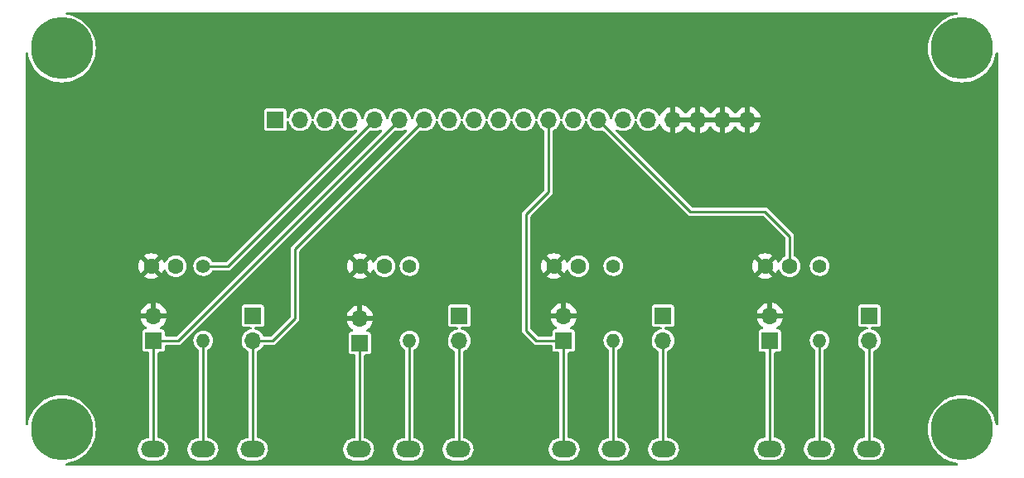
<source format=gbl>
%TF.GenerationSoftware,KiCad,Pcbnew,(6.0.1)*%
%TF.CreationDate,2022-10-07T09:25:07-04:00*%
%TF.ProjectId,MOD-POTS,4d4f442d-504f-4545-932e-6b696361645f,rev?*%
%TF.SameCoordinates,Original*%
%TF.FileFunction,Copper,L2,Bot*%
%TF.FilePolarity,Positive*%
%FSLAX46Y46*%
G04 Gerber Fmt 4.6, Leading zero omitted, Abs format (unit mm)*
G04 Created by KiCad (PCBNEW (6.0.1)) date 2022-10-07 09:25:07*
%MOMM*%
%LPD*%
G01*
G04 APERTURE LIST*
%TA.AperFunction,ComponentPad*%
%ADD10C,6.350000*%
%TD*%
%TA.AperFunction,ComponentPad*%
%ADD11R,1.700000X1.700000*%
%TD*%
%TA.AperFunction,ComponentPad*%
%ADD12O,1.700000X1.700000*%
%TD*%
%TA.AperFunction,ComponentPad*%
%ADD13C,1.600000*%
%TD*%
%TA.AperFunction,ComponentPad*%
%ADD14C,1.400000*%
%TD*%
%TA.AperFunction,ComponentPad*%
%ADD15O,1.400000X1.400000*%
%TD*%
%TA.AperFunction,ComponentPad*%
%ADD16O,2.540000X1.651000*%
%TD*%
%TA.AperFunction,Conductor*%
%ADD17C,0.250000*%
%TD*%
G04 APERTURE END LIST*
D10*
%TO.P,MTG1,1*%
%TO.N,N/C*%
X94000000Y-83000000D03*
%TD*%
D11*
%TO.P,J3,1,Pin_1*%
%TO.N,/POT1CCW*%
X103378000Y-73914000D03*
D12*
%TO.P,J3,2,Pin_2*%
%TO.N,GND*%
X103378000Y-71374000D03*
%TD*%
D13*
%TO.P,C4,1*%
%TO.N,/POT4*%
X168382000Y-66294000D03*
%TO.P,C4,2*%
%TO.N,GND*%
X165882000Y-66294000D03*
%TD*%
D11*
%TO.P,J4,1,Pin_1*%
%TO.N,VCC*%
X134620000Y-71374000D03*
D12*
%TO.P,J4,2,Pin_2*%
%TO.N,/POT2CW*%
X134620000Y-73914000D03*
%TD*%
D13*
%TO.P,C3,1*%
%TO.N,/POT3*%
X146792000Y-66294000D03*
%TO.P,C3,2*%
%TO.N,GND*%
X144292000Y-66294000D03*
%TD*%
D11*
%TO.P,J5,1,Pin_1*%
%TO.N,/POT2CCW*%
X124460000Y-74173000D03*
D12*
%TO.P,J5,2,Pin_2*%
%TO.N,GND*%
X124460000Y-71633000D03*
%TD*%
D14*
%TO.P,R2,1*%
%TO.N,/POT2*%
X129540000Y-66294000D03*
D15*
%TO.P,R2,2*%
%TO.N,Net-(R2-Pad2)*%
X129540000Y-73914000D03*
%TD*%
D16*
%TO.P,RV1,1,1*%
%TO.N,/POT1CW*%
X113500002Y-85039987D03*
%TO.P,RV1,2,2*%
%TO.N,Net-(R1-Pad2)*%
X108420002Y-85039987D03*
%TO.P,RV1,3,3*%
%TO.N,/POT1CCW*%
X103340002Y-85039987D03*
%TD*%
D10*
%TO.P,MTG3,1*%
%TO.N,N/C*%
X94000000Y-44000000D03*
%TD*%
D11*
%TO.P,J1,1,Pin_1*%
%TO.N,VCC*%
X115829000Y-51308000D03*
D12*
%TO.P,J1,2,Pin_2*%
X118369000Y-51308000D03*
%TO.P,J1,3,Pin_3*%
X120909000Y-51308000D03*
%TO.P,J1,4,Pin_4*%
X123449000Y-51308000D03*
%TO.P,J1,5,Pin_5*%
%TO.N,/POT1*%
X125989000Y-51308000D03*
%TO.P,J1,6,Pin_6*%
%TO.N,/POT1CCW*%
X128529000Y-51308000D03*
%TO.P,J1,7,Pin_7*%
%TO.N,/POT1CW*%
X131069000Y-51308000D03*
%TO.P,J1,8,Pin_8*%
%TO.N,/POT2*%
X133609000Y-51308000D03*
%TO.P,J1,9,Pin_9*%
%TO.N,/POT2CCW*%
X136149000Y-51308000D03*
%TO.P,J1,10,Pin_10*%
%TO.N,/POT2CW*%
X138689000Y-51308000D03*
%TO.P,J1,11,Pin_11*%
%TO.N,/POT3*%
X141229000Y-51308000D03*
%TO.P,J1,12,Pin_12*%
%TO.N,/POT3CCW*%
X143769000Y-51308000D03*
%TO.P,J1,13,Pin_13*%
%TO.N,/POT3CW*%
X146309000Y-51308000D03*
%TO.P,J1,14,Pin_14*%
%TO.N,/POT4*%
X148849000Y-51308000D03*
%TO.P,J1,15,Pin_15*%
%TO.N,/POT4CCW*%
X151389000Y-51308000D03*
%TO.P,J1,16,Pin_16*%
%TO.N,/POT4CW*%
X153929000Y-51308000D03*
%TO.P,J1,17,Pin_17*%
%TO.N,GND*%
X156469000Y-51308000D03*
%TO.P,J1,18,Pin_18*%
X159009000Y-51308000D03*
%TO.P,J1,19,Pin_19*%
X161549000Y-51308000D03*
%TO.P,J1,20,Pin_20*%
X164089000Y-51308000D03*
%TD*%
D11*
%TO.P,J9,1,Pin_1*%
%TO.N,/POT4CCW*%
X166370000Y-73919000D03*
D12*
%TO.P,J9,2,Pin_2*%
%TO.N,GND*%
X166370000Y-71379000D03*
%TD*%
D11*
%TO.P,J8,1,Pin_1*%
%TO.N,VCC*%
X176530000Y-71369000D03*
D12*
%TO.P,J8,2,Pin_2*%
%TO.N,/POT4CW*%
X176530000Y-73909000D03*
%TD*%
D16*
%TO.P,RV4,1,1*%
%TO.N,/POT4CW*%
X176500003Y-85000008D03*
%TO.P,RV4,2,2*%
%TO.N,Net-(R4-Pad2)*%
X171420003Y-85000008D03*
%TO.P,RV4,3,3*%
%TO.N,/POT4CCW*%
X166340003Y-85000008D03*
%TD*%
D13*
%TO.P,C1,1*%
%TO.N,/POT1*%
X105644000Y-66294000D03*
%TO.P,C1,2*%
%TO.N,GND*%
X103144000Y-66294000D03*
%TD*%
D16*
%TO.P,RV2,1,1*%
%TO.N,/POT2CW*%
X134500010Y-85039987D03*
%TO.P,RV2,2,2*%
%TO.N,Net-(R2-Pad2)*%
X129420010Y-85039987D03*
%TO.P,RV2,3,3*%
%TO.N,/POT2CCW*%
X124340010Y-85039987D03*
%TD*%
D11*
%TO.P,J6,1,Pin_1*%
%TO.N,VCC*%
X155448000Y-71369000D03*
D12*
%TO.P,J6,2,Pin_2*%
%TO.N,/POT3CW*%
X155448000Y-73909000D03*
%TD*%
D14*
%TO.P,R4,1*%
%TO.N,/POT4*%
X171450000Y-66294000D03*
D15*
%TO.P,R4,2*%
%TO.N,Net-(R4-Pad2)*%
X171450000Y-73914000D03*
%TD*%
D16*
%TO.P,RV3,1,1*%
%TO.N,/POT3CW*%
X155499994Y-85039987D03*
%TO.P,RV3,2,2*%
%TO.N,Net-(R3-Pad2)*%
X150419994Y-85039987D03*
%TO.P,RV3,3,3*%
%TO.N,/POT3CCW*%
X145339994Y-85039987D03*
%TD*%
D14*
%TO.P,R3,1*%
%TO.N,/POT3*%
X150368000Y-66294000D03*
D15*
%TO.P,R3,2*%
%TO.N,Net-(R3-Pad2)*%
X150368000Y-73914000D03*
%TD*%
D13*
%TO.P,C2,1*%
%TO.N,/POT2*%
X126980000Y-66294000D03*
%TO.P,C2,2*%
%TO.N,GND*%
X124480000Y-66294000D03*
%TD*%
D11*
%TO.P,J7,1,Pin_1*%
%TO.N,/POT3CCW*%
X145288000Y-73919000D03*
D12*
%TO.P,J7,2,Pin_2*%
%TO.N,GND*%
X145288000Y-71379000D03*
%TD*%
D11*
%TO.P,J2,1,Pin_1*%
%TO.N,VCC*%
X113538000Y-71369000D03*
D12*
%TO.P,J2,2,Pin_2*%
%TO.N,/POT1CW*%
X113538000Y-73909000D03*
%TD*%
D10*
%TO.P,MTG2,1*%
%TO.N,N/C*%
X186000000Y-83000000D03*
%TD*%
%TO.P,MTG4,1*%
%TO.N,N/C*%
X186000000Y-44000000D03*
%TD*%
D14*
%TO.P,R1,1*%
%TO.N,/POT1*%
X108458000Y-66294000D03*
D15*
%TO.P,R1,2*%
%TO.N,Net-(R1-Pad2)*%
X108458000Y-73914000D03*
%TD*%
D17*
%TO.N,Net-(R1-Pad2)*%
X108458000Y-73914000D02*
X108458000Y-85001989D01*
%TO.N,Net-(R2-Pad2)*%
X129540000Y-73914000D02*
X129540000Y-84919997D01*
%TO.N,Net-(R3-Pad2)*%
X150368000Y-73914000D02*
X150368000Y-84987993D01*
%TO.N,Net-(R4-Pad2)*%
X171450000Y-73914000D02*
X171450000Y-84970011D01*
%TO.N,/POT1*%
X125989000Y-51308000D02*
X111003000Y-66294000D01*
X111003000Y-66294000D02*
X108458000Y-66294000D01*
%TO.N,/POT4*%
X168382000Y-63226000D02*
X168382000Y-66294000D01*
X165862000Y-60706000D02*
X168382000Y-63226000D01*
X158247000Y-60706000D02*
X165862000Y-60706000D01*
X148849000Y-51308000D02*
X158247000Y-60706000D01*
%TO.N,/POT1CCW*%
X103378000Y-73914000D02*
X103378000Y-85001989D01*
X105923000Y-73914000D02*
X103378000Y-73914000D01*
X128529000Y-51308000D02*
X105923000Y-73914000D01*
%TO.N,/POT1CW*%
X131069000Y-51308000D02*
X117856000Y-64521000D01*
X117856000Y-64521000D02*
X117856000Y-71628000D01*
X117856000Y-71628000D02*
X115575000Y-73909000D01*
X115575000Y-73909000D02*
X113538000Y-73909000D01*
X113538000Y-73909000D02*
X113538000Y-85001989D01*
%TO.N,/POT2CCW*%
X124460000Y-74173000D02*
X124460000Y-84919997D01*
%TO.N,/POT2CW*%
X134620000Y-73914000D02*
X134620000Y-84919997D01*
%TO.N,/POT3CCW*%
X143769000Y-51308000D02*
X143769000Y-58669000D01*
X143769000Y-58669000D02*
X141478000Y-60960000D01*
X141478000Y-60960000D02*
X141478000Y-72898000D01*
X141478000Y-72898000D02*
X142499000Y-73919000D01*
X145288000Y-73919000D02*
X145288000Y-84987993D01*
X142499000Y-73919000D02*
X145288000Y-73919000D01*
%TO.N,/POT3CW*%
X155448000Y-73909000D02*
X155448000Y-84987993D01*
%TO.N,/POT4CCW*%
X166370000Y-73919000D02*
X166370000Y-84970011D01*
%TO.N,/POT4CW*%
X176530000Y-73909000D02*
X176530000Y-84970011D01*
%TD*%
%TA.AperFunction,Conductor*%
%TO.N,GND*%
G36*
X185550059Y-40324802D02*
G01*
X185596552Y-40378458D01*
X185606656Y-40448732D01*
X185577162Y-40513312D01*
X185517436Y-40551696D01*
X185501650Y-40555249D01*
X185275412Y-40591081D01*
X184923052Y-40685496D01*
X184582492Y-40816225D01*
X184579552Y-40817723D01*
X184260403Y-40980337D01*
X184260396Y-40980341D01*
X184257462Y-40981836D01*
X183951524Y-41180514D01*
X183668029Y-41410084D01*
X183410084Y-41668029D01*
X183180514Y-41951524D01*
X182981836Y-42257462D01*
X182816225Y-42582492D01*
X182685496Y-42923052D01*
X182591081Y-43275412D01*
X182534016Y-43635710D01*
X182514924Y-44000000D01*
X182534016Y-44364290D01*
X182534529Y-44367530D01*
X182534530Y-44367538D01*
X182555249Y-44498351D01*
X182591081Y-44724588D01*
X182685496Y-45076948D01*
X182816225Y-45417508D01*
X182981836Y-45742538D01*
X183180514Y-46048476D01*
X183410084Y-46331971D01*
X183668029Y-46589916D01*
X183951524Y-46819486D01*
X184257462Y-47018164D01*
X184260396Y-47019659D01*
X184260403Y-47019663D01*
X184579552Y-47182277D01*
X184582492Y-47183775D01*
X184923052Y-47314504D01*
X185275412Y-47408919D01*
X185466987Y-47439261D01*
X185632462Y-47465470D01*
X185632470Y-47465471D01*
X185635710Y-47465984D01*
X186000000Y-47485076D01*
X186364290Y-47465984D01*
X186367530Y-47465471D01*
X186367538Y-47465470D01*
X186533013Y-47439261D01*
X186724588Y-47408919D01*
X187076948Y-47314504D01*
X187417508Y-47183775D01*
X187420448Y-47182277D01*
X187739597Y-47019663D01*
X187739604Y-47019659D01*
X187742538Y-47018164D01*
X188048476Y-46819486D01*
X188331971Y-46589916D01*
X188589916Y-46331971D01*
X188819486Y-46048476D01*
X189018164Y-45742538D01*
X189183775Y-45417508D01*
X189314504Y-45076948D01*
X189408919Y-44724588D01*
X189444751Y-44498351D01*
X189475163Y-44434198D01*
X189535431Y-44396671D01*
X189606421Y-44397685D01*
X189665593Y-44436918D01*
X189694161Y-44501913D01*
X189695200Y-44518062D01*
X189695200Y-82481938D01*
X189675198Y-82550059D01*
X189621542Y-82596552D01*
X189551268Y-82606656D01*
X189486688Y-82577162D01*
X189448304Y-82517436D01*
X189444751Y-82501649D01*
X189409435Y-82278673D01*
X189408919Y-82275412D01*
X189314504Y-81923052D01*
X189183775Y-81582492D01*
X189018164Y-81257462D01*
X188819486Y-80951524D01*
X188589916Y-80668029D01*
X188331971Y-80410084D01*
X188048476Y-80180514D01*
X187742538Y-79981836D01*
X187739604Y-79980341D01*
X187739597Y-79980337D01*
X187420448Y-79817723D01*
X187417508Y-79816225D01*
X187076948Y-79685496D01*
X186724588Y-79591081D01*
X186533013Y-79560739D01*
X186367538Y-79534530D01*
X186367530Y-79534529D01*
X186364290Y-79534016D01*
X186000000Y-79514924D01*
X185635710Y-79534016D01*
X185632470Y-79534529D01*
X185632462Y-79534530D01*
X185466987Y-79560739D01*
X185275412Y-79591081D01*
X184923052Y-79685496D01*
X184582492Y-79816225D01*
X184579552Y-79817723D01*
X184260403Y-79980337D01*
X184260396Y-79980341D01*
X184257462Y-79981836D01*
X183951524Y-80180514D01*
X183668029Y-80410084D01*
X183410084Y-80668029D01*
X183180514Y-80951524D01*
X182981836Y-81257462D01*
X182816225Y-81582492D01*
X182685496Y-81923052D01*
X182591081Y-82275412D01*
X182590565Y-82278673D01*
X182538618Y-82606656D01*
X182534016Y-82635710D01*
X182514924Y-83000000D01*
X182534016Y-83364290D01*
X182591081Y-83724588D01*
X182685496Y-84076948D01*
X182816225Y-84417508D01*
X182817723Y-84420448D01*
X182947930Y-84675993D01*
X182981836Y-84742538D01*
X182983632Y-84745304D01*
X182983634Y-84745307D01*
X183045097Y-84839952D01*
X183180514Y-85048476D01*
X183410084Y-85331971D01*
X183668029Y-85589916D01*
X183951524Y-85819486D01*
X184008410Y-85856428D01*
X184227401Y-85998642D01*
X184257462Y-86018164D01*
X184260396Y-86019659D01*
X184260403Y-86019663D01*
X184527994Y-86156007D01*
X184582492Y-86183775D01*
X184923052Y-86314504D01*
X185275412Y-86408919D01*
X185501649Y-86444751D01*
X185565802Y-86475163D01*
X185603329Y-86535431D01*
X185602315Y-86606421D01*
X185563082Y-86665593D01*
X185498087Y-86694161D01*
X185481938Y-86695200D01*
X94518062Y-86695200D01*
X94449941Y-86675198D01*
X94403448Y-86621542D01*
X94393344Y-86551268D01*
X94422838Y-86486688D01*
X94482564Y-86448304D01*
X94498351Y-86444751D01*
X94724588Y-86408919D01*
X95076948Y-86314504D01*
X95417508Y-86183775D01*
X95472006Y-86156007D01*
X95739597Y-86019663D01*
X95739604Y-86019659D01*
X95742538Y-86018164D01*
X95772600Y-85998642D01*
X95991590Y-85856428D01*
X96048476Y-85819486D01*
X96331971Y-85589916D01*
X96589916Y-85331971D01*
X96819486Y-85048476D01*
X96861035Y-84984496D01*
X101760914Y-84984496D01*
X101770891Y-85200043D01*
X101772295Y-85205868D01*
X101772295Y-85205869D01*
X101803251Y-85334315D01*
X101821446Y-85409814D01*
X101910756Y-85606241D01*
X102035598Y-85782236D01*
X102191468Y-85931449D01*
X102196504Y-85934700D01*
X102196503Y-85934700D01*
X102367704Y-86045244D01*
X102367707Y-86045245D01*
X102372741Y-86048496D01*
X102378304Y-86050738D01*
X102567312Y-86126911D01*
X102567315Y-86126912D01*
X102572876Y-86129153D01*
X102698820Y-86153748D01*
X102780207Y-86169642D01*
X102780210Y-86169642D01*
X102784653Y-86170510D01*
X102790317Y-86170787D01*
X103838417Y-86170787D01*
X103999304Y-86155437D01*
X104206355Y-86094695D01*
X104249552Y-86072447D01*
X104392854Y-85998642D01*
X104392857Y-85998640D01*
X104398185Y-85995896D01*
X104567871Y-85862606D01*
X104571803Y-85858075D01*
X104571806Y-85858072D01*
X104705361Y-85704163D01*
X104709292Y-85699633D01*
X104712292Y-85694447D01*
X104712295Y-85694443D01*
X104814337Y-85518055D01*
X104817343Y-85512859D01*
X104888127Y-85309022D01*
X104908881Y-85165890D01*
X104918229Y-85101418D01*
X104918229Y-85101415D01*
X104919090Y-85095478D01*
X104913953Y-84984496D01*
X106840914Y-84984496D01*
X106850891Y-85200043D01*
X106852295Y-85205868D01*
X106852295Y-85205869D01*
X106883251Y-85334315D01*
X106901446Y-85409814D01*
X106990756Y-85606241D01*
X107115598Y-85782236D01*
X107271468Y-85931449D01*
X107276504Y-85934700D01*
X107276503Y-85934700D01*
X107447704Y-86045244D01*
X107447707Y-86045245D01*
X107452741Y-86048496D01*
X107458304Y-86050738D01*
X107647312Y-86126911D01*
X107647315Y-86126912D01*
X107652876Y-86129153D01*
X107778820Y-86153748D01*
X107860207Y-86169642D01*
X107860210Y-86169642D01*
X107864653Y-86170510D01*
X107870317Y-86170787D01*
X108918417Y-86170787D01*
X109079304Y-86155437D01*
X109286355Y-86094695D01*
X109329552Y-86072447D01*
X109472854Y-85998642D01*
X109472857Y-85998640D01*
X109478185Y-85995896D01*
X109647871Y-85862606D01*
X109651803Y-85858075D01*
X109651806Y-85858072D01*
X109785361Y-85704163D01*
X109789292Y-85699633D01*
X109792292Y-85694447D01*
X109792295Y-85694443D01*
X109894337Y-85518055D01*
X109897343Y-85512859D01*
X109968127Y-85309022D01*
X109988881Y-85165890D01*
X109998229Y-85101418D01*
X109998229Y-85101415D01*
X109999090Y-85095478D01*
X109989113Y-84879931D01*
X109938558Y-84670160D01*
X109849248Y-84473733D01*
X109724406Y-84297738D01*
X109568536Y-84148525D01*
X109462469Y-84080038D01*
X109392300Y-84034730D01*
X109392297Y-84034729D01*
X109387263Y-84031478D01*
X109279438Y-83988023D01*
X109192692Y-83953063D01*
X109192689Y-83953062D01*
X109187128Y-83950821D01*
X109181247Y-83949673D01*
X109181242Y-83949671D01*
X108990150Y-83912354D01*
X108927126Y-83879666D01*
X108891779Y-83818094D01*
X108888300Y-83788690D01*
X108888300Y-74900482D01*
X108908302Y-74832361D01*
X108957490Y-74788016D01*
X108993772Y-74769689D01*
X108993774Y-74769688D01*
X108999273Y-74766910D01*
X109154629Y-74645532D01*
X109283450Y-74496291D01*
X109343292Y-74390951D01*
X109377785Y-74330234D01*
X109377787Y-74330229D01*
X109380831Y-74324871D01*
X109443061Y-74137800D01*
X109467770Y-73942205D01*
X109468164Y-73914000D01*
X109448926Y-73717791D01*
X109391943Y-73529056D01*
X109359850Y-73468698D01*
X109302283Y-73360430D01*
X109302281Y-73360428D01*
X109299387Y-73354984D01*
X109174783Y-73202204D01*
X109022877Y-73076536D01*
X109017460Y-73073607D01*
X109017457Y-73073605D01*
X108854872Y-72985696D01*
X108854868Y-72985694D01*
X108849454Y-72982767D01*
X108843574Y-72980947D01*
X108843572Y-72980946D01*
X108724355Y-72944042D01*
X108661122Y-72924468D01*
X108655004Y-72923825D01*
X108654999Y-72923824D01*
X108471181Y-72904505D01*
X108471179Y-72904505D01*
X108465052Y-72903861D01*
X108382586Y-72911366D01*
X108274853Y-72921170D01*
X108274850Y-72921171D01*
X108268714Y-72921729D01*
X108262808Y-72923467D01*
X108262804Y-72923468D01*
X108192900Y-72944042D01*
X108079586Y-72977392D01*
X107904871Y-73068731D01*
X107900071Y-73072591D01*
X107900070Y-73072591D01*
X107880135Y-73088619D01*
X107751225Y-73192265D01*
X107624500Y-73343291D01*
X107621536Y-73348683D01*
X107621533Y-73348687D01*
X107551641Y-73475821D01*
X107529523Y-73516054D01*
X107527662Y-73521921D01*
X107527661Y-73521923D01*
X107471946Y-73697561D01*
X107469911Y-73703975D01*
X107447934Y-73899896D01*
X107464432Y-74096354D01*
X107466131Y-74102279D01*
X107516515Y-74277990D01*
X107518773Y-74285866D01*
X107524135Y-74296299D01*
X107606072Y-74455732D01*
X107606075Y-74455737D01*
X107608890Y-74461214D01*
X107731349Y-74615719D01*
X107736042Y-74619713D01*
X107736043Y-74619714D01*
X107760896Y-74640865D01*
X107881486Y-74743495D01*
X107923382Y-74766910D01*
X107963171Y-74789148D01*
X108012877Y-74839842D01*
X108027700Y-74899136D01*
X108027700Y-83784513D01*
X108007698Y-83852634D01*
X107954042Y-83899127D01*
X107913669Y-83909942D01*
X107760700Y-83924537D01*
X107553649Y-83985279D01*
X107548322Y-83988023D01*
X107548321Y-83988023D01*
X107367150Y-84081332D01*
X107367147Y-84081334D01*
X107361819Y-84084078D01*
X107192133Y-84217368D01*
X107188201Y-84221899D01*
X107188198Y-84221902D01*
X107122391Y-84297738D01*
X107050712Y-84380341D01*
X107047712Y-84385527D01*
X107047709Y-84385531D01*
X106993528Y-84479188D01*
X106942661Y-84567115D01*
X106871877Y-84770952D01*
X106871016Y-84776887D01*
X106871016Y-84776889D01*
X106856921Y-84874103D01*
X106840914Y-84984496D01*
X104913953Y-84984496D01*
X104909113Y-84879931D01*
X104858558Y-84670160D01*
X104769248Y-84473733D01*
X104644406Y-84297738D01*
X104488536Y-84148525D01*
X104382469Y-84080038D01*
X104312300Y-84034730D01*
X104312297Y-84034729D01*
X104307263Y-84031478D01*
X104199438Y-83988023D01*
X104112692Y-83953063D01*
X104112689Y-83953062D01*
X104107128Y-83950821D01*
X104101247Y-83949673D01*
X104101242Y-83949671D01*
X103910150Y-83912354D01*
X103847126Y-83879666D01*
X103811779Y-83818094D01*
X103808300Y-83788690D01*
X103808300Y-75195300D01*
X103828302Y-75127179D01*
X103881958Y-75080686D01*
X103934300Y-75069300D01*
X104273358Y-75069300D01*
X104284252Y-75068004D01*
X104290593Y-75067250D01*
X104290596Y-75067249D01*
X104299978Y-75066133D01*
X104392640Y-75024974D01*
X104393284Y-75024688D01*
X104403919Y-75019964D01*
X104462619Y-74961161D01*
X104476052Y-74947705D01*
X104476053Y-74947703D01*
X104484270Y-74939472D01*
X104530258Y-74835451D01*
X104533300Y-74809358D01*
X104533300Y-74470300D01*
X104553302Y-74402179D01*
X104606958Y-74355686D01*
X104659300Y-74344300D01*
X105889982Y-74344300D01*
X105904790Y-74345173D01*
X105936668Y-74348946D01*
X105945932Y-74347254D01*
X105945933Y-74347254D01*
X105991733Y-74338889D01*
X105995639Y-74338239D01*
X106041644Y-74331323D01*
X106041645Y-74331323D01*
X106050955Y-74329923D01*
X106057171Y-74326938D01*
X106063956Y-74325699D01*
X106113622Y-74299899D01*
X106117162Y-74298130D01*
X106159104Y-74277990D01*
X106159105Y-74277989D01*
X106167596Y-74273912D01*
X106172662Y-74269229D01*
X106178780Y-74266051D01*
X106183606Y-74261930D01*
X106219108Y-74226428D01*
X106222675Y-74222998D01*
X106235646Y-74211008D01*
X106262612Y-74186081D01*
X106266175Y-74179948D01*
X106271213Y-74174323D01*
X128014682Y-52430854D01*
X128076994Y-52396828D01*
X128153510Y-52404179D01*
X128165160Y-52409184D01*
X128165163Y-52409185D01*
X128170463Y-52411462D01*
X128176092Y-52412736D01*
X128176093Y-52412736D01*
X128371921Y-52457048D01*
X128371924Y-52457048D01*
X128377557Y-52458323D01*
X128383328Y-52458550D01*
X128383330Y-52458550D01*
X128448086Y-52461094D01*
X128589723Y-52466659D01*
X128713935Y-52448649D01*
X128794141Y-52437020D01*
X128794146Y-52437019D01*
X128799855Y-52436191D01*
X128805319Y-52434336D01*
X128805324Y-52434335D01*
X128995448Y-52369796D01*
X129000916Y-52367940D01*
X129114370Y-52304403D01*
X129183578Y-52288570D01*
X129250361Y-52312667D01*
X129293513Y-52369044D01*
X129299336Y-52439801D01*
X129265031Y-52503433D01*
X117575081Y-64193383D01*
X117563992Y-64203238D01*
X117538782Y-64223112D01*
X117506930Y-64269197D01*
X117504666Y-64272365D01*
X117471420Y-64317376D01*
X117469135Y-64323883D01*
X117465214Y-64329556D01*
X117462374Y-64338537D01*
X117448344Y-64382900D01*
X117447090Y-64386657D01*
X117431670Y-64430567D01*
X117431669Y-64430571D01*
X117428548Y-64439459D01*
X117428277Y-64446352D01*
X117426198Y-64452926D01*
X117425700Y-64459253D01*
X117425700Y-64509467D01*
X117425603Y-64514414D01*
X117423468Y-64568752D01*
X117425285Y-64575605D01*
X117425700Y-64583145D01*
X117425700Y-71397574D01*
X117405698Y-71465695D01*
X117388795Y-71486669D01*
X115433669Y-73441795D01*
X115371357Y-73475821D01*
X115344574Y-73478700D01*
X114692385Y-73478700D01*
X114624264Y-73458698D01*
X114579379Y-73408429D01*
X114556828Y-73362700D01*
X114527275Y-73302772D01*
X114504707Y-73272549D01*
X114403686Y-73137266D01*
X114403685Y-73137265D01*
X114400233Y-73132642D01*
X114284820Y-73025955D01*
X114248555Y-72992432D01*
X114248552Y-72992430D01*
X114244315Y-72988513D01*
X114064742Y-72875211D01*
X114057737Y-72872416D01*
X113928732Y-72820948D01*
X113867529Y-72796530D01*
X113861861Y-72795403D01*
X113861859Y-72795402D01*
X113753653Y-72773879D01*
X113690743Y-72740972D01*
X113655611Y-72679277D01*
X113659411Y-72608382D01*
X113700936Y-72550796D01*
X113767003Y-72524802D01*
X113778234Y-72524300D01*
X114433358Y-72524300D01*
X114444252Y-72523004D01*
X114450593Y-72522250D01*
X114450596Y-72522249D01*
X114459978Y-72521133D01*
X114552640Y-72479974D01*
X114553284Y-72479688D01*
X114563919Y-72474964D01*
X114622641Y-72416139D01*
X114636052Y-72402705D01*
X114636053Y-72402703D01*
X114644270Y-72394472D01*
X114690258Y-72290451D01*
X114693300Y-72264358D01*
X114693300Y-70473642D01*
X114691844Y-70461407D01*
X114691250Y-70456407D01*
X114691249Y-70456404D01*
X114690133Y-70447022D01*
X114643964Y-70343081D01*
X114577037Y-70276271D01*
X114571705Y-70270948D01*
X114571703Y-70270947D01*
X114563472Y-70262730D01*
X114459451Y-70216742D01*
X114433358Y-70213700D01*
X112642642Y-70213700D01*
X112631748Y-70214996D01*
X112625407Y-70215750D01*
X112625404Y-70215751D01*
X112616022Y-70216867D01*
X112512081Y-70263036D01*
X112474412Y-70300771D01*
X112439948Y-70335295D01*
X112439947Y-70335297D01*
X112431730Y-70343528D01*
X112427026Y-70354168D01*
X112422791Y-70363748D01*
X112385742Y-70447549D01*
X112382700Y-70473642D01*
X112382700Y-72264358D01*
X112383295Y-72269358D01*
X112384685Y-72281040D01*
X112385867Y-72290978D01*
X112432036Y-72394919D01*
X112454949Y-72417792D01*
X112504295Y-72467052D01*
X112504297Y-72467053D01*
X112512528Y-72475270D01*
X112616549Y-72521258D01*
X112642642Y-72524300D01*
X113296713Y-72524300D01*
X113364834Y-72544302D01*
X113411327Y-72597958D01*
X113421431Y-72668232D01*
X113391937Y-72732812D01*
X113332211Y-72771196D01*
X113318051Y-72774480D01*
X113243395Y-72787308D01*
X113243392Y-72787309D01*
X113237705Y-72788286D01*
X113038500Y-72861776D01*
X112856023Y-72970339D01*
X112696385Y-73110337D01*
X112692818Y-73114862D01*
X112692813Y-73114867D01*
X112585062Y-73251549D01*
X112564933Y-73277083D01*
X112562245Y-73282192D01*
X112468759Y-73459880D01*
X112468757Y-73459885D01*
X112466070Y-73464992D01*
X112403105Y-73667771D01*
X112378149Y-73878628D01*
X112392036Y-74090503D01*
X112444301Y-74296299D01*
X112533195Y-74489124D01*
X112655740Y-74662521D01*
X112807832Y-74810683D01*
X112812628Y-74813888D01*
X112812631Y-74813890D01*
X112866102Y-74849618D01*
X112984377Y-74928647D01*
X112989680Y-74930925D01*
X112989685Y-74930928D01*
X113016816Y-74942584D01*
X113031438Y-74948866D01*
X113086130Y-74994132D01*
X113107700Y-75064633D01*
X113107700Y-83784513D01*
X113087698Y-83852634D01*
X113034042Y-83899127D01*
X112993669Y-83909942D01*
X112840700Y-83924537D01*
X112633649Y-83985279D01*
X112628322Y-83988023D01*
X112628321Y-83988023D01*
X112447150Y-84081332D01*
X112447147Y-84081334D01*
X112441819Y-84084078D01*
X112272133Y-84217368D01*
X112268201Y-84221899D01*
X112268198Y-84221902D01*
X112202391Y-84297738D01*
X112130712Y-84380341D01*
X112127712Y-84385527D01*
X112127709Y-84385531D01*
X112073528Y-84479188D01*
X112022661Y-84567115D01*
X111951877Y-84770952D01*
X111951016Y-84776887D01*
X111951016Y-84776889D01*
X111936921Y-84874103D01*
X111920914Y-84984496D01*
X111930891Y-85200043D01*
X111932295Y-85205868D01*
X111932295Y-85205869D01*
X111963251Y-85334315D01*
X111981446Y-85409814D01*
X112070756Y-85606241D01*
X112195598Y-85782236D01*
X112351468Y-85931449D01*
X112356504Y-85934700D01*
X112356503Y-85934700D01*
X112527704Y-86045244D01*
X112527707Y-86045245D01*
X112532741Y-86048496D01*
X112538304Y-86050738D01*
X112727312Y-86126911D01*
X112727315Y-86126912D01*
X112732876Y-86129153D01*
X112858820Y-86153748D01*
X112940207Y-86169642D01*
X112940210Y-86169642D01*
X112944653Y-86170510D01*
X112950317Y-86170787D01*
X113998417Y-86170787D01*
X114159304Y-86155437D01*
X114366355Y-86094695D01*
X114409552Y-86072447D01*
X114552854Y-85998642D01*
X114552857Y-85998640D01*
X114558185Y-85995896D01*
X114727871Y-85862606D01*
X114731803Y-85858075D01*
X114731806Y-85858072D01*
X114865361Y-85704163D01*
X114869292Y-85699633D01*
X114872292Y-85694447D01*
X114872295Y-85694443D01*
X114974337Y-85518055D01*
X114977343Y-85512859D01*
X115048127Y-85309022D01*
X115068881Y-85165890D01*
X115078229Y-85101418D01*
X115078229Y-85101415D01*
X115079090Y-85095478D01*
X115073953Y-84984496D01*
X122760922Y-84984496D01*
X122770899Y-85200043D01*
X122772303Y-85205868D01*
X122772303Y-85205869D01*
X122803259Y-85334315D01*
X122821454Y-85409814D01*
X122910764Y-85606241D01*
X123035606Y-85782236D01*
X123191476Y-85931449D01*
X123196512Y-85934700D01*
X123196511Y-85934700D01*
X123367712Y-86045244D01*
X123367715Y-86045245D01*
X123372749Y-86048496D01*
X123378312Y-86050738D01*
X123567320Y-86126911D01*
X123567323Y-86126912D01*
X123572884Y-86129153D01*
X123698828Y-86153748D01*
X123780215Y-86169642D01*
X123780218Y-86169642D01*
X123784661Y-86170510D01*
X123790325Y-86170787D01*
X124838425Y-86170787D01*
X124999312Y-86155437D01*
X125206363Y-86094695D01*
X125249560Y-86072447D01*
X125392862Y-85998642D01*
X125392865Y-85998640D01*
X125398193Y-85995896D01*
X125567879Y-85862606D01*
X125571811Y-85858075D01*
X125571814Y-85858072D01*
X125705369Y-85704163D01*
X125709300Y-85699633D01*
X125712300Y-85694447D01*
X125712303Y-85694443D01*
X125814345Y-85518055D01*
X125817351Y-85512859D01*
X125888135Y-85309022D01*
X125908889Y-85165890D01*
X125918237Y-85101418D01*
X125918237Y-85101415D01*
X125919098Y-85095478D01*
X125913961Y-84984496D01*
X127840922Y-84984496D01*
X127850899Y-85200043D01*
X127852303Y-85205868D01*
X127852303Y-85205869D01*
X127883259Y-85334315D01*
X127901454Y-85409814D01*
X127990764Y-85606241D01*
X128115606Y-85782236D01*
X128271476Y-85931449D01*
X128276512Y-85934700D01*
X128276511Y-85934700D01*
X128447712Y-86045244D01*
X128447715Y-86045245D01*
X128452749Y-86048496D01*
X128458312Y-86050738D01*
X128647320Y-86126911D01*
X128647323Y-86126912D01*
X128652884Y-86129153D01*
X128778828Y-86153748D01*
X128860215Y-86169642D01*
X128860218Y-86169642D01*
X128864661Y-86170510D01*
X128870325Y-86170787D01*
X129918425Y-86170787D01*
X130079312Y-86155437D01*
X130286363Y-86094695D01*
X130329560Y-86072447D01*
X130472862Y-85998642D01*
X130472865Y-85998640D01*
X130478193Y-85995896D01*
X130647879Y-85862606D01*
X130651811Y-85858075D01*
X130651814Y-85858072D01*
X130785369Y-85704163D01*
X130789300Y-85699633D01*
X130792300Y-85694447D01*
X130792303Y-85694443D01*
X130894345Y-85518055D01*
X130897351Y-85512859D01*
X130968135Y-85309022D01*
X130988889Y-85165890D01*
X130998237Y-85101418D01*
X130998237Y-85101415D01*
X130999098Y-85095478D01*
X130993961Y-84984496D01*
X132920922Y-84984496D01*
X132930899Y-85200043D01*
X132932303Y-85205868D01*
X132932303Y-85205869D01*
X132963259Y-85334315D01*
X132981454Y-85409814D01*
X133070764Y-85606241D01*
X133195606Y-85782236D01*
X133351476Y-85931449D01*
X133356512Y-85934700D01*
X133356511Y-85934700D01*
X133527712Y-86045244D01*
X133527715Y-86045245D01*
X133532749Y-86048496D01*
X133538312Y-86050738D01*
X133727320Y-86126911D01*
X133727323Y-86126912D01*
X133732884Y-86129153D01*
X133858828Y-86153748D01*
X133940215Y-86169642D01*
X133940218Y-86169642D01*
X133944661Y-86170510D01*
X133950325Y-86170787D01*
X134998425Y-86170787D01*
X135159312Y-86155437D01*
X135366363Y-86094695D01*
X135409560Y-86072447D01*
X135552862Y-85998642D01*
X135552865Y-85998640D01*
X135558193Y-85995896D01*
X135727879Y-85862606D01*
X135731811Y-85858075D01*
X135731814Y-85858072D01*
X135865369Y-85704163D01*
X135869300Y-85699633D01*
X135872300Y-85694447D01*
X135872303Y-85694443D01*
X135974345Y-85518055D01*
X135977351Y-85512859D01*
X136048135Y-85309022D01*
X136068889Y-85165890D01*
X136078237Y-85101418D01*
X136078237Y-85101415D01*
X136079098Y-85095478D01*
X136069121Y-84879931D01*
X136018566Y-84670160D01*
X135929256Y-84473733D01*
X135804414Y-84297738D01*
X135648544Y-84148525D01*
X135542477Y-84080038D01*
X135472308Y-84034730D01*
X135472305Y-84034729D01*
X135467271Y-84031478D01*
X135359446Y-83988023D01*
X135272700Y-83953063D01*
X135272697Y-83953062D01*
X135267136Y-83950821D01*
X135152150Y-83928366D01*
X135089126Y-83895678D01*
X135053779Y-83834107D01*
X135050300Y-83804702D01*
X135050300Y-75071096D01*
X135070302Y-75002975D01*
X135114733Y-74961162D01*
X135277172Y-74870192D01*
X135318944Y-74835451D01*
X135425895Y-74746500D01*
X135440420Y-74734420D01*
X135576192Y-74571172D01*
X135679940Y-74385916D01*
X135698472Y-74331323D01*
X135746335Y-74190324D01*
X135746336Y-74190319D01*
X135748191Y-74184855D01*
X135749019Y-74179146D01*
X135749020Y-74179141D01*
X135778126Y-73978397D01*
X135778659Y-73974723D01*
X135780249Y-73914000D01*
X135762784Y-73723924D01*
X135761350Y-73708315D01*
X135761349Y-73708312D01*
X135760821Y-73702561D01*
X135749452Y-73662248D01*
X135704754Y-73503764D01*
X135703186Y-73498204D01*
X135609275Y-73307772D01*
X135497830Y-73158529D01*
X135485686Y-73142266D01*
X135485685Y-73142265D01*
X135482233Y-73137642D01*
X135361411Y-73025955D01*
X135330555Y-72997432D01*
X135330552Y-72997430D01*
X135326315Y-72993513D01*
X135146742Y-72880211D01*
X135113068Y-72866776D01*
X135086096Y-72856015D01*
X134949529Y-72801530D01*
X134943861Y-72800403D01*
X134943859Y-72800402D01*
X134835653Y-72778879D01*
X134772743Y-72745972D01*
X134737611Y-72684277D01*
X134741411Y-72613382D01*
X134782936Y-72555796D01*
X134849003Y-72529802D01*
X134860234Y-72529300D01*
X135515358Y-72529300D01*
X135526252Y-72528004D01*
X135532593Y-72527250D01*
X135532596Y-72527249D01*
X135541978Y-72526133D01*
X135645919Y-72479964D01*
X135685998Y-72439814D01*
X135718052Y-72407705D01*
X135718053Y-72407703D01*
X135726270Y-72399472D01*
X135733185Y-72383832D01*
X135748731Y-72348667D01*
X135772258Y-72295451D01*
X135775300Y-72269358D01*
X135775300Y-70478642D01*
X135774004Y-70467748D01*
X135773250Y-70461407D01*
X135773249Y-70461404D01*
X135772133Y-70452022D01*
X135725964Y-70348081D01*
X135681237Y-70303432D01*
X135653705Y-70275948D01*
X135653703Y-70275947D01*
X135645472Y-70267730D01*
X135541451Y-70221742D01*
X135515358Y-70218700D01*
X133724642Y-70218700D01*
X133713748Y-70219996D01*
X133707407Y-70220750D01*
X133707404Y-70220751D01*
X133698022Y-70221867D01*
X133640940Y-70247222D01*
X133605338Y-70263036D01*
X133594081Y-70268036D01*
X133559420Y-70302758D01*
X133521948Y-70340295D01*
X133521947Y-70340297D01*
X133513730Y-70348528D01*
X133467742Y-70452549D01*
X133464700Y-70478642D01*
X133464700Y-72269358D01*
X133465996Y-72280252D01*
X133466685Y-72286040D01*
X133467867Y-72295978D01*
X133514036Y-72399919D01*
X133536949Y-72422792D01*
X133586295Y-72472052D01*
X133586297Y-72472053D01*
X133594528Y-72480270D01*
X133698549Y-72526258D01*
X133724642Y-72529300D01*
X134378713Y-72529300D01*
X134446834Y-72549302D01*
X134493327Y-72602958D01*
X134503431Y-72673232D01*
X134473937Y-72737812D01*
X134414211Y-72776196D01*
X134400051Y-72779480D01*
X134325395Y-72792308D01*
X134325392Y-72792309D01*
X134319705Y-72793286D01*
X134120500Y-72866776D01*
X133938023Y-72975339D01*
X133778385Y-73115337D01*
X133774818Y-73119862D01*
X133774813Y-73119867D01*
X133650507Y-73277549D01*
X133646933Y-73282083D01*
X133644245Y-73287192D01*
X133550759Y-73464880D01*
X133550757Y-73464885D01*
X133548070Y-73469992D01*
X133485105Y-73672771D01*
X133460149Y-73883628D01*
X133474036Y-74095503D01*
X133526301Y-74301299D01*
X133615195Y-74494124D01*
X133737740Y-74667521D01*
X133810202Y-74738111D01*
X133880566Y-74806656D01*
X133889832Y-74815683D01*
X133894628Y-74818888D01*
X133894631Y-74818890D01*
X133940619Y-74849618D01*
X134066377Y-74933647D01*
X134071680Y-74935925D01*
X134071685Y-74935928D01*
X134098816Y-74947584D01*
X134113438Y-74953866D01*
X134168130Y-74999132D01*
X134189700Y-75069633D01*
X134189700Y-83783187D01*
X134169698Y-83851308D01*
X134116042Y-83897801D01*
X134063700Y-83909187D01*
X134001595Y-83909187D01*
X133840708Y-83924537D01*
X133633657Y-83985279D01*
X133628330Y-83988023D01*
X133628329Y-83988023D01*
X133447158Y-84081332D01*
X133447155Y-84081334D01*
X133441827Y-84084078D01*
X133272141Y-84217368D01*
X133268209Y-84221899D01*
X133268206Y-84221902D01*
X133202399Y-84297738D01*
X133130720Y-84380341D01*
X133127720Y-84385527D01*
X133127717Y-84385531D01*
X133073536Y-84479188D01*
X133022669Y-84567115D01*
X132951885Y-84770952D01*
X132951024Y-84776887D01*
X132951024Y-84776889D01*
X132936929Y-84874103D01*
X132920922Y-84984496D01*
X130993961Y-84984496D01*
X130989121Y-84879931D01*
X130938566Y-84670160D01*
X130849256Y-84473733D01*
X130724414Y-84297738D01*
X130568544Y-84148525D01*
X130462477Y-84080038D01*
X130392308Y-84034730D01*
X130392305Y-84034729D01*
X130387271Y-84031478D01*
X130279446Y-83988023D01*
X130192700Y-83953063D01*
X130192697Y-83953062D01*
X130187136Y-83950821D01*
X130072150Y-83928366D01*
X130009126Y-83895678D01*
X129973779Y-83834107D01*
X129970300Y-83804702D01*
X129970300Y-74900482D01*
X129990302Y-74832361D01*
X130039490Y-74788016D01*
X130075772Y-74769689D01*
X130075774Y-74769688D01*
X130081273Y-74766910D01*
X130236629Y-74645532D01*
X130365450Y-74496291D01*
X130425292Y-74390951D01*
X130459785Y-74330234D01*
X130459787Y-74330229D01*
X130462831Y-74324871D01*
X130525061Y-74137800D01*
X130549770Y-73942205D01*
X130550164Y-73914000D01*
X130530926Y-73717791D01*
X130473943Y-73529056D01*
X130441850Y-73468698D01*
X130384283Y-73360430D01*
X130384281Y-73360428D01*
X130381387Y-73354984D01*
X130256783Y-73202204D01*
X130104877Y-73076536D01*
X130099460Y-73073607D01*
X130099457Y-73073605D01*
X129936872Y-72985696D01*
X129936868Y-72985694D01*
X129931454Y-72982767D01*
X129925574Y-72980947D01*
X129925572Y-72980946D01*
X129806355Y-72944042D01*
X129743122Y-72924468D01*
X129737004Y-72923825D01*
X129736999Y-72923824D01*
X129553181Y-72904505D01*
X129553179Y-72904505D01*
X129547052Y-72903861D01*
X129464586Y-72911366D01*
X129356853Y-72921170D01*
X129356850Y-72921171D01*
X129350714Y-72921729D01*
X129344808Y-72923467D01*
X129344804Y-72923468D01*
X129274900Y-72944042D01*
X129161586Y-72977392D01*
X128986871Y-73068731D01*
X128982071Y-73072591D01*
X128982070Y-73072591D01*
X128962135Y-73088619D01*
X128833225Y-73192265D01*
X128706500Y-73343291D01*
X128703536Y-73348683D01*
X128703533Y-73348687D01*
X128633641Y-73475821D01*
X128611523Y-73516054D01*
X128609662Y-73521921D01*
X128609661Y-73521923D01*
X128553946Y-73697561D01*
X128551911Y-73703975D01*
X128529934Y-73899896D01*
X128546432Y-74096354D01*
X128548131Y-74102279D01*
X128598515Y-74277990D01*
X128600773Y-74285866D01*
X128606135Y-74296299D01*
X128688072Y-74455732D01*
X128688075Y-74455737D01*
X128690890Y-74461214D01*
X128813349Y-74615719D01*
X128818042Y-74619713D01*
X128818043Y-74619714D01*
X128842896Y-74640865D01*
X128963486Y-74743495D01*
X129005382Y-74766910D01*
X129045171Y-74789148D01*
X129094877Y-74839842D01*
X129109700Y-74899136D01*
X129109700Y-83783187D01*
X129089698Y-83851308D01*
X129036042Y-83897801D01*
X128983700Y-83909187D01*
X128921595Y-83909187D01*
X128760708Y-83924537D01*
X128553657Y-83985279D01*
X128548330Y-83988023D01*
X128548329Y-83988023D01*
X128367158Y-84081332D01*
X128367155Y-84081334D01*
X128361827Y-84084078D01*
X128192141Y-84217368D01*
X128188209Y-84221899D01*
X128188206Y-84221902D01*
X128122399Y-84297738D01*
X128050720Y-84380341D01*
X128047720Y-84385527D01*
X128047717Y-84385531D01*
X127993536Y-84479188D01*
X127942669Y-84567115D01*
X127871885Y-84770952D01*
X127871024Y-84776887D01*
X127871024Y-84776889D01*
X127856929Y-84874103D01*
X127840922Y-84984496D01*
X125913961Y-84984496D01*
X125909121Y-84879931D01*
X125858566Y-84670160D01*
X125769256Y-84473733D01*
X125644414Y-84297738D01*
X125488544Y-84148525D01*
X125382477Y-84080038D01*
X125312308Y-84034730D01*
X125312305Y-84034729D01*
X125307271Y-84031478D01*
X125199446Y-83988023D01*
X125112700Y-83953063D01*
X125112697Y-83953062D01*
X125107136Y-83950821D01*
X124992150Y-83928366D01*
X124929126Y-83895678D01*
X124893779Y-83834107D01*
X124890300Y-83804702D01*
X124890300Y-75454300D01*
X124910302Y-75386179D01*
X124963958Y-75339686D01*
X125016300Y-75328300D01*
X125355358Y-75328300D01*
X125366252Y-75327004D01*
X125372593Y-75326250D01*
X125372596Y-75326249D01*
X125381978Y-75325133D01*
X125485919Y-75278964D01*
X125525998Y-75238814D01*
X125558052Y-75206705D01*
X125558053Y-75206703D01*
X125566270Y-75198472D01*
X125612258Y-75094451D01*
X125615300Y-75068358D01*
X125615300Y-73277642D01*
X125614004Y-73266748D01*
X125613250Y-73260407D01*
X125613249Y-73260404D01*
X125612133Y-73251022D01*
X125565964Y-73147081D01*
X125510949Y-73092162D01*
X125493705Y-73074948D01*
X125493703Y-73074947D01*
X125485472Y-73066730D01*
X125381451Y-73020742D01*
X125355358Y-73017700D01*
X125251015Y-73017700D01*
X125182894Y-72997698D01*
X125136401Y-72944042D01*
X125126297Y-72873768D01*
X125155791Y-72809188D01*
X125177847Y-72789121D01*
X125335327Y-72676792D01*
X125343200Y-72670139D01*
X125494052Y-72519812D01*
X125500730Y-72511965D01*
X125625003Y-72339020D01*
X125630313Y-72330183D01*
X125724670Y-72139267D01*
X125728469Y-72129672D01*
X125790377Y-71925910D01*
X125792555Y-71915837D01*
X125793986Y-71904962D01*
X125791775Y-71890778D01*
X125778617Y-71887000D01*
X123143225Y-71887000D01*
X123129694Y-71890973D01*
X123128257Y-71900966D01*
X123158565Y-72035446D01*
X123161645Y-72045275D01*
X123241770Y-72242603D01*
X123246413Y-72251794D01*
X123357694Y-72433388D01*
X123363777Y-72441699D01*
X123503213Y-72602667D01*
X123510580Y-72609883D01*
X123674434Y-72745916D01*
X123682876Y-72751828D01*
X123736070Y-72782912D01*
X123784793Y-72834551D01*
X123797864Y-72904334D01*
X123771132Y-72970106D01*
X123713085Y-73010984D01*
X123672499Y-73017700D01*
X123564642Y-73017700D01*
X123553748Y-73018996D01*
X123547407Y-73019750D01*
X123547404Y-73019751D01*
X123538022Y-73020867D01*
X123434081Y-73067036D01*
X123424598Y-73076536D01*
X123361948Y-73139295D01*
X123361947Y-73139297D01*
X123353730Y-73147528D01*
X123307742Y-73251549D01*
X123304700Y-73277642D01*
X123304700Y-75068358D01*
X123305407Y-75074300D01*
X123306685Y-75085040D01*
X123307867Y-75094978D01*
X123354036Y-75198919D01*
X123394186Y-75238998D01*
X123426295Y-75271052D01*
X123426297Y-75271053D01*
X123434528Y-75279270D01*
X123538549Y-75325258D01*
X123564642Y-75328300D01*
X123903700Y-75328300D01*
X123971821Y-75348302D01*
X124018314Y-75401958D01*
X124029700Y-75454300D01*
X124029700Y-83783187D01*
X124009698Y-83851308D01*
X123956042Y-83897801D01*
X123903700Y-83909187D01*
X123841595Y-83909187D01*
X123680708Y-83924537D01*
X123473657Y-83985279D01*
X123468330Y-83988023D01*
X123468329Y-83988023D01*
X123287158Y-84081332D01*
X123287155Y-84081334D01*
X123281827Y-84084078D01*
X123112141Y-84217368D01*
X123108209Y-84221899D01*
X123108206Y-84221902D01*
X123042399Y-84297738D01*
X122970720Y-84380341D01*
X122967720Y-84385527D01*
X122967717Y-84385531D01*
X122913536Y-84479188D01*
X122862669Y-84567115D01*
X122791885Y-84770952D01*
X122791024Y-84776887D01*
X122791024Y-84776889D01*
X122776929Y-84874103D01*
X122760922Y-84984496D01*
X115073953Y-84984496D01*
X115069113Y-84879931D01*
X115018558Y-84670160D01*
X114929248Y-84473733D01*
X114804406Y-84297738D01*
X114648536Y-84148525D01*
X114542469Y-84080038D01*
X114472300Y-84034730D01*
X114472297Y-84034729D01*
X114467263Y-84031478D01*
X114359438Y-83988023D01*
X114272692Y-83953063D01*
X114272689Y-83953062D01*
X114267128Y-83950821D01*
X114261247Y-83949673D01*
X114261242Y-83949671D01*
X114070150Y-83912354D01*
X114007126Y-83879666D01*
X113971779Y-83818094D01*
X113968300Y-83788690D01*
X113968300Y-75066096D01*
X113988302Y-74997975D01*
X114032733Y-74956162D01*
X114195172Y-74865192D01*
X114358420Y-74729420D01*
X114457002Y-74610888D01*
X114490501Y-74570610D01*
X114494192Y-74566172D01*
X114585162Y-74403733D01*
X114635898Y-74354072D01*
X114695096Y-74339300D01*
X115541982Y-74339300D01*
X115556790Y-74340173D01*
X115588668Y-74343946D01*
X115597932Y-74342254D01*
X115597933Y-74342254D01*
X115643733Y-74333889D01*
X115647639Y-74333239D01*
X115693644Y-74326323D01*
X115693645Y-74326323D01*
X115702955Y-74324923D01*
X115709171Y-74321938D01*
X115715956Y-74320699D01*
X115765622Y-74294899D01*
X115769162Y-74293130D01*
X115811104Y-74272990D01*
X115811105Y-74272989D01*
X115819596Y-74268912D01*
X115824662Y-74264229D01*
X115830780Y-74261051D01*
X115835606Y-74256930D01*
X115871108Y-74221428D01*
X115874675Y-74217998D01*
X115882237Y-74211008D01*
X115914612Y-74181081D01*
X115918175Y-74174948D01*
X115923213Y-74169323D01*
X118136919Y-71955617D01*
X118148008Y-71945762D01*
X118165821Y-71931719D01*
X118173218Y-71925888D01*
X118205070Y-71879803D01*
X118207338Y-71876630D01*
X118234982Y-71839203D01*
X118240580Y-71831624D01*
X118242865Y-71825117D01*
X118246786Y-71819444D01*
X118263656Y-71766100D01*
X118264910Y-71762343D01*
X118280330Y-71718433D01*
X118280331Y-71718429D01*
X118283452Y-71709541D01*
X118283723Y-71702648D01*
X118285802Y-71696074D01*
X118286300Y-71689747D01*
X118286300Y-71639533D01*
X118286397Y-71634586D01*
X118288162Y-71589657D01*
X118288532Y-71580248D01*
X118286715Y-71573395D01*
X118286300Y-71565855D01*
X118286300Y-71367183D01*
X123124389Y-71367183D01*
X123125912Y-71375607D01*
X123138292Y-71379000D01*
X124187885Y-71379000D01*
X124203124Y-71374525D01*
X124204329Y-71373135D01*
X124206000Y-71365452D01*
X124206000Y-71360885D01*
X124714000Y-71360885D01*
X124718475Y-71376124D01*
X124719865Y-71377329D01*
X124727548Y-71379000D01*
X125778344Y-71379000D01*
X125791875Y-71375027D01*
X125793180Y-71365947D01*
X125751214Y-71198875D01*
X125747894Y-71189124D01*
X125662972Y-70993814D01*
X125658105Y-70984739D01*
X125542426Y-70805926D01*
X125536136Y-70797757D01*
X125392806Y-70640240D01*
X125385273Y-70633215D01*
X125218139Y-70501222D01*
X125209552Y-70495517D01*
X125023117Y-70392599D01*
X125013705Y-70388369D01*
X124812959Y-70317280D01*
X124802988Y-70314646D01*
X124731837Y-70301972D01*
X124718540Y-70303432D01*
X124714000Y-70317989D01*
X124714000Y-71360885D01*
X124206000Y-71360885D01*
X124206000Y-70316102D01*
X124202082Y-70302758D01*
X124187806Y-70300771D01*
X124149324Y-70306660D01*
X124139288Y-70309051D01*
X123936868Y-70375212D01*
X123927359Y-70379209D01*
X123738463Y-70477542D01*
X123729738Y-70483036D01*
X123559433Y-70610905D01*
X123551726Y-70617748D01*
X123404590Y-70771717D01*
X123398104Y-70779727D01*
X123278098Y-70955649D01*
X123273000Y-70964623D01*
X123183338Y-71157783D01*
X123179775Y-71167470D01*
X123124389Y-71367183D01*
X118286300Y-71367183D01*
X118286300Y-67380062D01*
X123758493Y-67380062D01*
X123767789Y-67392077D01*
X123818994Y-67427931D01*
X123828489Y-67433414D01*
X124025947Y-67525490D01*
X124036239Y-67529236D01*
X124246688Y-67585625D01*
X124257481Y-67587528D01*
X124474525Y-67606517D01*
X124485475Y-67606517D01*
X124702519Y-67587528D01*
X124713312Y-67585625D01*
X124923761Y-67529236D01*
X124934053Y-67525490D01*
X125131511Y-67433414D01*
X125141006Y-67427931D01*
X125193048Y-67391491D01*
X125201424Y-67381012D01*
X125194356Y-67367566D01*
X124492812Y-66666022D01*
X124478868Y-66658408D01*
X124477035Y-66658539D01*
X124470420Y-66662790D01*
X123764923Y-67368287D01*
X123758493Y-67380062D01*
X118286300Y-67380062D01*
X118286300Y-66299475D01*
X123167483Y-66299475D01*
X123186472Y-66516519D01*
X123188375Y-66527312D01*
X123244764Y-66737761D01*
X123248510Y-66748053D01*
X123340586Y-66945511D01*
X123346069Y-66955006D01*
X123382509Y-67007048D01*
X123392988Y-67015424D01*
X123406434Y-67008356D01*
X124107978Y-66306812D01*
X124114356Y-66295132D01*
X124844408Y-66295132D01*
X124844539Y-66296965D01*
X124848790Y-66303580D01*
X125554287Y-67009077D01*
X125566062Y-67015507D01*
X125578077Y-67006211D01*
X125613931Y-66955006D01*
X125619414Y-66945511D01*
X125711490Y-66748053D01*
X125715240Y-66737749D01*
X125717714Y-66728515D01*
X125754666Y-66667893D01*
X125818528Y-66636872D01*
X125889022Y-66645302D01*
X125943768Y-66690506D01*
X125953843Y-66708371D01*
X126018681Y-66849017D01*
X126135923Y-67014910D01*
X126281432Y-67156659D01*
X126286228Y-67159864D01*
X126286231Y-67159866D01*
X126402353Y-67237456D01*
X126450337Y-67269518D01*
X126455640Y-67271796D01*
X126455643Y-67271798D01*
X126540062Y-67308067D01*
X126636980Y-67349706D01*
X126709381Y-67366088D01*
X126829474Y-67393263D01*
X126829479Y-67393264D01*
X126835111Y-67394538D01*
X126840882Y-67394765D01*
X126840884Y-67394765D01*
X126899801Y-67397080D01*
X127038095Y-67402514D01*
X127156121Y-67385401D01*
X127233411Y-67374195D01*
X127233415Y-67374194D01*
X127239133Y-67373365D01*
X127244605Y-67371507D01*
X127244607Y-67371507D01*
X127426028Y-67309922D01*
X127426030Y-67309921D01*
X127431492Y-67308067D01*
X127589325Y-67219677D01*
X127603694Y-67211630D01*
X127603695Y-67211629D01*
X127608731Y-67208809D01*
X127764913Y-67078913D01*
X127894809Y-66922731D01*
X127920817Y-66876291D01*
X127991248Y-66750525D01*
X127994067Y-66745492D01*
X127996369Y-66738712D01*
X128057507Y-66558607D01*
X128057507Y-66558605D01*
X128059365Y-66553133D01*
X128088514Y-66352095D01*
X128090035Y-66294000D01*
X128088739Y-66279896D01*
X128529934Y-66279896D01*
X128546432Y-66476354D01*
X128548131Y-66482279D01*
X128598515Y-66657990D01*
X128600773Y-66665866D01*
X128603592Y-66671351D01*
X128688072Y-66835732D01*
X128688075Y-66835737D01*
X128690890Y-66841214D01*
X128813349Y-66995719D01*
X128818042Y-66999713D01*
X128818043Y-66999714D01*
X128842896Y-67020865D01*
X128963486Y-67123495D01*
X129135582Y-67219677D01*
X129323082Y-67280599D01*
X129518845Y-67303942D01*
X129524980Y-67303470D01*
X129524982Y-67303470D01*
X129709272Y-67289290D01*
X129709277Y-67289289D01*
X129715413Y-67288817D01*
X129721343Y-67287161D01*
X129721345Y-67287161D01*
X129810356Y-67262309D01*
X129905300Y-67235800D01*
X129933449Y-67221581D01*
X130075772Y-67149689D01*
X130075774Y-67149688D01*
X130081273Y-67146910D01*
X130236629Y-67025532D01*
X130365450Y-66876291D01*
X130442859Y-66740028D01*
X130459785Y-66710234D01*
X130459787Y-66710229D01*
X130462831Y-66704871D01*
X130525061Y-66517800D01*
X130549770Y-66322205D01*
X130550164Y-66294000D01*
X130530926Y-66097791D01*
X130473943Y-65909056D01*
X130467030Y-65896054D01*
X130384283Y-65740430D01*
X130384281Y-65740428D01*
X130381387Y-65734984D01*
X130256783Y-65582204D01*
X130104877Y-65456536D01*
X130099460Y-65453607D01*
X130099457Y-65453605D01*
X129936872Y-65365696D01*
X129936868Y-65365694D01*
X129931454Y-65362767D01*
X129925574Y-65360947D01*
X129925572Y-65360946D01*
X129837288Y-65333617D01*
X129743122Y-65304468D01*
X129737004Y-65303825D01*
X129736999Y-65303824D01*
X129553181Y-65284505D01*
X129553179Y-65284505D01*
X129547052Y-65283861D01*
X129464586Y-65291366D01*
X129356853Y-65301170D01*
X129356850Y-65301171D01*
X129350714Y-65301729D01*
X129344808Y-65303467D01*
X129344804Y-65303468D01*
X129203547Y-65345042D01*
X129161586Y-65357392D01*
X128986871Y-65448731D01*
X128982071Y-65452591D01*
X128982070Y-65452591D01*
X128948460Y-65479614D01*
X128833225Y-65572265D01*
X128706500Y-65723291D01*
X128703536Y-65728683D01*
X128703533Y-65728687D01*
X128649598Y-65826795D01*
X128611523Y-65896054D01*
X128609662Y-65901921D01*
X128609661Y-65901923D01*
X128558498Y-66063211D01*
X128551911Y-66083975D01*
X128529934Y-66279896D01*
X128088739Y-66279896D01*
X128071447Y-66091712D01*
X128016307Y-65896199D01*
X127926460Y-65714008D01*
X127827728Y-65581789D01*
X127808370Y-65555866D01*
X127808369Y-65555865D01*
X127804917Y-65551242D01*
X127786732Y-65534432D01*
X127659986Y-65417269D01*
X127659983Y-65417267D01*
X127655746Y-65413350D01*
X127575577Y-65362767D01*
X127488829Y-65308033D01*
X127488824Y-65308031D01*
X127483945Y-65304952D01*
X127295267Y-65229677D01*
X127096030Y-65190046D01*
X127090255Y-65189970D01*
X127090251Y-65189970D01*
X126988762Y-65188642D01*
X126892908Y-65187387D01*
X126887211Y-65188366D01*
X126887210Y-65188366D01*
X126698399Y-65220810D01*
X126692702Y-65221789D01*
X126502118Y-65292099D01*
X126497157Y-65295051D01*
X126497156Y-65295051D01*
X126383336Y-65362767D01*
X126327538Y-65395963D01*
X126174809Y-65529902D01*
X126049046Y-65689432D01*
X126046357Y-65694543D01*
X126046355Y-65694546D01*
X125969856Y-65839947D01*
X125954461Y-65869208D01*
X125953820Y-65871271D01*
X125910006Y-65925636D01*
X125842642Y-65948054D01*
X125773851Y-65930493D01*
X125725475Y-65878529D01*
X125716443Y-65854743D01*
X125715237Y-65850243D01*
X125711490Y-65839947D01*
X125619414Y-65642489D01*
X125613931Y-65632994D01*
X125577491Y-65580952D01*
X125567012Y-65572576D01*
X125553566Y-65579644D01*
X124852022Y-66281188D01*
X124844408Y-66295132D01*
X124114356Y-66295132D01*
X124115592Y-66292868D01*
X124115461Y-66291035D01*
X124111210Y-66284420D01*
X123405713Y-65578923D01*
X123393938Y-65572493D01*
X123381923Y-65581789D01*
X123346069Y-65632994D01*
X123340586Y-65642489D01*
X123248510Y-65839947D01*
X123244764Y-65850239D01*
X123188375Y-66060688D01*
X123186472Y-66071481D01*
X123167483Y-66288525D01*
X123167483Y-66299475D01*
X118286300Y-66299475D01*
X118286300Y-65206988D01*
X123758576Y-65206988D01*
X123765644Y-65220434D01*
X124467188Y-65921978D01*
X124481132Y-65929592D01*
X124482965Y-65929461D01*
X124489580Y-65925210D01*
X125195077Y-65219713D01*
X125201507Y-65207938D01*
X125192211Y-65195923D01*
X125141006Y-65160069D01*
X125131511Y-65154586D01*
X124934053Y-65062510D01*
X124923761Y-65058764D01*
X124713312Y-65002375D01*
X124702519Y-65000472D01*
X124485475Y-64981483D01*
X124474525Y-64981483D01*
X124257481Y-65000472D01*
X124246688Y-65002375D01*
X124036239Y-65058764D01*
X124025947Y-65062510D01*
X123828489Y-65154586D01*
X123818994Y-65160069D01*
X123766952Y-65196509D01*
X123758576Y-65206988D01*
X118286300Y-65206988D01*
X118286300Y-64751426D01*
X118306302Y-64683305D01*
X118323205Y-64662331D01*
X130554682Y-52430854D01*
X130616994Y-52396828D01*
X130693510Y-52404179D01*
X130705160Y-52409184D01*
X130705163Y-52409185D01*
X130710463Y-52411462D01*
X130716092Y-52412736D01*
X130716093Y-52412736D01*
X130911921Y-52457048D01*
X130911924Y-52457048D01*
X130917557Y-52458323D01*
X130923328Y-52458550D01*
X130923330Y-52458550D01*
X130988086Y-52461094D01*
X131129723Y-52466659D01*
X131253935Y-52448649D01*
X131334141Y-52437020D01*
X131334146Y-52437019D01*
X131339855Y-52436191D01*
X131345319Y-52434336D01*
X131345324Y-52434335D01*
X131535448Y-52369796D01*
X131540916Y-52367940D01*
X131726172Y-52264192D01*
X131767944Y-52229451D01*
X131884982Y-52132111D01*
X131889420Y-52128420D01*
X132025192Y-51965172D01*
X132128940Y-51779916D01*
X132157664Y-51695299D01*
X132195335Y-51584324D01*
X132195336Y-51584319D01*
X132197191Y-51578855D01*
X132198019Y-51573146D01*
X132198020Y-51573141D01*
X132209334Y-51495105D01*
X132212287Y-51474738D01*
X132241857Y-51410193D01*
X132301628Y-51371881D01*
X132372625Y-51371965D01*
X132432305Y-51410420D01*
X132461722Y-51475036D01*
X132462565Y-51483147D01*
X132462658Y-51483733D01*
X132463036Y-51489503D01*
X132515301Y-51695299D01*
X132604195Y-51888124D01*
X132726740Y-52061521D01*
X132799202Y-52132111D01*
X132863567Y-52194812D01*
X132878832Y-52209683D01*
X132883628Y-52212888D01*
X132883631Y-52212890D01*
X132922136Y-52238618D01*
X133055377Y-52327647D01*
X133060685Y-52329928D01*
X133060686Y-52329928D01*
X133245160Y-52409184D01*
X133245163Y-52409185D01*
X133250463Y-52411462D01*
X133256092Y-52412736D01*
X133256093Y-52412736D01*
X133451921Y-52457048D01*
X133451924Y-52457048D01*
X133457557Y-52458323D01*
X133463328Y-52458550D01*
X133463330Y-52458550D01*
X133528086Y-52461094D01*
X133669723Y-52466659D01*
X133793935Y-52448649D01*
X133874141Y-52437020D01*
X133874146Y-52437019D01*
X133879855Y-52436191D01*
X133885319Y-52434336D01*
X133885324Y-52434335D01*
X134075448Y-52369796D01*
X134080916Y-52367940D01*
X134266172Y-52264192D01*
X134307944Y-52229451D01*
X134424982Y-52132111D01*
X134429420Y-52128420D01*
X134565192Y-51965172D01*
X134668940Y-51779916D01*
X134697664Y-51695299D01*
X134735335Y-51584324D01*
X134735336Y-51584319D01*
X134737191Y-51578855D01*
X134738019Y-51573146D01*
X134738020Y-51573141D01*
X134749334Y-51495105D01*
X134752287Y-51474738D01*
X134781857Y-51410193D01*
X134841628Y-51371881D01*
X134912625Y-51371965D01*
X134972305Y-51410420D01*
X135001722Y-51475036D01*
X135002565Y-51483147D01*
X135002658Y-51483733D01*
X135003036Y-51489503D01*
X135055301Y-51695299D01*
X135144195Y-51888124D01*
X135266740Y-52061521D01*
X135339202Y-52132111D01*
X135403567Y-52194812D01*
X135418832Y-52209683D01*
X135423628Y-52212888D01*
X135423631Y-52212890D01*
X135462136Y-52238618D01*
X135595377Y-52327647D01*
X135600685Y-52329928D01*
X135600686Y-52329928D01*
X135785160Y-52409184D01*
X135785163Y-52409185D01*
X135790463Y-52411462D01*
X135796092Y-52412736D01*
X135796093Y-52412736D01*
X135991921Y-52457048D01*
X135991924Y-52457048D01*
X135997557Y-52458323D01*
X136003328Y-52458550D01*
X136003330Y-52458550D01*
X136068086Y-52461094D01*
X136209723Y-52466659D01*
X136333935Y-52448649D01*
X136414141Y-52437020D01*
X136414146Y-52437019D01*
X136419855Y-52436191D01*
X136425319Y-52434336D01*
X136425324Y-52434335D01*
X136615448Y-52369796D01*
X136620916Y-52367940D01*
X136806172Y-52264192D01*
X136847944Y-52229451D01*
X136964982Y-52132111D01*
X136969420Y-52128420D01*
X137105192Y-51965172D01*
X137208940Y-51779916D01*
X137237664Y-51695299D01*
X137275335Y-51584324D01*
X137275336Y-51584319D01*
X137277191Y-51578855D01*
X137278019Y-51573146D01*
X137278020Y-51573141D01*
X137289334Y-51495105D01*
X137292287Y-51474738D01*
X137321857Y-51410193D01*
X137381628Y-51371881D01*
X137452625Y-51371965D01*
X137512305Y-51410420D01*
X137541722Y-51475036D01*
X137542565Y-51483147D01*
X137542658Y-51483733D01*
X137543036Y-51489503D01*
X137595301Y-51695299D01*
X137684195Y-51888124D01*
X137806740Y-52061521D01*
X137879202Y-52132111D01*
X137943567Y-52194812D01*
X137958832Y-52209683D01*
X137963628Y-52212888D01*
X137963631Y-52212890D01*
X138002136Y-52238618D01*
X138135377Y-52327647D01*
X138140685Y-52329928D01*
X138140686Y-52329928D01*
X138325160Y-52409184D01*
X138325163Y-52409185D01*
X138330463Y-52411462D01*
X138336092Y-52412736D01*
X138336093Y-52412736D01*
X138531921Y-52457048D01*
X138531924Y-52457048D01*
X138537557Y-52458323D01*
X138543328Y-52458550D01*
X138543330Y-52458550D01*
X138608086Y-52461094D01*
X138749723Y-52466659D01*
X138873935Y-52448649D01*
X138954141Y-52437020D01*
X138954146Y-52437019D01*
X138959855Y-52436191D01*
X138965319Y-52434336D01*
X138965324Y-52434335D01*
X139155448Y-52369796D01*
X139160916Y-52367940D01*
X139346172Y-52264192D01*
X139387944Y-52229451D01*
X139504982Y-52132111D01*
X139509420Y-52128420D01*
X139645192Y-51965172D01*
X139748940Y-51779916D01*
X139777664Y-51695299D01*
X139815335Y-51584324D01*
X139815336Y-51584319D01*
X139817191Y-51578855D01*
X139818019Y-51573146D01*
X139818020Y-51573141D01*
X139829334Y-51495105D01*
X139832287Y-51474738D01*
X139861857Y-51410193D01*
X139921628Y-51371881D01*
X139992625Y-51371965D01*
X140052305Y-51410420D01*
X140081722Y-51475036D01*
X140082565Y-51483147D01*
X140082658Y-51483733D01*
X140083036Y-51489503D01*
X140135301Y-51695299D01*
X140224195Y-51888124D01*
X140346740Y-52061521D01*
X140419202Y-52132111D01*
X140483567Y-52194812D01*
X140498832Y-52209683D01*
X140503628Y-52212888D01*
X140503631Y-52212890D01*
X140542136Y-52238618D01*
X140675377Y-52327647D01*
X140680685Y-52329928D01*
X140680686Y-52329928D01*
X140865160Y-52409184D01*
X140865163Y-52409185D01*
X140870463Y-52411462D01*
X140876092Y-52412736D01*
X140876093Y-52412736D01*
X141071921Y-52457048D01*
X141071924Y-52457048D01*
X141077557Y-52458323D01*
X141083328Y-52458550D01*
X141083330Y-52458550D01*
X141148086Y-52461094D01*
X141289723Y-52466659D01*
X141413935Y-52448649D01*
X141494141Y-52437020D01*
X141494146Y-52437019D01*
X141499855Y-52436191D01*
X141505319Y-52434336D01*
X141505324Y-52434335D01*
X141695448Y-52369796D01*
X141700916Y-52367940D01*
X141886172Y-52264192D01*
X141927944Y-52229451D01*
X142044982Y-52132111D01*
X142049420Y-52128420D01*
X142185192Y-51965172D01*
X142288940Y-51779916D01*
X142317664Y-51695299D01*
X142355335Y-51584324D01*
X142355336Y-51584319D01*
X142357191Y-51578855D01*
X142358019Y-51573146D01*
X142358020Y-51573141D01*
X142369334Y-51495105D01*
X142372287Y-51474738D01*
X142401857Y-51410193D01*
X142461628Y-51371881D01*
X142532625Y-51371965D01*
X142592305Y-51410420D01*
X142621722Y-51475036D01*
X142622565Y-51483147D01*
X142622658Y-51483733D01*
X142623036Y-51489503D01*
X142675301Y-51695299D01*
X142764195Y-51888124D01*
X142886740Y-52061521D01*
X142959202Y-52132111D01*
X143023567Y-52194812D01*
X143038832Y-52209683D01*
X143043628Y-52212888D01*
X143043631Y-52212890D01*
X143082136Y-52238618D01*
X143215377Y-52327647D01*
X143220680Y-52329925D01*
X143220685Y-52329928D01*
X143247816Y-52341584D01*
X143262438Y-52347866D01*
X143317130Y-52393132D01*
X143338700Y-52463633D01*
X143338700Y-58438573D01*
X143318698Y-58506694D01*
X143301795Y-58527668D01*
X141197081Y-60632383D01*
X141185992Y-60642238D01*
X141160782Y-60662112D01*
X141128930Y-60708197D01*
X141126666Y-60711365D01*
X141093420Y-60756376D01*
X141091135Y-60762883D01*
X141087214Y-60768556D01*
X141084374Y-60777537D01*
X141070344Y-60821900D01*
X141069090Y-60825657D01*
X141053670Y-60869567D01*
X141053669Y-60869571D01*
X141050548Y-60878459D01*
X141050277Y-60885352D01*
X141048198Y-60891926D01*
X141047700Y-60898253D01*
X141047700Y-60948467D01*
X141047603Y-60953414D01*
X141045468Y-61007752D01*
X141047285Y-61014605D01*
X141047700Y-61022145D01*
X141047700Y-72864982D01*
X141046827Y-72879790D01*
X141043054Y-72911668D01*
X141044746Y-72920932D01*
X141044746Y-72920933D01*
X141053111Y-72966733D01*
X141053761Y-72970639D01*
X141058387Y-73001407D01*
X141062077Y-73025955D01*
X141065062Y-73032171D01*
X141066301Y-73038956D01*
X141084998Y-73074948D01*
X141092100Y-73088619D01*
X141093870Y-73092162D01*
X141113829Y-73133726D01*
X141118088Y-73142596D01*
X141122771Y-73147662D01*
X141125949Y-73153780D01*
X141130070Y-73158606D01*
X141165572Y-73194108D01*
X141169001Y-73197674D01*
X141205919Y-73237612D01*
X141212052Y-73241175D01*
X141217677Y-73246213D01*
X142171383Y-74199919D01*
X142181238Y-74211008D01*
X142201112Y-74236218D01*
X142247197Y-74268070D01*
X142250365Y-74270334D01*
X142295376Y-74303580D01*
X142301883Y-74305865D01*
X142307556Y-74309786D01*
X142349817Y-74323151D01*
X142360900Y-74326656D01*
X142364657Y-74327910D01*
X142408567Y-74343330D01*
X142408571Y-74343331D01*
X142417459Y-74346452D01*
X142424352Y-74346723D01*
X142430926Y-74348802D01*
X142437253Y-74349300D01*
X142487467Y-74349300D01*
X142492414Y-74349397D01*
X142546752Y-74351532D01*
X142553605Y-74349715D01*
X142561145Y-74349300D01*
X144006700Y-74349300D01*
X144074821Y-74369302D01*
X144121314Y-74422958D01*
X144132700Y-74475300D01*
X144132700Y-74814358D01*
X144133724Y-74822966D01*
X144134685Y-74831040D01*
X144135867Y-74840978D01*
X144182036Y-74944919D01*
X144190998Y-74953865D01*
X144254295Y-75017052D01*
X144254297Y-75017053D01*
X144262528Y-75025270D01*
X144366549Y-75071258D01*
X144392642Y-75074300D01*
X144731700Y-75074300D01*
X144799821Y-75094302D01*
X144846314Y-75147958D01*
X144857700Y-75200300D01*
X144857700Y-83793099D01*
X144837698Y-83861220D01*
X144784042Y-83907713D01*
X144743668Y-83918529D01*
X144680692Y-83924537D01*
X144473641Y-83985279D01*
X144468314Y-83988023D01*
X144468313Y-83988023D01*
X144287142Y-84081332D01*
X144287139Y-84081334D01*
X144281811Y-84084078D01*
X144112125Y-84217368D01*
X144108193Y-84221899D01*
X144108190Y-84221902D01*
X144042383Y-84297738D01*
X143970704Y-84380341D01*
X143967704Y-84385527D01*
X143967701Y-84385531D01*
X143913520Y-84479188D01*
X143862653Y-84567115D01*
X143791869Y-84770952D01*
X143791008Y-84776887D01*
X143791008Y-84776889D01*
X143776913Y-84874103D01*
X143760906Y-84984496D01*
X143770883Y-85200043D01*
X143772287Y-85205868D01*
X143772287Y-85205869D01*
X143803243Y-85334315D01*
X143821438Y-85409814D01*
X143910748Y-85606241D01*
X144035590Y-85782236D01*
X144191460Y-85931449D01*
X144196496Y-85934700D01*
X144196495Y-85934700D01*
X144367696Y-86045244D01*
X144367699Y-86045245D01*
X144372733Y-86048496D01*
X144378296Y-86050738D01*
X144567304Y-86126911D01*
X144567307Y-86126912D01*
X144572868Y-86129153D01*
X144698812Y-86153748D01*
X144780199Y-86169642D01*
X144780202Y-86169642D01*
X144784645Y-86170510D01*
X144790309Y-86170787D01*
X145838409Y-86170787D01*
X145999296Y-86155437D01*
X146206347Y-86094695D01*
X146249544Y-86072447D01*
X146392846Y-85998642D01*
X146392849Y-85998640D01*
X146398177Y-85995896D01*
X146567863Y-85862606D01*
X146571795Y-85858075D01*
X146571798Y-85858072D01*
X146705353Y-85704163D01*
X146709284Y-85699633D01*
X146712284Y-85694447D01*
X146712287Y-85694443D01*
X146814329Y-85518055D01*
X146817335Y-85512859D01*
X146888119Y-85309022D01*
X146908873Y-85165890D01*
X146918221Y-85101418D01*
X146918221Y-85101415D01*
X146919082Y-85095478D01*
X146913945Y-84984496D01*
X148840906Y-84984496D01*
X148850883Y-85200043D01*
X148852287Y-85205868D01*
X148852287Y-85205869D01*
X148883243Y-85334315D01*
X148901438Y-85409814D01*
X148990748Y-85606241D01*
X149115590Y-85782236D01*
X149271460Y-85931449D01*
X149276496Y-85934700D01*
X149276495Y-85934700D01*
X149447696Y-86045244D01*
X149447699Y-86045245D01*
X149452733Y-86048496D01*
X149458296Y-86050738D01*
X149647304Y-86126911D01*
X149647307Y-86126912D01*
X149652868Y-86129153D01*
X149778812Y-86153748D01*
X149860199Y-86169642D01*
X149860202Y-86169642D01*
X149864645Y-86170510D01*
X149870309Y-86170787D01*
X150918409Y-86170787D01*
X151079296Y-86155437D01*
X151286347Y-86094695D01*
X151329544Y-86072447D01*
X151472846Y-85998642D01*
X151472849Y-85998640D01*
X151478177Y-85995896D01*
X151647863Y-85862606D01*
X151651795Y-85858075D01*
X151651798Y-85858072D01*
X151785353Y-85704163D01*
X151789284Y-85699633D01*
X151792284Y-85694447D01*
X151792287Y-85694443D01*
X151894329Y-85518055D01*
X151897335Y-85512859D01*
X151968119Y-85309022D01*
X151988873Y-85165890D01*
X151998221Y-85101418D01*
X151998221Y-85101415D01*
X151999082Y-85095478D01*
X151993945Y-84984496D01*
X153920906Y-84984496D01*
X153930883Y-85200043D01*
X153932287Y-85205868D01*
X153932287Y-85205869D01*
X153963243Y-85334315D01*
X153981438Y-85409814D01*
X154070748Y-85606241D01*
X154195590Y-85782236D01*
X154351460Y-85931449D01*
X154356496Y-85934700D01*
X154356495Y-85934700D01*
X154527696Y-86045244D01*
X154527699Y-86045245D01*
X154532733Y-86048496D01*
X154538296Y-86050738D01*
X154727304Y-86126911D01*
X154727307Y-86126912D01*
X154732868Y-86129153D01*
X154858812Y-86153748D01*
X154940199Y-86169642D01*
X154940202Y-86169642D01*
X154944645Y-86170510D01*
X154950309Y-86170787D01*
X155998409Y-86170787D01*
X156159296Y-86155437D01*
X156366347Y-86094695D01*
X156409544Y-86072447D01*
X156552846Y-85998642D01*
X156552849Y-85998640D01*
X156558177Y-85995896D01*
X156727863Y-85862606D01*
X156731795Y-85858075D01*
X156731798Y-85858072D01*
X156865353Y-85704163D01*
X156869284Y-85699633D01*
X156872284Y-85694447D01*
X156872287Y-85694443D01*
X156974329Y-85518055D01*
X156977335Y-85512859D01*
X157048119Y-85309022D01*
X157068873Y-85165890D01*
X157078221Y-85101418D01*
X157078221Y-85101415D01*
X157079082Y-85095478D01*
X157072094Y-84944517D01*
X164760915Y-84944517D01*
X164770892Y-85160064D01*
X164772296Y-85165889D01*
X164772296Y-85165890D01*
X164812887Y-85334315D01*
X164821447Y-85369835D01*
X164910757Y-85566262D01*
X165035599Y-85742257D01*
X165191469Y-85891470D01*
X165196505Y-85894721D01*
X165196504Y-85894721D01*
X165367705Y-86005265D01*
X165367708Y-86005266D01*
X165372742Y-86008517D01*
X165378305Y-86010759D01*
X165567313Y-86086932D01*
X165567316Y-86086933D01*
X165572877Y-86089174D01*
X165698821Y-86113769D01*
X165780208Y-86129663D01*
X165780211Y-86129663D01*
X165784654Y-86130531D01*
X165790318Y-86130808D01*
X166838418Y-86130808D01*
X166999305Y-86115458D01*
X167206356Y-86054716D01*
X167302371Y-86005265D01*
X167392855Y-85958663D01*
X167392858Y-85958661D01*
X167398186Y-85955917D01*
X167567872Y-85822627D01*
X167571804Y-85818096D01*
X167571807Y-85818093D01*
X167705362Y-85664184D01*
X167709293Y-85659654D01*
X167712293Y-85654468D01*
X167712296Y-85654464D01*
X167814338Y-85478076D01*
X167817344Y-85472880D01*
X167888128Y-85269043D01*
X167919091Y-85055499D01*
X167913954Y-84944517D01*
X169840915Y-84944517D01*
X169850892Y-85160064D01*
X169852296Y-85165889D01*
X169852296Y-85165890D01*
X169892887Y-85334315D01*
X169901447Y-85369835D01*
X169990757Y-85566262D01*
X170115599Y-85742257D01*
X170271469Y-85891470D01*
X170276505Y-85894721D01*
X170276504Y-85894721D01*
X170447705Y-86005265D01*
X170447708Y-86005266D01*
X170452742Y-86008517D01*
X170458305Y-86010759D01*
X170647313Y-86086932D01*
X170647316Y-86086933D01*
X170652877Y-86089174D01*
X170778821Y-86113769D01*
X170860208Y-86129663D01*
X170860211Y-86129663D01*
X170864654Y-86130531D01*
X170870318Y-86130808D01*
X171918418Y-86130808D01*
X172079305Y-86115458D01*
X172286356Y-86054716D01*
X172382371Y-86005265D01*
X172472855Y-85958663D01*
X172472858Y-85958661D01*
X172478186Y-85955917D01*
X172647872Y-85822627D01*
X172651804Y-85818096D01*
X172651807Y-85818093D01*
X172785362Y-85664184D01*
X172789293Y-85659654D01*
X172792293Y-85654468D01*
X172792296Y-85654464D01*
X172894338Y-85478076D01*
X172897344Y-85472880D01*
X172968128Y-85269043D01*
X172999091Y-85055499D01*
X172993954Y-84944517D01*
X174920915Y-84944517D01*
X174930892Y-85160064D01*
X174932296Y-85165889D01*
X174932296Y-85165890D01*
X174972887Y-85334315D01*
X174981447Y-85369835D01*
X175070757Y-85566262D01*
X175195599Y-85742257D01*
X175351469Y-85891470D01*
X175356505Y-85894721D01*
X175356504Y-85894721D01*
X175527705Y-86005265D01*
X175527708Y-86005266D01*
X175532742Y-86008517D01*
X175538305Y-86010759D01*
X175727313Y-86086932D01*
X175727316Y-86086933D01*
X175732877Y-86089174D01*
X175858821Y-86113769D01*
X175940208Y-86129663D01*
X175940211Y-86129663D01*
X175944654Y-86130531D01*
X175950318Y-86130808D01*
X176998418Y-86130808D01*
X177159305Y-86115458D01*
X177366356Y-86054716D01*
X177462371Y-86005265D01*
X177552855Y-85958663D01*
X177552858Y-85958661D01*
X177558186Y-85955917D01*
X177727872Y-85822627D01*
X177731804Y-85818096D01*
X177731807Y-85818093D01*
X177865362Y-85664184D01*
X177869293Y-85659654D01*
X177872293Y-85654468D01*
X177872296Y-85654464D01*
X177974338Y-85478076D01*
X177977344Y-85472880D01*
X178048128Y-85269043D01*
X178079091Y-85055499D01*
X178069114Y-84839952D01*
X178018559Y-84630181D01*
X177929249Y-84433754D01*
X177804407Y-84257759D01*
X177648537Y-84108546D01*
X177599601Y-84076948D01*
X177472301Y-83994751D01*
X177472298Y-83994750D01*
X177467264Y-83991499D01*
X177447647Y-83983593D01*
X177272693Y-83913084D01*
X177272690Y-83913083D01*
X177267129Y-83910842D01*
X177062149Y-83870812D01*
X176999126Y-83838126D01*
X176963779Y-83776554D01*
X176960300Y-83747149D01*
X176960300Y-75066096D01*
X176980302Y-74997975D01*
X177024733Y-74956162D01*
X177187172Y-74865192D01*
X177350420Y-74729420D01*
X177449002Y-74610888D01*
X177482501Y-74570610D01*
X177486192Y-74566172D01*
X177589940Y-74380916D01*
X177608472Y-74326323D01*
X177656335Y-74185324D01*
X177656336Y-74185319D01*
X177658191Y-74179855D01*
X177659019Y-74174146D01*
X177659020Y-74174141D01*
X177688126Y-73973397D01*
X177688659Y-73969723D01*
X177690249Y-73909000D01*
X177678368Y-73779702D01*
X177671350Y-73703315D01*
X177671349Y-73703312D01*
X177670821Y-73697561D01*
X177663830Y-73672771D01*
X177614754Y-73498764D01*
X177613186Y-73493204D01*
X177519275Y-73302772D01*
X177410957Y-73157716D01*
X177395686Y-73137266D01*
X177395685Y-73137265D01*
X177392233Y-73132642D01*
X177276820Y-73025955D01*
X177240555Y-72992432D01*
X177240552Y-72992430D01*
X177236315Y-72988513D01*
X177056742Y-72875211D01*
X177049737Y-72872416D01*
X176920732Y-72820948D01*
X176859529Y-72796530D01*
X176853861Y-72795403D01*
X176853859Y-72795402D01*
X176745653Y-72773879D01*
X176682743Y-72740972D01*
X176647611Y-72679277D01*
X176651411Y-72608382D01*
X176692936Y-72550796D01*
X176759003Y-72524802D01*
X176770234Y-72524300D01*
X177425358Y-72524300D01*
X177436252Y-72523004D01*
X177442593Y-72522250D01*
X177442596Y-72522249D01*
X177451978Y-72521133D01*
X177544640Y-72479974D01*
X177545284Y-72479688D01*
X177555919Y-72474964D01*
X177614641Y-72416139D01*
X177628052Y-72402705D01*
X177628053Y-72402703D01*
X177636270Y-72394472D01*
X177682258Y-72290451D01*
X177685300Y-72264358D01*
X177685300Y-70473642D01*
X177683844Y-70461407D01*
X177683250Y-70456407D01*
X177683249Y-70456404D01*
X177682133Y-70447022D01*
X177635964Y-70343081D01*
X177569037Y-70276271D01*
X177563705Y-70270948D01*
X177563703Y-70270947D01*
X177555472Y-70262730D01*
X177451451Y-70216742D01*
X177425358Y-70213700D01*
X175634642Y-70213700D01*
X175623748Y-70214996D01*
X175617407Y-70215750D01*
X175617404Y-70215751D01*
X175608022Y-70216867D01*
X175504081Y-70263036D01*
X175466412Y-70300771D01*
X175431948Y-70335295D01*
X175431947Y-70335297D01*
X175423730Y-70343528D01*
X175419026Y-70354168D01*
X175414791Y-70363748D01*
X175377742Y-70447549D01*
X175374700Y-70473642D01*
X175374700Y-72264358D01*
X175375295Y-72269358D01*
X175376685Y-72281040D01*
X175377867Y-72290978D01*
X175424036Y-72394919D01*
X175446949Y-72417792D01*
X175496295Y-72467052D01*
X175496297Y-72467053D01*
X175504528Y-72475270D01*
X175608549Y-72521258D01*
X175634642Y-72524300D01*
X176288713Y-72524300D01*
X176356834Y-72544302D01*
X176403327Y-72597958D01*
X176413431Y-72668232D01*
X176383937Y-72732812D01*
X176324211Y-72771196D01*
X176310051Y-72774480D01*
X176235395Y-72787308D01*
X176235392Y-72787309D01*
X176229705Y-72788286D01*
X176030500Y-72861776D01*
X175848023Y-72970339D01*
X175688385Y-73110337D01*
X175684818Y-73114862D01*
X175684813Y-73114867D01*
X175577062Y-73251549D01*
X175556933Y-73277083D01*
X175554245Y-73282192D01*
X175460759Y-73459880D01*
X175460757Y-73459885D01*
X175458070Y-73464992D01*
X175395105Y-73667771D01*
X175370149Y-73878628D01*
X175384036Y-74090503D01*
X175436301Y-74296299D01*
X175525195Y-74489124D01*
X175647740Y-74662521D01*
X175799832Y-74810683D01*
X175804628Y-74813888D01*
X175804631Y-74813890D01*
X175858102Y-74849618D01*
X175976377Y-74928647D01*
X175981680Y-74930925D01*
X175981685Y-74930928D01*
X176008816Y-74942584D01*
X176023438Y-74948866D01*
X176078130Y-74994132D01*
X176099700Y-75064633D01*
X176099700Y-83745297D01*
X176079698Y-83813418D01*
X176026042Y-83859911D01*
X175985667Y-83870727D01*
X175840701Y-83884558D01*
X175633650Y-83945300D01*
X175628323Y-83948044D01*
X175628322Y-83948044D01*
X175447151Y-84041353D01*
X175447148Y-84041355D01*
X175441820Y-84044099D01*
X175272134Y-84177389D01*
X175268202Y-84181920D01*
X175268199Y-84181923D01*
X175167700Y-84297738D01*
X175130713Y-84340362D01*
X175127713Y-84345548D01*
X175127710Y-84345552D01*
X175073529Y-84439209D01*
X175022662Y-84527136D01*
X174951878Y-84730973D01*
X174951017Y-84736908D01*
X174951017Y-84736910D01*
X174924345Y-84920864D01*
X174920915Y-84944517D01*
X172993954Y-84944517D01*
X172989114Y-84839952D01*
X172938559Y-84630181D01*
X172849249Y-84433754D01*
X172724407Y-84257759D01*
X172568537Y-84108546D01*
X172519601Y-84076948D01*
X172392301Y-83994751D01*
X172392298Y-83994750D01*
X172387264Y-83991499D01*
X172367647Y-83983593D01*
X172192693Y-83913084D01*
X172192690Y-83913083D01*
X172187129Y-83910842D01*
X171982149Y-83870812D01*
X171919126Y-83838126D01*
X171883779Y-83776554D01*
X171880300Y-83747149D01*
X171880300Y-74900482D01*
X171900302Y-74832361D01*
X171949490Y-74788016D01*
X171985772Y-74769689D01*
X171985774Y-74769688D01*
X171991273Y-74766910D01*
X172146629Y-74645532D01*
X172275450Y-74496291D01*
X172335292Y-74390951D01*
X172369785Y-74330234D01*
X172369787Y-74330229D01*
X172372831Y-74324871D01*
X172435061Y-74137800D01*
X172459770Y-73942205D01*
X172460164Y-73914000D01*
X172440926Y-73717791D01*
X172383943Y-73529056D01*
X172351850Y-73468698D01*
X172294283Y-73360430D01*
X172294281Y-73360428D01*
X172291387Y-73354984D01*
X172166783Y-73202204D01*
X172014877Y-73076536D01*
X172009460Y-73073607D01*
X172009457Y-73073605D01*
X171846872Y-72985696D01*
X171846868Y-72985694D01*
X171841454Y-72982767D01*
X171835574Y-72980947D01*
X171835572Y-72980946D01*
X171716355Y-72944042D01*
X171653122Y-72924468D01*
X171647004Y-72923825D01*
X171646999Y-72923824D01*
X171463181Y-72904505D01*
X171463179Y-72904505D01*
X171457052Y-72903861D01*
X171374586Y-72911366D01*
X171266853Y-72921170D01*
X171266850Y-72921171D01*
X171260714Y-72921729D01*
X171254808Y-72923467D01*
X171254804Y-72923468D01*
X171184900Y-72944042D01*
X171071586Y-72977392D01*
X170896871Y-73068731D01*
X170892071Y-73072591D01*
X170892070Y-73072591D01*
X170872135Y-73088619D01*
X170743225Y-73192265D01*
X170616500Y-73343291D01*
X170613536Y-73348683D01*
X170613533Y-73348687D01*
X170543641Y-73475821D01*
X170521523Y-73516054D01*
X170519662Y-73521921D01*
X170519661Y-73521923D01*
X170463946Y-73697561D01*
X170461911Y-73703975D01*
X170439934Y-73899896D01*
X170456432Y-74096354D01*
X170458131Y-74102279D01*
X170508515Y-74277990D01*
X170510773Y-74285866D01*
X170516135Y-74296299D01*
X170598072Y-74455732D01*
X170598075Y-74455737D01*
X170600890Y-74461214D01*
X170723349Y-74615719D01*
X170728042Y-74619713D01*
X170728043Y-74619714D01*
X170752896Y-74640865D01*
X170873486Y-74743495D01*
X170915382Y-74766910D01*
X170955171Y-74789148D01*
X171004877Y-74839842D01*
X171019700Y-74899136D01*
X171019700Y-83745297D01*
X170999698Y-83813418D01*
X170946042Y-83859911D01*
X170905667Y-83870727D01*
X170760701Y-83884558D01*
X170553650Y-83945300D01*
X170548323Y-83948044D01*
X170548322Y-83948044D01*
X170367151Y-84041353D01*
X170367148Y-84041355D01*
X170361820Y-84044099D01*
X170192134Y-84177389D01*
X170188202Y-84181920D01*
X170188199Y-84181923D01*
X170087700Y-84297738D01*
X170050713Y-84340362D01*
X170047713Y-84345548D01*
X170047710Y-84345552D01*
X169993529Y-84439209D01*
X169942662Y-84527136D01*
X169871878Y-84730973D01*
X169871017Y-84736908D01*
X169871017Y-84736910D01*
X169844345Y-84920864D01*
X169840915Y-84944517D01*
X167913954Y-84944517D01*
X167909114Y-84839952D01*
X167858559Y-84630181D01*
X167769249Y-84433754D01*
X167644407Y-84257759D01*
X167488537Y-84108546D01*
X167439601Y-84076948D01*
X167312301Y-83994751D01*
X167312298Y-83994750D01*
X167307264Y-83991499D01*
X167287647Y-83983593D01*
X167112693Y-83913084D01*
X167112690Y-83913083D01*
X167107129Y-83910842D01*
X166902149Y-83870812D01*
X166839126Y-83838126D01*
X166803779Y-83776554D01*
X166800300Y-83747149D01*
X166800300Y-75200300D01*
X166820302Y-75132179D01*
X166873958Y-75085686D01*
X166926300Y-75074300D01*
X167265358Y-75074300D01*
X167276252Y-75073004D01*
X167282593Y-75072250D01*
X167282596Y-75072249D01*
X167291978Y-75071133D01*
X167395919Y-75024964D01*
X167451845Y-74968940D01*
X167468052Y-74952705D01*
X167468053Y-74952703D01*
X167476270Y-74944472D01*
X167483185Y-74928832D01*
X167518427Y-74849116D01*
X167522258Y-74840451D01*
X167525300Y-74814358D01*
X167525300Y-73023642D01*
X167523794Y-73010984D01*
X167523250Y-73006407D01*
X167523249Y-73006404D01*
X167522133Y-72997022D01*
X167481001Y-72904420D01*
X167480688Y-72903716D01*
X167475964Y-72893081D01*
X167435814Y-72853002D01*
X167403705Y-72820948D01*
X167403703Y-72820947D01*
X167395472Y-72812730D01*
X167291451Y-72766742D01*
X167265358Y-72763700D01*
X167161015Y-72763700D01*
X167092894Y-72743698D01*
X167046401Y-72690042D01*
X167036297Y-72619768D01*
X167065791Y-72555188D01*
X167087847Y-72535121D01*
X167245327Y-72422792D01*
X167253200Y-72416139D01*
X167404052Y-72265812D01*
X167410730Y-72257965D01*
X167535003Y-72085020D01*
X167540313Y-72076183D01*
X167634670Y-71885267D01*
X167638469Y-71875672D01*
X167700377Y-71671910D01*
X167702555Y-71661837D01*
X167703986Y-71650962D01*
X167701775Y-71636778D01*
X167688617Y-71633000D01*
X165053225Y-71633000D01*
X165039694Y-71636973D01*
X165038257Y-71646966D01*
X165068565Y-71781446D01*
X165071645Y-71791275D01*
X165151770Y-71988603D01*
X165156413Y-71997794D01*
X165267694Y-72179388D01*
X165273777Y-72187699D01*
X165413213Y-72348667D01*
X165420580Y-72355883D01*
X165584434Y-72491916D01*
X165592876Y-72497828D01*
X165646070Y-72528912D01*
X165694793Y-72580551D01*
X165707864Y-72650334D01*
X165681132Y-72716106D01*
X165623085Y-72756984D01*
X165582499Y-72763700D01*
X165474642Y-72763700D01*
X165463748Y-72764996D01*
X165457407Y-72765750D01*
X165457404Y-72765751D01*
X165448022Y-72766867D01*
X165384044Y-72795285D01*
X165355338Y-72808036D01*
X165344081Y-72813036D01*
X165322604Y-72834551D01*
X165271948Y-72885295D01*
X165271947Y-72885297D01*
X165263730Y-72893528D01*
X165217742Y-72997549D01*
X165214700Y-73023642D01*
X165214700Y-74814358D01*
X165215724Y-74822966D01*
X165216685Y-74831040D01*
X165217867Y-74840978D01*
X165264036Y-74944919D01*
X165272998Y-74953865D01*
X165336295Y-75017052D01*
X165336297Y-75017053D01*
X165344528Y-75025270D01*
X165448549Y-75071258D01*
X165474642Y-75074300D01*
X165813700Y-75074300D01*
X165881821Y-75094302D01*
X165928314Y-75147958D01*
X165939700Y-75200300D01*
X165939700Y-83745297D01*
X165919698Y-83813418D01*
X165866042Y-83859911D01*
X165825667Y-83870727D01*
X165680701Y-83884558D01*
X165473650Y-83945300D01*
X165468323Y-83948044D01*
X165468322Y-83948044D01*
X165287151Y-84041353D01*
X165287148Y-84041355D01*
X165281820Y-84044099D01*
X165112134Y-84177389D01*
X165108202Y-84181920D01*
X165108199Y-84181923D01*
X165007700Y-84297738D01*
X164970713Y-84340362D01*
X164967713Y-84345548D01*
X164967710Y-84345552D01*
X164913529Y-84439209D01*
X164862662Y-84527136D01*
X164791878Y-84730973D01*
X164791017Y-84736908D01*
X164791017Y-84736910D01*
X164764345Y-84920864D01*
X164760915Y-84944517D01*
X157072094Y-84944517D01*
X157069105Y-84879931D01*
X157018550Y-84670160D01*
X156929240Y-84473733D01*
X156804398Y-84297738D01*
X156648528Y-84148525D01*
X156542461Y-84080038D01*
X156472292Y-84034730D01*
X156472289Y-84034729D01*
X156467255Y-84031478D01*
X156359430Y-83988023D01*
X156272684Y-83953063D01*
X156272681Y-83953062D01*
X156267120Y-83950821D01*
X156129609Y-83923967D01*
X156059789Y-83910332D01*
X156059786Y-83910332D01*
X156055343Y-83909464D01*
X156049679Y-83909187D01*
X156004300Y-83909187D01*
X155936179Y-83889185D01*
X155889686Y-83835529D01*
X155878300Y-83783187D01*
X155878300Y-75066096D01*
X155898302Y-74997975D01*
X155942733Y-74956162D01*
X156105172Y-74865192D01*
X156268420Y-74729420D01*
X156367002Y-74610888D01*
X156400501Y-74570610D01*
X156404192Y-74566172D01*
X156507940Y-74380916D01*
X156526472Y-74326323D01*
X156574335Y-74185324D01*
X156574336Y-74185319D01*
X156576191Y-74179855D01*
X156577019Y-74174146D01*
X156577020Y-74174141D01*
X156606126Y-73973397D01*
X156606659Y-73969723D01*
X156608249Y-73909000D01*
X156596368Y-73779702D01*
X156589350Y-73703315D01*
X156589349Y-73703312D01*
X156588821Y-73697561D01*
X156581830Y-73672771D01*
X156532754Y-73498764D01*
X156531186Y-73493204D01*
X156437275Y-73302772D01*
X156328957Y-73157716D01*
X156313686Y-73137266D01*
X156313685Y-73137265D01*
X156310233Y-73132642D01*
X156194820Y-73025955D01*
X156158555Y-72992432D01*
X156158552Y-72992430D01*
X156154315Y-72988513D01*
X155974742Y-72875211D01*
X155967737Y-72872416D01*
X155838732Y-72820948D01*
X155777529Y-72796530D01*
X155771861Y-72795403D01*
X155771859Y-72795402D01*
X155663653Y-72773879D01*
X155600743Y-72740972D01*
X155565611Y-72679277D01*
X155569411Y-72608382D01*
X155610936Y-72550796D01*
X155677003Y-72524802D01*
X155688234Y-72524300D01*
X156343358Y-72524300D01*
X156354252Y-72523004D01*
X156360593Y-72522250D01*
X156360596Y-72522249D01*
X156369978Y-72521133D01*
X156462640Y-72479974D01*
X156463284Y-72479688D01*
X156473919Y-72474964D01*
X156532641Y-72416139D01*
X156546052Y-72402705D01*
X156546053Y-72402703D01*
X156554270Y-72394472D01*
X156600258Y-72290451D01*
X156603300Y-72264358D01*
X156603300Y-71113183D01*
X165034389Y-71113183D01*
X165035912Y-71121607D01*
X165048292Y-71125000D01*
X166097885Y-71125000D01*
X166113124Y-71120525D01*
X166114329Y-71119135D01*
X166116000Y-71111452D01*
X166116000Y-71106885D01*
X166624000Y-71106885D01*
X166628475Y-71122124D01*
X166629865Y-71123329D01*
X166637548Y-71125000D01*
X167688344Y-71125000D01*
X167701875Y-71121027D01*
X167703180Y-71111947D01*
X167661214Y-70944875D01*
X167657894Y-70935124D01*
X167572972Y-70739814D01*
X167568105Y-70730739D01*
X167452426Y-70551926D01*
X167446136Y-70543757D01*
X167302806Y-70386240D01*
X167295273Y-70379215D01*
X167128139Y-70247222D01*
X167119552Y-70241517D01*
X166933117Y-70138599D01*
X166923705Y-70134369D01*
X166722959Y-70063280D01*
X166712988Y-70060646D01*
X166641837Y-70047972D01*
X166628540Y-70049432D01*
X166624000Y-70063989D01*
X166624000Y-71106885D01*
X166116000Y-71106885D01*
X166116000Y-70062102D01*
X166112082Y-70048758D01*
X166097806Y-70046771D01*
X166059324Y-70052660D01*
X166049288Y-70055051D01*
X165846868Y-70121212D01*
X165837359Y-70125209D01*
X165648463Y-70223542D01*
X165639738Y-70229036D01*
X165469433Y-70356905D01*
X165461726Y-70363748D01*
X165314590Y-70517717D01*
X165308104Y-70525727D01*
X165188098Y-70701649D01*
X165183000Y-70710623D01*
X165093338Y-70903783D01*
X165089775Y-70913470D01*
X165034389Y-71113183D01*
X156603300Y-71113183D01*
X156603300Y-70473642D01*
X156601844Y-70461407D01*
X156601250Y-70456407D01*
X156601249Y-70456404D01*
X156600133Y-70447022D01*
X156553964Y-70343081D01*
X156487037Y-70276271D01*
X156481705Y-70270948D01*
X156481703Y-70270947D01*
X156473472Y-70262730D01*
X156369451Y-70216742D01*
X156343358Y-70213700D01*
X154552642Y-70213700D01*
X154541748Y-70214996D01*
X154535407Y-70215750D01*
X154535404Y-70215751D01*
X154526022Y-70216867D01*
X154422081Y-70263036D01*
X154384412Y-70300771D01*
X154349948Y-70335295D01*
X154349947Y-70335297D01*
X154341730Y-70343528D01*
X154337026Y-70354168D01*
X154332791Y-70363748D01*
X154295742Y-70447549D01*
X154292700Y-70473642D01*
X154292700Y-72264358D01*
X154293295Y-72269358D01*
X154294685Y-72281040D01*
X154295867Y-72290978D01*
X154342036Y-72394919D01*
X154364949Y-72417792D01*
X154414295Y-72467052D01*
X154414297Y-72467053D01*
X154422528Y-72475270D01*
X154526549Y-72521258D01*
X154552642Y-72524300D01*
X155206713Y-72524300D01*
X155274834Y-72544302D01*
X155321327Y-72597958D01*
X155331431Y-72668232D01*
X155301937Y-72732812D01*
X155242211Y-72771196D01*
X155228051Y-72774480D01*
X155153395Y-72787308D01*
X155153392Y-72787309D01*
X155147705Y-72788286D01*
X154948500Y-72861776D01*
X154766023Y-72970339D01*
X154606385Y-73110337D01*
X154602818Y-73114862D01*
X154602813Y-73114867D01*
X154495062Y-73251549D01*
X154474933Y-73277083D01*
X154472245Y-73282192D01*
X154378759Y-73459880D01*
X154378757Y-73459885D01*
X154376070Y-73464992D01*
X154313105Y-73667771D01*
X154288149Y-73878628D01*
X154302036Y-74090503D01*
X154354301Y-74296299D01*
X154443195Y-74489124D01*
X154565740Y-74662521D01*
X154717832Y-74810683D01*
X154722628Y-74813888D01*
X154722631Y-74813890D01*
X154776102Y-74849618D01*
X154894377Y-74928647D01*
X154899680Y-74930925D01*
X154899685Y-74930928D01*
X154926816Y-74942584D01*
X154941438Y-74948866D01*
X154996130Y-74994132D01*
X155017700Y-75064633D01*
X155017700Y-83793099D01*
X154997698Y-83861220D01*
X154944042Y-83907713D01*
X154903668Y-83918529D01*
X154840692Y-83924537D01*
X154633641Y-83985279D01*
X154628314Y-83988023D01*
X154628313Y-83988023D01*
X154447142Y-84081332D01*
X154447139Y-84081334D01*
X154441811Y-84084078D01*
X154272125Y-84217368D01*
X154268193Y-84221899D01*
X154268190Y-84221902D01*
X154202383Y-84297738D01*
X154130704Y-84380341D01*
X154127704Y-84385527D01*
X154127701Y-84385531D01*
X154073520Y-84479188D01*
X154022653Y-84567115D01*
X153951869Y-84770952D01*
X153951008Y-84776887D01*
X153951008Y-84776889D01*
X153936913Y-84874103D01*
X153920906Y-84984496D01*
X151993945Y-84984496D01*
X151989105Y-84879931D01*
X151938550Y-84670160D01*
X151849240Y-84473733D01*
X151724398Y-84297738D01*
X151568528Y-84148525D01*
X151462461Y-84080038D01*
X151392292Y-84034730D01*
X151392289Y-84034729D01*
X151387255Y-84031478D01*
X151279430Y-83988023D01*
X151192684Y-83953063D01*
X151192681Y-83953062D01*
X151187120Y-83950821D01*
X151049609Y-83923967D01*
X150979789Y-83910332D01*
X150979786Y-83910332D01*
X150975343Y-83909464D01*
X150969679Y-83909187D01*
X150924300Y-83909187D01*
X150856179Y-83889185D01*
X150809686Y-83835529D01*
X150798300Y-83783187D01*
X150798300Y-74900482D01*
X150818302Y-74832361D01*
X150867490Y-74788016D01*
X150903772Y-74769689D01*
X150903774Y-74769688D01*
X150909273Y-74766910D01*
X151064629Y-74645532D01*
X151193450Y-74496291D01*
X151253292Y-74390951D01*
X151287785Y-74330234D01*
X151287787Y-74330229D01*
X151290831Y-74324871D01*
X151353061Y-74137800D01*
X151377770Y-73942205D01*
X151378164Y-73914000D01*
X151358926Y-73717791D01*
X151301943Y-73529056D01*
X151269850Y-73468698D01*
X151212283Y-73360430D01*
X151212281Y-73360428D01*
X151209387Y-73354984D01*
X151084783Y-73202204D01*
X150932877Y-73076536D01*
X150927460Y-73073607D01*
X150927457Y-73073605D01*
X150764872Y-72985696D01*
X150764868Y-72985694D01*
X150759454Y-72982767D01*
X150753574Y-72980947D01*
X150753572Y-72980946D01*
X150634355Y-72944042D01*
X150571122Y-72924468D01*
X150565004Y-72923825D01*
X150564999Y-72923824D01*
X150381181Y-72904505D01*
X150381179Y-72904505D01*
X150375052Y-72903861D01*
X150292586Y-72911366D01*
X150184853Y-72921170D01*
X150184850Y-72921171D01*
X150178714Y-72921729D01*
X150172808Y-72923467D01*
X150172804Y-72923468D01*
X150102900Y-72944042D01*
X149989586Y-72977392D01*
X149814871Y-73068731D01*
X149810071Y-73072591D01*
X149810070Y-73072591D01*
X149790135Y-73088619D01*
X149661225Y-73192265D01*
X149534500Y-73343291D01*
X149531536Y-73348683D01*
X149531533Y-73348687D01*
X149461641Y-73475821D01*
X149439523Y-73516054D01*
X149437662Y-73521921D01*
X149437661Y-73521923D01*
X149381946Y-73697561D01*
X149379911Y-73703975D01*
X149357934Y-73899896D01*
X149374432Y-74096354D01*
X149376131Y-74102279D01*
X149426515Y-74277990D01*
X149428773Y-74285866D01*
X149434135Y-74296299D01*
X149516072Y-74455732D01*
X149516075Y-74455737D01*
X149518890Y-74461214D01*
X149641349Y-74615719D01*
X149646042Y-74619713D01*
X149646043Y-74619714D01*
X149670896Y-74640865D01*
X149791486Y-74743495D01*
X149833382Y-74766910D01*
X149873171Y-74789148D01*
X149922877Y-74839842D01*
X149937700Y-74899136D01*
X149937700Y-83793099D01*
X149917698Y-83861220D01*
X149864042Y-83907713D01*
X149823668Y-83918529D01*
X149760692Y-83924537D01*
X149553641Y-83985279D01*
X149548314Y-83988023D01*
X149548313Y-83988023D01*
X149367142Y-84081332D01*
X149367139Y-84081334D01*
X149361811Y-84084078D01*
X149192125Y-84217368D01*
X149188193Y-84221899D01*
X149188190Y-84221902D01*
X149122383Y-84297738D01*
X149050704Y-84380341D01*
X149047704Y-84385527D01*
X149047701Y-84385531D01*
X148993520Y-84479188D01*
X148942653Y-84567115D01*
X148871869Y-84770952D01*
X148871008Y-84776887D01*
X148871008Y-84776889D01*
X148856913Y-84874103D01*
X148840906Y-84984496D01*
X146913945Y-84984496D01*
X146909105Y-84879931D01*
X146858550Y-84670160D01*
X146769240Y-84473733D01*
X146644398Y-84297738D01*
X146488528Y-84148525D01*
X146382461Y-84080038D01*
X146312292Y-84034730D01*
X146312289Y-84034729D01*
X146307255Y-84031478D01*
X146199430Y-83988023D01*
X146112684Y-83953063D01*
X146112681Y-83953062D01*
X146107120Y-83950821D01*
X145969609Y-83923967D01*
X145899789Y-83910332D01*
X145899786Y-83910332D01*
X145895343Y-83909464D01*
X145889679Y-83909187D01*
X145844300Y-83909187D01*
X145776179Y-83889185D01*
X145729686Y-83835529D01*
X145718300Y-83783187D01*
X145718300Y-75200300D01*
X145738302Y-75132179D01*
X145791958Y-75085686D01*
X145844300Y-75074300D01*
X146183358Y-75074300D01*
X146194252Y-75073004D01*
X146200593Y-75072250D01*
X146200596Y-75072249D01*
X146209978Y-75071133D01*
X146313919Y-75024964D01*
X146369845Y-74968940D01*
X146386052Y-74952705D01*
X146386053Y-74952703D01*
X146394270Y-74944472D01*
X146401185Y-74928832D01*
X146436427Y-74849116D01*
X146440258Y-74840451D01*
X146443300Y-74814358D01*
X146443300Y-73023642D01*
X146441794Y-73010984D01*
X146441250Y-73006407D01*
X146441249Y-73006404D01*
X146440133Y-72997022D01*
X146399001Y-72904420D01*
X146398688Y-72903716D01*
X146393964Y-72893081D01*
X146353814Y-72853002D01*
X146321705Y-72820948D01*
X146321703Y-72820947D01*
X146313472Y-72812730D01*
X146209451Y-72766742D01*
X146183358Y-72763700D01*
X146079015Y-72763700D01*
X146010894Y-72743698D01*
X145964401Y-72690042D01*
X145954297Y-72619768D01*
X145983791Y-72555188D01*
X146005847Y-72535121D01*
X146163327Y-72422792D01*
X146171200Y-72416139D01*
X146322052Y-72265812D01*
X146328730Y-72257965D01*
X146453003Y-72085020D01*
X146458313Y-72076183D01*
X146552670Y-71885267D01*
X146556469Y-71875672D01*
X146618377Y-71671910D01*
X146620555Y-71661837D01*
X146621986Y-71650962D01*
X146619775Y-71636778D01*
X146606617Y-71633000D01*
X143971225Y-71633000D01*
X143957694Y-71636973D01*
X143956257Y-71646966D01*
X143986565Y-71781446D01*
X143989645Y-71791275D01*
X144069770Y-71988603D01*
X144074413Y-71997794D01*
X144185694Y-72179388D01*
X144191777Y-72187699D01*
X144331213Y-72348667D01*
X144338580Y-72355883D01*
X144502434Y-72491916D01*
X144510876Y-72497828D01*
X144564070Y-72528912D01*
X144612793Y-72580551D01*
X144625864Y-72650334D01*
X144599132Y-72716106D01*
X144541085Y-72756984D01*
X144500499Y-72763700D01*
X144392642Y-72763700D01*
X144381748Y-72764996D01*
X144375407Y-72765750D01*
X144375404Y-72765751D01*
X144366022Y-72766867D01*
X144302044Y-72795285D01*
X144273338Y-72808036D01*
X144262081Y-72813036D01*
X144240604Y-72834551D01*
X144189948Y-72885295D01*
X144189947Y-72885297D01*
X144181730Y-72893528D01*
X144135742Y-72997549D01*
X144132700Y-73023642D01*
X144132700Y-73362700D01*
X144112698Y-73430821D01*
X144059042Y-73477314D01*
X144006700Y-73488700D01*
X142729426Y-73488700D01*
X142661305Y-73468698D01*
X142640331Y-73451795D01*
X141945205Y-72756669D01*
X141911179Y-72694357D01*
X141908300Y-72667574D01*
X141908300Y-71113183D01*
X143952389Y-71113183D01*
X143953912Y-71121607D01*
X143966292Y-71125000D01*
X145015885Y-71125000D01*
X145031124Y-71120525D01*
X145032329Y-71119135D01*
X145034000Y-71111452D01*
X145034000Y-71106885D01*
X145542000Y-71106885D01*
X145546475Y-71122124D01*
X145547865Y-71123329D01*
X145555548Y-71125000D01*
X146606344Y-71125000D01*
X146619875Y-71121027D01*
X146621180Y-71111947D01*
X146579214Y-70944875D01*
X146575894Y-70935124D01*
X146490972Y-70739814D01*
X146486105Y-70730739D01*
X146370426Y-70551926D01*
X146364136Y-70543757D01*
X146220806Y-70386240D01*
X146213273Y-70379215D01*
X146046139Y-70247222D01*
X146037552Y-70241517D01*
X145851117Y-70138599D01*
X145841705Y-70134369D01*
X145640959Y-70063280D01*
X145630988Y-70060646D01*
X145559837Y-70047972D01*
X145546540Y-70049432D01*
X145542000Y-70063989D01*
X145542000Y-71106885D01*
X145034000Y-71106885D01*
X145034000Y-70062102D01*
X145030082Y-70048758D01*
X145015806Y-70046771D01*
X144977324Y-70052660D01*
X144967288Y-70055051D01*
X144764868Y-70121212D01*
X144755359Y-70125209D01*
X144566463Y-70223542D01*
X144557738Y-70229036D01*
X144387433Y-70356905D01*
X144379726Y-70363748D01*
X144232590Y-70517717D01*
X144226104Y-70525727D01*
X144106098Y-70701649D01*
X144101000Y-70710623D01*
X144011338Y-70903783D01*
X144007775Y-70913470D01*
X143952389Y-71113183D01*
X141908300Y-71113183D01*
X141908300Y-67380062D01*
X143570493Y-67380062D01*
X143579789Y-67392077D01*
X143630994Y-67427931D01*
X143640489Y-67433414D01*
X143837947Y-67525490D01*
X143848239Y-67529236D01*
X144058688Y-67585625D01*
X144069481Y-67587528D01*
X144286525Y-67606517D01*
X144297475Y-67606517D01*
X144514519Y-67587528D01*
X144525312Y-67585625D01*
X144735761Y-67529236D01*
X144746053Y-67525490D01*
X144943511Y-67433414D01*
X144953006Y-67427931D01*
X145005048Y-67391491D01*
X145013424Y-67381012D01*
X145006356Y-67367566D01*
X144304812Y-66666022D01*
X144290868Y-66658408D01*
X144289035Y-66658539D01*
X144282420Y-66662790D01*
X143576923Y-67368287D01*
X143570493Y-67380062D01*
X141908300Y-67380062D01*
X141908300Y-66299475D01*
X142979483Y-66299475D01*
X142998472Y-66516519D01*
X143000375Y-66527312D01*
X143056764Y-66737761D01*
X143060510Y-66748053D01*
X143152586Y-66945511D01*
X143158069Y-66955006D01*
X143194509Y-67007048D01*
X143204988Y-67015424D01*
X143218434Y-67008356D01*
X143919978Y-66306812D01*
X143926356Y-66295132D01*
X144656408Y-66295132D01*
X144656539Y-66296965D01*
X144660790Y-66303580D01*
X145366287Y-67009077D01*
X145378062Y-67015507D01*
X145390077Y-67006211D01*
X145425931Y-66955006D01*
X145431414Y-66945511D01*
X145523490Y-66748053D01*
X145527240Y-66737749D01*
X145529714Y-66728515D01*
X145566666Y-66667893D01*
X145630528Y-66636872D01*
X145701022Y-66645302D01*
X145755768Y-66690506D01*
X145765843Y-66708371D01*
X145830681Y-66849017D01*
X145947923Y-67014910D01*
X146093432Y-67156659D01*
X146098228Y-67159864D01*
X146098231Y-67159866D01*
X146214353Y-67237456D01*
X146262337Y-67269518D01*
X146267640Y-67271796D01*
X146267643Y-67271798D01*
X146352062Y-67308067D01*
X146448980Y-67349706D01*
X146521381Y-67366088D01*
X146641474Y-67393263D01*
X146641479Y-67393264D01*
X146647111Y-67394538D01*
X146652882Y-67394765D01*
X146652884Y-67394765D01*
X146711801Y-67397080D01*
X146850095Y-67402514D01*
X146968121Y-67385401D01*
X147004945Y-67380062D01*
X165160493Y-67380062D01*
X165169789Y-67392077D01*
X165220994Y-67427931D01*
X165230489Y-67433414D01*
X165427947Y-67525490D01*
X165438239Y-67529236D01*
X165648688Y-67585625D01*
X165659481Y-67587528D01*
X165876525Y-67606517D01*
X165887475Y-67606517D01*
X166104519Y-67587528D01*
X166115312Y-67585625D01*
X166325761Y-67529236D01*
X166336053Y-67525490D01*
X166533511Y-67433414D01*
X166543006Y-67427931D01*
X166595048Y-67391491D01*
X166603424Y-67381012D01*
X166596356Y-67367566D01*
X165894812Y-66666022D01*
X165880868Y-66658408D01*
X165879035Y-66658539D01*
X165872420Y-66662790D01*
X165166923Y-67368287D01*
X165160493Y-67380062D01*
X147004945Y-67380062D01*
X147045411Y-67374195D01*
X147045415Y-67374194D01*
X147051133Y-67373365D01*
X147056605Y-67371507D01*
X147056607Y-67371507D01*
X147238028Y-67309922D01*
X147238030Y-67309921D01*
X147243492Y-67308067D01*
X147401325Y-67219677D01*
X147415694Y-67211630D01*
X147415695Y-67211629D01*
X147420731Y-67208809D01*
X147576913Y-67078913D01*
X147706809Y-66922731D01*
X147732817Y-66876291D01*
X147803248Y-66750525D01*
X147806067Y-66745492D01*
X147808369Y-66738712D01*
X147869507Y-66558607D01*
X147869507Y-66558605D01*
X147871365Y-66553133D01*
X147900514Y-66352095D01*
X147902035Y-66294000D01*
X147900739Y-66279896D01*
X149357934Y-66279896D01*
X149374432Y-66476354D01*
X149376131Y-66482279D01*
X149426515Y-66657990D01*
X149428773Y-66665866D01*
X149431592Y-66671351D01*
X149516072Y-66835732D01*
X149516075Y-66835737D01*
X149518890Y-66841214D01*
X149641349Y-66995719D01*
X149646042Y-66999713D01*
X149646043Y-66999714D01*
X149670896Y-67020865D01*
X149791486Y-67123495D01*
X149963582Y-67219677D01*
X150151082Y-67280599D01*
X150346845Y-67303942D01*
X150352980Y-67303470D01*
X150352982Y-67303470D01*
X150537272Y-67289290D01*
X150537277Y-67289289D01*
X150543413Y-67288817D01*
X150549343Y-67287161D01*
X150549345Y-67287161D01*
X150638356Y-67262309D01*
X150733300Y-67235800D01*
X150761449Y-67221581D01*
X150903772Y-67149689D01*
X150903774Y-67149688D01*
X150909273Y-67146910D01*
X151064629Y-67025532D01*
X151193450Y-66876291D01*
X151270859Y-66740028D01*
X151287785Y-66710234D01*
X151287787Y-66710229D01*
X151290831Y-66704871D01*
X151353061Y-66517800D01*
X151377770Y-66322205D01*
X151378088Y-66299475D01*
X164569483Y-66299475D01*
X164588472Y-66516519D01*
X164590375Y-66527312D01*
X164646764Y-66737761D01*
X164650510Y-66748053D01*
X164742586Y-66945511D01*
X164748069Y-66955006D01*
X164784509Y-67007048D01*
X164794988Y-67015424D01*
X164808434Y-67008356D01*
X165509978Y-66306812D01*
X165517592Y-66292868D01*
X165517461Y-66291035D01*
X165513210Y-66284420D01*
X164807713Y-65578923D01*
X164795938Y-65572493D01*
X164783923Y-65581789D01*
X164748069Y-65632994D01*
X164742586Y-65642489D01*
X164650510Y-65839947D01*
X164646764Y-65850239D01*
X164590375Y-66060688D01*
X164588472Y-66071481D01*
X164569483Y-66288525D01*
X164569483Y-66299475D01*
X151378088Y-66299475D01*
X151378164Y-66294000D01*
X151358926Y-66097791D01*
X151301943Y-65909056D01*
X151295030Y-65896054D01*
X151212283Y-65740430D01*
X151212281Y-65740428D01*
X151209387Y-65734984D01*
X151084783Y-65582204D01*
X150932877Y-65456536D01*
X150927460Y-65453607D01*
X150927457Y-65453605D01*
X150764872Y-65365696D01*
X150764868Y-65365694D01*
X150759454Y-65362767D01*
X150753574Y-65360947D01*
X150753572Y-65360946D01*
X150665288Y-65333617D01*
X150571122Y-65304468D01*
X150565004Y-65303825D01*
X150564999Y-65303824D01*
X150381181Y-65284505D01*
X150381179Y-65284505D01*
X150375052Y-65283861D01*
X150292586Y-65291366D01*
X150184853Y-65301170D01*
X150184850Y-65301171D01*
X150178714Y-65301729D01*
X150172808Y-65303467D01*
X150172804Y-65303468D01*
X150031547Y-65345042D01*
X149989586Y-65357392D01*
X149814871Y-65448731D01*
X149810071Y-65452591D01*
X149810070Y-65452591D01*
X149776460Y-65479614D01*
X149661225Y-65572265D01*
X149534500Y-65723291D01*
X149531536Y-65728683D01*
X149531533Y-65728687D01*
X149477598Y-65826795D01*
X149439523Y-65896054D01*
X149437662Y-65901921D01*
X149437661Y-65901923D01*
X149386498Y-66063211D01*
X149379911Y-66083975D01*
X149357934Y-66279896D01*
X147900739Y-66279896D01*
X147883447Y-66091712D01*
X147828307Y-65896199D01*
X147738460Y-65714008D01*
X147639728Y-65581789D01*
X147620370Y-65555866D01*
X147620369Y-65555865D01*
X147616917Y-65551242D01*
X147598732Y-65534432D01*
X147471986Y-65417269D01*
X147471983Y-65417267D01*
X147467746Y-65413350D01*
X147387577Y-65362767D01*
X147300829Y-65308033D01*
X147300824Y-65308031D01*
X147295945Y-65304952D01*
X147107267Y-65229677D01*
X146993203Y-65206988D01*
X165160576Y-65206988D01*
X165167644Y-65220434D01*
X165869188Y-65921978D01*
X165883132Y-65929592D01*
X165884965Y-65929461D01*
X165891580Y-65925210D01*
X166597077Y-65219713D01*
X166603507Y-65207938D01*
X166594211Y-65195923D01*
X166543006Y-65160069D01*
X166533511Y-65154586D01*
X166336053Y-65062510D01*
X166325761Y-65058764D01*
X166115312Y-65002375D01*
X166104519Y-65000472D01*
X165887475Y-64981483D01*
X165876525Y-64981483D01*
X165659481Y-65000472D01*
X165648688Y-65002375D01*
X165438239Y-65058764D01*
X165427947Y-65062510D01*
X165230489Y-65154586D01*
X165220994Y-65160069D01*
X165168952Y-65196509D01*
X165160576Y-65206988D01*
X146993203Y-65206988D01*
X146908030Y-65190046D01*
X146902255Y-65189970D01*
X146902251Y-65189970D01*
X146800762Y-65188642D01*
X146704908Y-65187387D01*
X146699211Y-65188366D01*
X146699210Y-65188366D01*
X146510399Y-65220810D01*
X146504702Y-65221789D01*
X146314118Y-65292099D01*
X146309157Y-65295051D01*
X146309156Y-65295051D01*
X146195336Y-65362767D01*
X146139538Y-65395963D01*
X145986809Y-65529902D01*
X145861046Y-65689432D01*
X145858357Y-65694543D01*
X145858355Y-65694546D01*
X145781856Y-65839947D01*
X145766461Y-65869208D01*
X145765820Y-65871271D01*
X145722006Y-65925636D01*
X145654642Y-65948054D01*
X145585851Y-65930493D01*
X145537475Y-65878529D01*
X145528443Y-65854743D01*
X145527237Y-65850243D01*
X145523490Y-65839947D01*
X145431414Y-65642489D01*
X145425931Y-65632994D01*
X145389491Y-65580952D01*
X145379012Y-65572576D01*
X145365566Y-65579644D01*
X144664022Y-66281188D01*
X144656408Y-66295132D01*
X143926356Y-66295132D01*
X143927592Y-66292868D01*
X143927461Y-66291035D01*
X143923210Y-66284420D01*
X143217713Y-65578923D01*
X143205938Y-65572493D01*
X143193923Y-65581789D01*
X143158069Y-65632994D01*
X143152586Y-65642489D01*
X143060510Y-65839947D01*
X143056764Y-65850239D01*
X143000375Y-66060688D01*
X142998472Y-66071481D01*
X142979483Y-66288525D01*
X142979483Y-66299475D01*
X141908300Y-66299475D01*
X141908300Y-65206988D01*
X143570576Y-65206988D01*
X143577644Y-65220434D01*
X144279188Y-65921978D01*
X144293132Y-65929592D01*
X144294965Y-65929461D01*
X144301580Y-65925210D01*
X145007077Y-65219713D01*
X145013507Y-65207938D01*
X145004211Y-65195923D01*
X144953006Y-65160069D01*
X144943511Y-65154586D01*
X144746053Y-65062510D01*
X144735761Y-65058764D01*
X144525312Y-65002375D01*
X144514519Y-65000472D01*
X144297475Y-64981483D01*
X144286525Y-64981483D01*
X144069481Y-65000472D01*
X144058688Y-65002375D01*
X143848239Y-65058764D01*
X143837947Y-65062510D01*
X143640489Y-65154586D01*
X143630994Y-65160069D01*
X143578952Y-65196509D01*
X143570576Y-65206988D01*
X141908300Y-65206988D01*
X141908300Y-61190426D01*
X141928302Y-61122305D01*
X141945205Y-61101331D01*
X144049919Y-58996617D01*
X144061008Y-58986762D01*
X144078821Y-58972719D01*
X144086218Y-58966888D01*
X144118070Y-58920803D01*
X144120338Y-58917630D01*
X144147982Y-58880203D01*
X144153580Y-58872624D01*
X144155865Y-58866117D01*
X144159786Y-58860444D01*
X144176656Y-58807100D01*
X144177910Y-58803343D01*
X144193330Y-58759433D01*
X144193331Y-58759429D01*
X144196452Y-58750541D01*
X144196723Y-58743648D01*
X144198802Y-58737074D01*
X144199300Y-58730747D01*
X144199300Y-58680534D01*
X144199397Y-58675587D01*
X144201162Y-58630658D01*
X144201532Y-58621249D01*
X144199715Y-58614396D01*
X144199300Y-58606856D01*
X144199300Y-52465096D01*
X144219302Y-52396975D01*
X144263733Y-52355162D01*
X144426172Y-52264192D01*
X144467944Y-52229451D01*
X144584982Y-52132111D01*
X144589420Y-52128420D01*
X144725192Y-51965172D01*
X144828940Y-51779916D01*
X144857664Y-51695299D01*
X144895335Y-51584324D01*
X144895336Y-51584319D01*
X144897191Y-51578855D01*
X144898019Y-51573146D01*
X144898020Y-51573141D01*
X144909334Y-51495105D01*
X144912287Y-51474738D01*
X144941857Y-51410193D01*
X145001628Y-51371881D01*
X145072625Y-51371965D01*
X145132305Y-51410420D01*
X145161722Y-51475036D01*
X145162565Y-51483147D01*
X145162658Y-51483733D01*
X145163036Y-51489503D01*
X145215301Y-51695299D01*
X145304195Y-51888124D01*
X145426740Y-52061521D01*
X145499202Y-52132111D01*
X145563567Y-52194812D01*
X145578832Y-52209683D01*
X145583628Y-52212888D01*
X145583631Y-52212890D01*
X145622136Y-52238618D01*
X145755377Y-52327647D01*
X145760685Y-52329928D01*
X145760686Y-52329928D01*
X145945160Y-52409184D01*
X145945163Y-52409185D01*
X145950463Y-52411462D01*
X145956092Y-52412736D01*
X145956093Y-52412736D01*
X146151921Y-52457048D01*
X146151924Y-52457048D01*
X146157557Y-52458323D01*
X146163328Y-52458550D01*
X146163330Y-52458550D01*
X146228086Y-52461094D01*
X146369723Y-52466659D01*
X146493935Y-52448649D01*
X146574141Y-52437020D01*
X146574146Y-52437019D01*
X146579855Y-52436191D01*
X146585319Y-52434336D01*
X146585324Y-52434335D01*
X146775448Y-52369796D01*
X146780916Y-52367940D01*
X146966172Y-52264192D01*
X147007944Y-52229451D01*
X147124982Y-52132111D01*
X147129420Y-52128420D01*
X147265192Y-51965172D01*
X147368940Y-51779916D01*
X147397664Y-51695299D01*
X147435335Y-51584324D01*
X147435336Y-51584319D01*
X147437191Y-51578855D01*
X147438019Y-51573146D01*
X147438020Y-51573141D01*
X147449334Y-51495105D01*
X147452287Y-51474738D01*
X147481857Y-51410193D01*
X147541628Y-51371881D01*
X147612625Y-51371965D01*
X147672305Y-51410420D01*
X147701722Y-51475036D01*
X147702565Y-51483147D01*
X147702658Y-51483733D01*
X147703036Y-51489503D01*
X147755301Y-51695299D01*
X147844195Y-51888124D01*
X147966740Y-52061521D01*
X148039202Y-52132111D01*
X148103567Y-52194812D01*
X148118832Y-52209683D01*
X148123628Y-52212888D01*
X148123631Y-52212890D01*
X148162136Y-52238618D01*
X148295377Y-52327647D01*
X148300685Y-52329928D01*
X148300686Y-52329928D01*
X148485160Y-52409184D01*
X148485163Y-52409185D01*
X148490463Y-52411462D01*
X148496092Y-52412736D01*
X148496093Y-52412736D01*
X148691921Y-52457048D01*
X148691924Y-52457048D01*
X148697557Y-52458323D01*
X148703328Y-52458550D01*
X148703330Y-52458550D01*
X148768086Y-52461094D01*
X148909723Y-52466659D01*
X149033935Y-52448649D01*
X149114133Y-52437021D01*
X149114137Y-52437020D01*
X149119855Y-52436191D01*
X149125327Y-52434333D01*
X149125329Y-52434333D01*
X149170574Y-52418974D01*
X149231410Y-52398323D01*
X149302343Y-52395366D01*
X149361005Y-52428541D01*
X157919383Y-60986919D01*
X157929238Y-60998008D01*
X157949112Y-61023218D01*
X157995197Y-61055070D01*
X157998365Y-61057334D01*
X158043376Y-61090580D01*
X158049883Y-61092865D01*
X158055556Y-61096786D01*
X158069928Y-61101331D01*
X158108900Y-61113656D01*
X158112657Y-61114910D01*
X158156567Y-61130330D01*
X158156571Y-61130331D01*
X158165459Y-61133452D01*
X158172352Y-61133723D01*
X158178926Y-61135802D01*
X158185253Y-61136300D01*
X158235467Y-61136300D01*
X158240414Y-61136397D01*
X158294752Y-61138532D01*
X158301605Y-61136715D01*
X158309145Y-61136300D01*
X165631574Y-61136300D01*
X165699695Y-61156302D01*
X165720669Y-61173205D01*
X167914795Y-63367331D01*
X167948821Y-63429643D01*
X167951700Y-63456426D01*
X167951700Y-65192140D01*
X167931698Y-65260261D01*
X167890123Y-65300425D01*
X167785336Y-65362767D01*
X167729538Y-65395963D01*
X167576809Y-65529902D01*
X167451046Y-65689432D01*
X167448357Y-65694543D01*
X167448355Y-65694546D01*
X167371856Y-65839947D01*
X167356461Y-65869208D01*
X167355820Y-65871271D01*
X167312006Y-65925636D01*
X167244642Y-65948054D01*
X167175851Y-65930493D01*
X167127475Y-65878529D01*
X167118443Y-65854743D01*
X167117237Y-65850243D01*
X167113490Y-65839947D01*
X167021414Y-65642489D01*
X167015931Y-65632994D01*
X166979491Y-65580952D01*
X166969012Y-65572576D01*
X166955566Y-65579644D01*
X166254022Y-66281188D01*
X166246408Y-66295132D01*
X166246539Y-66296965D01*
X166250790Y-66303580D01*
X166956287Y-67009077D01*
X166968062Y-67015507D01*
X166980077Y-67006211D01*
X167015931Y-66955006D01*
X167021414Y-66945511D01*
X167113490Y-66748053D01*
X167117240Y-66737749D01*
X167119714Y-66728515D01*
X167156666Y-66667893D01*
X167220528Y-66636872D01*
X167291022Y-66645302D01*
X167345768Y-66690506D01*
X167355843Y-66708371D01*
X167420681Y-66849017D01*
X167537923Y-67014910D01*
X167683432Y-67156659D01*
X167688228Y-67159864D01*
X167688231Y-67159866D01*
X167804353Y-67237456D01*
X167852337Y-67269518D01*
X167857640Y-67271796D01*
X167857643Y-67271798D01*
X167942062Y-67308067D01*
X168038980Y-67349706D01*
X168111381Y-67366088D01*
X168231474Y-67393263D01*
X168231479Y-67393264D01*
X168237111Y-67394538D01*
X168242882Y-67394765D01*
X168242884Y-67394765D01*
X168301801Y-67397080D01*
X168440095Y-67402514D01*
X168558121Y-67385401D01*
X168635411Y-67374195D01*
X168635415Y-67374194D01*
X168641133Y-67373365D01*
X168646605Y-67371507D01*
X168646607Y-67371507D01*
X168828028Y-67309922D01*
X168828030Y-67309921D01*
X168833492Y-67308067D01*
X168991325Y-67219677D01*
X169005694Y-67211630D01*
X169005695Y-67211629D01*
X169010731Y-67208809D01*
X169166913Y-67078913D01*
X169296809Y-66922731D01*
X169322817Y-66876291D01*
X169393248Y-66750525D01*
X169396067Y-66745492D01*
X169398369Y-66738712D01*
X169459507Y-66558607D01*
X169459507Y-66558605D01*
X169461365Y-66553133D01*
X169490514Y-66352095D01*
X169492035Y-66294000D01*
X169490739Y-66279896D01*
X170439934Y-66279896D01*
X170456432Y-66476354D01*
X170458131Y-66482279D01*
X170508515Y-66657990D01*
X170510773Y-66665866D01*
X170513592Y-66671351D01*
X170598072Y-66835732D01*
X170598075Y-66835737D01*
X170600890Y-66841214D01*
X170723349Y-66995719D01*
X170728042Y-66999713D01*
X170728043Y-66999714D01*
X170752896Y-67020865D01*
X170873486Y-67123495D01*
X171045582Y-67219677D01*
X171233082Y-67280599D01*
X171428845Y-67303942D01*
X171434980Y-67303470D01*
X171434982Y-67303470D01*
X171619272Y-67289290D01*
X171619277Y-67289289D01*
X171625413Y-67288817D01*
X171631343Y-67287161D01*
X171631345Y-67287161D01*
X171720356Y-67262309D01*
X171815300Y-67235800D01*
X171843449Y-67221581D01*
X171985772Y-67149689D01*
X171985774Y-67149688D01*
X171991273Y-67146910D01*
X172146629Y-67025532D01*
X172275450Y-66876291D01*
X172352859Y-66740028D01*
X172369785Y-66710234D01*
X172369787Y-66710229D01*
X172372831Y-66704871D01*
X172435061Y-66517800D01*
X172459770Y-66322205D01*
X172460164Y-66294000D01*
X172440926Y-66097791D01*
X172383943Y-65909056D01*
X172377030Y-65896054D01*
X172294283Y-65740430D01*
X172294281Y-65740428D01*
X172291387Y-65734984D01*
X172166783Y-65582204D01*
X172014877Y-65456536D01*
X172009460Y-65453607D01*
X172009457Y-65453605D01*
X171846872Y-65365696D01*
X171846868Y-65365694D01*
X171841454Y-65362767D01*
X171835574Y-65360947D01*
X171835572Y-65360946D01*
X171747288Y-65333617D01*
X171653122Y-65304468D01*
X171647004Y-65303825D01*
X171646999Y-65303824D01*
X171463181Y-65284505D01*
X171463179Y-65284505D01*
X171457052Y-65283861D01*
X171374586Y-65291366D01*
X171266853Y-65301170D01*
X171266850Y-65301171D01*
X171260714Y-65301729D01*
X171254808Y-65303467D01*
X171254804Y-65303468D01*
X171113547Y-65345042D01*
X171071586Y-65357392D01*
X170896871Y-65448731D01*
X170892071Y-65452591D01*
X170892070Y-65452591D01*
X170858460Y-65479614D01*
X170743225Y-65572265D01*
X170616500Y-65723291D01*
X170613536Y-65728683D01*
X170613533Y-65728687D01*
X170559598Y-65826795D01*
X170521523Y-65896054D01*
X170519662Y-65901921D01*
X170519661Y-65901923D01*
X170468498Y-66063211D01*
X170461911Y-66083975D01*
X170439934Y-66279896D01*
X169490739Y-66279896D01*
X169473447Y-66091712D01*
X169418307Y-65896199D01*
X169328460Y-65714008D01*
X169229728Y-65581789D01*
X169210370Y-65555866D01*
X169210369Y-65555865D01*
X169206917Y-65551242D01*
X169188732Y-65534432D01*
X169061986Y-65417269D01*
X169061983Y-65417267D01*
X169057746Y-65413350D01*
X168885945Y-65304952D01*
X168880992Y-65302976D01*
X168829481Y-65254325D01*
X168812300Y-65190808D01*
X168812300Y-63259011D01*
X168813173Y-63244202D01*
X168815838Y-63221685D01*
X168816945Y-63212332D01*
X168815253Y-63203068D01*
X168815253Y-63203064D01*
X168806895Y-63157297D01*
X168806245Y-63153396D01*
X168799324Y-63107361D01*
X168799323Y-63107359D01*
X168797923Y-63098045D01*
X168794938Y-63091829D01*
X168793699Y-63085044D01*
X168767899Y-63035378D01*
X168766130Y-63031838D01*
X168745990Y-62989896D01*
X168745989Y-62989895D01*
X168741912Y-62981404D01*
X168737229Y-62976338D01*
X168734051Y-62970220D01*
X168729930Y-62965394D01*
X168694428Y-62929892D01*
X168690998Y-62926325D01*
X168654081Y-62886388D01*
X168647948Y-62882825D01*
X168642323Y-62877787D01*
X166189617Y-60425081D01*
X166179762Y-60413992D01*
X166165719Y-60396179D01*
X166159888Y-60388782D01*
X166113803Y-60356930D01*
X166110630Y-60354662D01*
X166073203Y-60327018D01*
X166065624Y-60321420D01*
X166059117Y-60319135D01*
X166053444Y-60315214D01*
X166000100Y-60298344D01*
X165996343Y-60297090D01*
X165952433Y-60281670D01*
X165952429Y-60281669D01*
X165943541Y-60278548D01*
X165936648Y-60278277D01*
X165930074Y-60276198D01*
X165923747Y-60275700D01*
X165873533Y-60275700D01*
X165868586Y-60275603D01*
X165814248Y-60273468D01*
X165807395Y-60275285D01*
X165799855Y-60275700D01*
X158477426Y-60275700D01*
X158409305Y-60255698D01*
X158388331Y-60238795D01*
X150660497Y-52510961D01*
X150626471Y-52448649D01*
X150631536Y-52377834D01*
X150674083Y-52320998D01*
X150740603Y-52296187D01*
X150809977Y-52311278D01*
X150819592Y-52317100D01*
X150835377Y-52327647D01*
X150840685Y-52329928D01*
X150840686Y-52329928D01*
X151025160Y-52409184D01*
X151025163Y-52409185D01*
X151030463Y-52411462D01*
X151036092Y-52412736D01*
X151036093Y-52412736D01*
X151231921Y-52457048D01*
X151231924Y-52457048D01*
X151237557Y-52458323D01*
X151243328Y-52458550D01*
X151243330Y-52458550D01*
X151308086Y-52461094D01*
X151449723Y-52466659D01*
X151573935Y-52448649D01*
X151654141Y-52437020D01*
X151654146Y-52437019D01*
X151659855Y-52436191D01*
X151665319Y-52434336D01*
X151665324Y-52434335D01*
X151855448Y-52369796D01*
X151860916Y-52367940D01*
X152046172Y-52264192D01*
X152087944Y-52229451D01*
X152204982Y-52132111D01*
X152209420Y-52128420D01*
X152345192Y-51965172D01*
X152448940Y-51779916D01*
X152477664Y-51695299D01*
X152515335Y-51584324D01*
X152515336Y-51584319D01*
X152517191Y-51578855D01*
X152518019Y-51573146D01*
X152518020Y-51573141D01*
X152529334Y-51495105D01*
X152532287Y-51474738D01*
X152561857Y-51410193D01*
X152621628Y-51371881D01*
X152692625Y-51371965D01*
X152752305Y-51410420D01*
X152781722Y-51475036D01*
X152782565Y-51483147D01*
X152782658Y-51483733D01*
X152783036Y-51489503D01*
X152835301Y-51695299D01*
X152924195Y-51888124D01*
X153046740Y-52061521D01*
X153119202Y-52132111D01*
X153183567Y-52194812D01*
X153198832Y-52209683D01*
X153203628Y-52212888D01*
X153203631Y-52212890D01*
X153242136Y-52238618D01*
X153375377Y-52327647D01*
X153380685Y-52329928D01*
X153380686Y-52329928D01*
X153565160Y-52409184D01*
X153565163Y-52409185D01*
X153570463Y-52411462D01*
X153576092Y-52412736D01*
X153576093Y-52412736D01*
X153771921Y-52457048D01*
X153771924Y-52457048D01*
X153777557Y-52458323D01*
X153783328Y-52458550D01*
X153783330Y-52458550D01*
X153848086Y-52461094D01*
X153989723Y-52466659D01*
X154113935Y-52448649D01*
X154194141Y-52437020D01*
X154194146Y-52437019D01*
X154199855Y-52436191D01*
X154205319Y-52434336D01*
X154205324Y-52434335D01*
X154395448Y-52369796D01*
X154400916Y-52367940D01*
X154586172Y-52264192D01*
X154627944Y-52229451D01*
X154744982Y-52132111D01*
X154749420Y-52128420D01*
X154885192Y-51965172D01*
X154980243Y-51795447D01*
X155030978Y-51745786D01*
X155100510Y-51731438D01*
X155166760Y-51756960D01*
X155206919Y-51809610D01*
X155250770Y-51917603D01*
X155255413Y-51926794D01*
X155366694Y-52108388D01*
X155372777Y-52116699D01*
X155512213Y-52277667D01*
X155519580Y-52284883D01*
X155683434Y-52420916D01*
X155691881Y-52426831D01*
X155875756Y-52534279D01*
X155885042Y-52538729D01*
X156084001Y-52614703D01*
X156093899Y-52617579D01*
X156197250Y-52638606D01*
X156211299Y-52637410D01*
X156215000Y-52627065D01*
X156215000Y-52626517D01*
X156723000Y-52626517D01*
X156727064Y-52640359D01*
X156740478Y-52642393D01*
X156747184Y-52641534D01*
X156757262Y-52639392D01*
X156961255Y-52578191D01*
X156970842Y-52574433D01*
X157162095Y-52480739D01*
X157170945Y-52475464D01*
X157344328Y-52351792D01*
X157352200Y-52345139D01*
X157503052Y-52194812D01*
X157509730Y-52186965D01*
X157637022Y-52009819D01*
X157638147Y-52010627D01*
X157685669Y-51966876D01*
X157755607Y-51954661D01*
X157821046Y-51982197D01*
X157848870Y-52014028D01*
X157906690Y-52108383D01*
X157912777Y-52116699D01*
X158052213Y-52277667D01*
X158059580Y-52284883D01*
X158223434Y-52420916D01*
X158231881Y-52426831D01*
X158415756Y-52534279D01*
X158425042Y-52538729D01*
X158624001Y-52614703D01*
X158633899Y-52617579D01*
X158737250Y-52638606D01*
X158751299Y-52637410D01*
X158755000Y-52627065D01*
X158755000Y-52626517D01*
X159263000Y-52626517D01*
X159267064Y-52640359D01*
X159280478Y-52642393D01*
X159287184Y-52641534D01*
X159297262Y-52639392D01*
X159501255Y-52578191D01*
X159510842Y-52574433D01*
X159702095Y-52480739D01*
X159710945Y-52475464D01*
X159884328Y-52351792D01*
X159892200Y-52345139D01*
X160043052Y-52194812D01*
X160049730Y-52186965D01*
X160177022Y-52009819D01*
X160178147Y-52010627D01*
X160225669Y-51966876D01*
X160295607Y-51954661D01*
X160361046Y-51982197D01*
X160388870Y-52014028D01*
X160446690Y-52108383D01*
X160452777Y-52116699D01*
X160592213Y-52277667D01*
X160599580Y-52284883D01*
X160763434Y-52420916D01*
X160771881Y-52426831D01*
X160955756Y-52534279D01*
X160965042Y-52538729D01*
X161164001Y-52614703D01*
X161173899Y-52617579D01*
X161277250Y-52638606D01*
X161291299Y-52637410D01*
X161295000Y-52627065D01*
X161295000Y-52626517D01*
X161803000Y-52626517D01*
X161807064Y-52640359D01*
X161820478Y-52642393D01*
X161827184Y-52641534D01*
X161837262Y-52639392D01*
X162041255Y-52578191D01*
X162050842Y-52574433D01*
X162242095Y-52480739D01*
X162250945Y-52475464D01*
X162424328Y-52351792D01*
X162432200Y-52345139D01*
X162583052Y-52194812D01*
X162589730Y-52186965D01*
X162717022Y-52009819D01*
X162718147Y-52010627D01*
X162765669Y-51966876D01*
X162835607Y-51954661D01*
X162901046Y-51982197D01*
X162928870Y-52014028D01*
X162986690Y-52108383D01*
X162992777Y-52116699D01*
X163132213Y-52277667D01*
X163139580Y-52284883D01*
X163303434Y-52420916D01*
X163311881Y-52426831D01*
X163495756Y-52534279D01*
X163505042Y-52538729D01*
X163704001Y-52614703D01*
X163713899Y-52617579D01*
X163817250Y-52638606D01*
X163831299Y-52637410D01*
X163835000Y-52627065D01*
X163835000Y-52626517D01*
X164343000Y-52626517D01*
X164347064Y-52640359D01*
X164360478Y-52642393D01*
X164367184Y-52641534D01*
X164377262Y-52639392D01*
X164581255Y-52578191D01*
X164590842Y-52574433D01*
X164782095Y-52480739D01*
X164790945Y-52475464D01*
X164964328Y-52351792D01*
X164972200Y-52345139D01*
X165123052Y-52194812D01*
X165129730Y-52186965D01*
X165254003Y-52014020D01*
X165259313Y-52005183D01*
X165353670Y-51814267D01*
X165357469Y-51804672D01*
X165419377Y-51600910D01*
X165421555Y-51590837D01*
X165422986Y-51579962D01*
X165420775Y-51565778D01*
X165407617Y-51562000D01*
X164361115Y-51562000D01*
X164345876Y-51566475D01*
X164344671Y-51567865D01*
X164343000Y-51575548D01*
X164343000Y-52626517D01*
X163835000Y-52626517D01*
X163835000Y-51580115D01*
X163830525Y-51564876D01*
X163829135Y-51563671D01*
X163821452Y-51562000D01*
X161821115Y-51562000D01*
X161805876Y-51566475D01*
X161804671Y-51567865D01*
X161803000Y-51575548D01*
X161803000Y-52626517D01*
X161295000Y-52626517D01*
X161295000Y-51580115D01*
X161290525Y-51564876D01*
X161289135Y-51563671D01*
X161281452Y-51562000D01*
X159281115Y-51562000D01*
X159265876Y-51566475D01*
X159264671Y-51567865D01*
X159263000Y-51575548D01*
X159263000Y-52626517D01*
X158755000Y-52626517D01*
X158755000Y-51580115D01*
X158750525Y-51564876D01*
X158749135Y-51563671D01*
X158741452Y-51562000D01*
X156741115Y-51562000D01*
X156725876Y-51566475D01*
X156724671Y-51567865D01*
X156723000Y-51575548D01*
X156723000Y-52626517D01*
X156215000Y-52626517D01*
X156215000Y-51035885D01*
X156723000Y-51035885D01*
X156727475Y-51051124D01*
X156728865Y-51052329D01*
X156736548Y-51054000D01*
X158736885Y-51054000D01*
X158752124Y-51049525D01*
X158753329Y-51048135D01*
X158755000Y-51040452D01*
X158755000Y-51035885D01*
X159263000Y-51035885D01*
X159267475Y-51051124D01*
X159268865Y-51052329D01*
X159276548Y-51054000D01*
X161276885Y-51054000D01*
X161292124Y-51049525D01*
X161293329Y-51048135D01*
X161295000Y-51040452D01*
X161295000Y-51035885D01*
X161803000Y-51035885D01*
X161807475Y-51051124D01*
X161808865Y-51052329D01*
X161816548Y-51054000D01*
X163816885Y-51054000D01*
X163832124Y-51049525D01*
X163833329Y-51048135D01*
X163835000Y-51040452D01*
X163835000Y-51035885D01*
X164343000Y-51035885D01*
X164347475Y-51051124D01*
X164348865Y-51052329D01*
X164356548Y-51054000D01*
X165407344Y-51054000D01*
X165420875Y-51050027D01*
X165422180Y-51040947D01*
X165380214Y-50873875D01*
X165376894Y-50864124D01*
X165291972Y-50668814D01*
X165287105Y-50659739D01*
X165171426Y-50480926D01*
X165165136Y-50472757D01*
X165021806Y-50315240D01*
X165014273Y-50308215D01*
X164847139Y-50176222D01*
X164838552Y-50170517D01*
X164652117Y-50067599D01*
X164642705Y-50063369D01*
X164441959Y-49992280D01*
X164431988Y-49989646D01*
X164360837Y-49976972D01*
X164347540Y-49978432D01*
X164343000Y-49992989D01*
X164343000Y-51035885D01*
X163835000Y-51035885D01*
X163835000Y-49991102D01*
X163831082Y-49977758D01*
X163816806Y-49975771D01*
X163778324Y-49981660D01*
X163768288Y-49984051D01*
X163565868Y-50050212D01*
X163556359Y-50054209D01*
X163367463Y-50152542D01*
X163358738Y-50158036D01*
X163188433Y-50285905D01*
X163180726Y-50292748D01*
X163033590Y-50446717D01*
X163027104Y-50454727D01*
X162922193Y-50608521D01*
X162867282Y-50653524D01*
X162796757Y-50661695D01*
X162733010Y-50630441D01*
X162712313Y-50605957D01*
X162631427Y-50480926D01*
X162625136Y-50472757D01*
X162481806Y-50315240D01*
X162474273Y-50308215D01*
X162307139Y-50176222D01*
X162298552Y-50170517D01*
X162112117Y-50067599D01*
X162102705Y-50063369D01*
X161901959Y-49992280D01*
X161891988Y-49989646D01*
X161820837Y-49976972D01*
X161807540Y-49978432D01*
X161803000Y-49992989D01*
X161803000Y-51035885D01*
X161295000Y-51035885D01*
X161295000Y-49991102D01*
X161291082Y-49977758D01*
X161276806Y-49975771D01*
X161238324Y-49981660D01*
X161228288Y-49984051D01*
X161025868Y-50050212D01*
X161016359Y-50054209D01*
X160827463Y-50152542D01*
X160818738Y-50158036D01*
X160648433Y-50285905D01*
X160640726Y-50292748D01*
X160493590Y-50446717D01*
X160487104Y-50454727D01*
X160382193Y-50608521D01*
X160327282Y-50653524D01*
X160256757Y-50661695D01*
X160193010Y-50630441D01*
X160172313Y-50605957D01*
X160091427Y-50480926D01*
X160085136Y-50472757D01*
X159941806Y-50315240D01*
X159934273Y-50308215D01*
X159767139Y-50176222D01*
X159758552Y-50170517D01*
X159572117Y-50067599D01*
X159562705Y-50063369D01*
X159361959Y-49992280D01*
X159351988Y-49989646D01*
X159280837Y-49976972D01*
X159267540Y-49978432D01*
X159263000Y-49992989D01*
X159263000Y-51035885D01*
X158755000Y-51035885D01*
X158755000Y-49991102D01*
X158751082Y-49977758D01*
X158736806Y-49975771D01*
X158698324Y-49981660D01*
X158688288Y-49984051D01*
X158485868Y-50050212D01*
X158476359Y-50054209D01*
X158287463Y-50152542D01*
X158278738Y-50158036D01*
X158108433Y-50285905D01*
X158100726Y-50292748D01*
X157953590Y-50446717D01*
X157947104Y-50454727D01*
X157842193Y-50608521D01*
X157787282Y-50653524D01*
X157716757Y-50661695D01*
X157653010Y-50630441D01*
X157632313Y-50605957D01*
X157551427Y-50480926D01*
X157545136Y-50472757D01*
X157401806Y-50315240D01*
X157394273Y-50308215D01*
X157227139Y-50176222D01*
X157218552Y-50170517D01*
X157032117Y-50067599D01*
X157022705Y-50063369D01*
X156821959Y-49992280D01*
X156811988Y-49989646D01*
X156740837Y-49976972D01*
X156727540Y-49978432D01*
X156723000Y-49992989D01*
X156723000Y-51035885D01*
X156215000Y-51035885D01*
X156215000Y-49991102D01*
X156211082Y-49977758D01*
X156196806Y-49975771D01*
X156158324Y-49981660D01*
X156148288Y-49984051D01*
X155945868Y-50050212D01*
X155936359Y-50054209D01*
X155747463Y-50152542D01*
X155738738Y-50158036D01*
X155568433Y-50285905D01*
X155560726Y-50292748D01*
X155413590Y-50446717D01*
X155407104Y-50454727D01*
X155287098Y-50630649D01*
X155281999Y-50639623D01*
X155201628Y-50812769D01*
X155154804Y-50866136D01*
X155086560Y-50885717D01*
X155018565Y-50865293D01*
X154974334Y-50815448D01*
X154920829Y-50706951D01*
X154918275Y-50701772D01*
X154791233Y-50531642D01*
X154666462Y-50416305D01*
X154639555Y-50391432D01*
X154639552Y-50391430D01*
X154635315Y-50387513D01*
X154455742Y-50274211D01*
X154422068Y-50260776D01*
X154395096Y-50250015D01*
X154258529Y-50195530D01*
X154252861Y-50194403D01*
X154252859Y-50194402D01*
X154055946Y-50155234D01*
X154055944Y-50155234D01*
X154050279Y-50154107D01*
X154044504Y-50154031D01*
X154044500Y-50154031D01*
X153938283Y-50152641D01*
X153837968Y-50151328D01*
X153832271Y-50152307D01*
X153832270Y-50152307D01*
X153634395Y-50186308D01*
X153634392Y-50186309D01*
X153628705Y-50187286D01*
X153429500Y-50260776D01*
X153247023Y-50369339D01*
X153087385Y-50509337D01*
X153083818Y-50513862D01*
X153083813Y-50513867D01*
X152961663Y-50668814D01*
X152955933Y-50676083D01*
X152953245Y-50681192D01*
X152859759Y-50858880D01*
X152859757Y-50858885D01*
X152857070Y-50863992D01*
X152794105Y-51066771D01*
X152793426Y-51072510D01*
X152784690Y-51146321D01*
X152756820Y-51211619D01*
X152698072Y-51251483D01*
X152627097Y-51253258D01*
X152566430Y-51216379D01*
X152535333Y-51152555D01*
X152534092Y-51143041D01*
X152530350Y-51102315D01*
X152530349Y-51102312D01*
X152529821Y-51096561D01*
X152517818Y-51054000D01*
X152473754Y-50897764D01*
X152472186Y-50892204D01*
X152378275Y-50701772D01*
X152251233Y-50531642D01*
X152126462Y-50416305D01*
X152099555Y-50391432D01*
X152099552Y-50391430D01*
X152095315Y-50387513D01*
X151915742Y-50274211D01*
X151882068Y-50260776D01*
X151855096Y-50250015D01*
X151718529Y-50195530D01*
X151712861Y-50194403D01*
X151712859Y-50194402D01*
X151515946Y-50155234D01*
X151515944Y-50155234D01*
X151510279Y-50154107D01*
X151504504Y-50154031D01*
X151504500Y-50154031D01*
X151398283Y-50152641D01*
X151297968Y-50151328D01*
X151292271Y-50152307D01*
X151292270Y-50152307D01*
X151094395Y-50186308D01*
X151094392Y-50186309D01*
X151088705Y-50187286D01*
X150889500Y-50260776D01*
X150707023Y-50369339D01*
X150547385Y-50509337D01*
X150543818Y-50513862D01*
X150543813Y-50513867D01*
X150421663Y-50668814D01*
X150415933Y-50676083D01*
X150413245Y-50681192D01*
X150319759Y-50858880D01*
X150319757Y-50858885D01*
X150317070Y-50863992D01*
X150254105Y-51066771D01*
X150253426Y-51072510D01*
X150244690Y-51146321D01*
X150216820Y-51211619D01*
X150158072Y-51251483D01*
X150087097Y-51253258D01*
X150026430Y-51216379D01*
X149995333Y-51152555D01*
X149994092Y-51143041D01*
X149990350Y-51102315D01*
X149990349Y-51102312D01*
X149989821Y-51096561D01*
X149977818Y-51054000D01*
X149933754Y-50897764D01*
X149932186Y-50892204D01*
X149838275Y-50701772D01*
X149711233Y-50531642D01*
X149586462Y-50416305D01*
X149559555Y-50391432D01*
X149559552Y-50391430D01*
X149555315Y-50387513D01*
X149375742Y-50274211D01*
X149342068Y-50260776D01*
X149315096Y-50250015D01*
X149178529Y-50195530D01*
X149172861Y-50194403D01*
X149172859Y-50194402D01*
X148975946Y-50155234D01*
X148975944Y-50155234D01*
X148970279Y-50154107D01*
X148964504Y-50154031D01*
X148964500Y-50154031D01*
X148858283Y-50152641D01*
X148757968Y-50151328D01*
X148752271Y-50152307D01*
X148752270Y-50152307D01*
X148554395Y-50186308D01*
X148554392Y-50186309D01*
X148548705Y-50187286D01*
X148349500Y-50260776D01*
X148167023Y-50369339D01*
X148007385Y-50509337D01*
X148003818Y-50513862D01*
X148003813Y-50513867D01*
X147881663Y-50668814D01*
X147875933Y-50676083D01*
X147873245Y-50681192D01*
X147779759Y-50858880D01*
X147779757Y-50858885D01*
X147777070Y-50863992D01*
X147714105Y-51066771D01*
X147713426Y-51072510D01*
X147704690Y-51146321D01*
X147676820Y-51211619D01*
X147618072Y-51251483D01*
X147547097Y-51253258D01*
X147486430Y-51216379D01*
X147455333Y-51152555D01*
X147454092Y-51143041D01*
X147450350Y-51102315D01*
X147450349Y-51102312D01*
X147449821Y-51096561D01*
X147437818Y-51054000D01*
X147393754Y-50897764D01*
X147392186Y-50892204D01*
X147298275Y-50701772D01*
X147171233Y-50531642D01*
X147046462Y-50416305D01*
X147019555Y-50391432D01*
X147019552Y-50391430D01*
X147015315Y-50387513D01*
X146835742Y-50274211D01*
X146802068Y-50260776D01*
X146775096Y-50250015D01*
X146638529Y-50195530D01*
X146632861Y-50194403D01*
X146632859Y-50194402D01*
X146435946Y-50155234D01*
X146435944Y-50155234D01*
X146430279Y-50154107D01*
X146424504Y-50154031D01*
X146424500Y-50154031D01*
X146318283Y-50152641D01*
X146217968Y-50151328D01*
X146212271Y-50152307D01*
X146212270Y-50152307D01*
X146014395Y-50186308D01*
X146014392Y-50186309D01*
X146008705Y-50187286D01*
X145809500Y-50260776D01*
X145627023Y-50369339D01*
X145467385Y-50509337D01*
X145463818Y-50513862D01*
X145463813Y-50513867D01*
X145341663Y-50668814D01*
X145335933Y-50676083D01*
X145333245Y-50681192D01*
X145239759Y-50858880D01*
X145239757Y-50858885D01*
X145237070Y-50863992D01*
X145174105Y-51066771D01*
X145173426Y-51072510D01*
X145164690Y-51146321D01*
X145136820Y-51211619D01*
X145078072Y-51251483D01*
X145007097Y-51253258D01*
X144946430Y-51216379D01*
X144915333Y-51152555D01*
X144914092Y-51143041D01*
X144910350Y-51102315D01*
X144910349Y-51102312D01*
X144909821Y-51096561D01*
X144897818Y-51054000D01*
X144853754Y-50897764D01*
X144852186Y-50892204D01*
X144758275Y-50701772D01*
X144631233Y-50531642D01*
X144506462Y-50416305D01*
X144479555Y-50391432D01*
X144479552Y-50391430D01*
X144475315Y-50387513D01*
X144295742Y-50274211D01*
X144262068Y-50260776D01*
X144235096Y-50250015D01*
X144098529Y-50195530D01*
X144092861Y-50194403D01*
X144092859Y-50194402D01*
X143895946Y-50155234D01*
X143895944Y-50155234D01*
X143890279Y-50154107D01*
X143884504Y-50154031D01*
X143884500Y-50154031D01*
X143778283Y-50152641D01*
X143677968Y-50151328D01*
X143672271Y-50152307D01*
X143672270Y-50152307D01*
X143474395Y-50186308D01*
X143474392Y-50186309D01*
X143468705Y-50187286D01*
X143269500Y-50260776D01*
X143087023Y-50369339D01*
X142927385Y-50509337D01*
X142923818Y-50513862D01*
X142923813Y-50513867D01*
X142801663Y-50668814D01*
X142795933Y-50676083D01*
X142793245Y-50681192D01*
X142699759Y-50858880D01*
X142699757Y-50858885D01*
X142697070Y-50863992D01*
X142634105Y-51066771D01*
X142633426Y-51072510D01*
X142624690Y-51146321D01*
X142596820Y-51211619D01*
X142538072Y-51251483D01*
X142467097Y-51253258D01*
X142406430Y-51216379D01*
X142375333Y-51152555D01*
X142374092Y-51143041D01*
X142370350Y-51102315D01*
X142370349Y-51102312D01*
X142369821Y-51096561D01*
X142357818Y-51054000D01*
X142313754Y-50897764D01*
X142312186Y-50892204D01*
X142218275Y-50701772D01*
X142091233Y-50531642D01*
X141966462Y-50416305D01*
X141939555Y-50391432D01*
X141939552Y-50391430D01*
X141935315Y-50387513D01*
X141755742Y-50274211D01*
X141722068Y-50260776D01*
X141695096Y-50250015D01*
X141558529Y-50195530D01*
X141552861Y-50194403D01*
X141552859Y-50194402D01*
X141355946Y-50155234D01*
X141355944Y-50155234D01*
X141350279Y-50154107D01*
X141344504Y-50154031D01*
X141344500Y-50154031D01*
X141238283Y-50152641D01*
X141137968Y-50151328D01*
X141132271Y-50152307D01*
X141132270Y-50152307D01*
X140934395Y-50186308D01*
X140934392Y-50186309D01*
X140928705Y-50187286D01*
X140729500Y-50260776D01*
X140547023Y-50369339D01*
X140387385Y-50509337D01*
X140383818Y-50513862D01*
X140383813Y-50513867D01*
X140261663Y-50668814D01*
X140255933Y-50676083D01*
X140253245Y-50681192D01*
X140159759Y-50858880D01*
X140159757Y-50858885D01*
X140157070Y-50863992D01*
X140094105Y-51066771D01*
X140093426Y-51072510D01*
X140084690Y-51146321D01*
X140056820Y-51211619D01*
X139998072Y-51251483D01*
X139927097Y-51253258D01*
X139866430Y-51216379D01*
X139835333Y-51152555D01*
X139834092Y-51143041D01*
X139830350Y-51102315D01*
X139830349Y-51102312D01*
X139829821Y-51096561D01*
X139817818Y-51054000D01*
X139773754Y-50897764D01*
X139772186Y-50892204D01*
X139678275Y-50701772D01*
X139551233Y-50531642D01*
X139426462Y-50416305D01*
X139399555Y-50391432D01*
X139399552Y-50391430D01*
X139395315Y-50387513D01*
X139215742Y-50274211D01*
X139182068Y-50260776D01*
X139155096Y-50250015D01*
X139018529Y-50195530D01*
X139012861Y-50194403D01*
X139012859Y-50194402D01*
X138815946Y-50155234D01*
X138815944Y-50155234D01*
X138810279Y-50154107D01*
X138804504Y-50154031D01*
X138804500Y-50154031D01*
X138698283Y-50152641D01*
X138597968Y-50151328D01*
X138592271Y-50152307D01*
X138592270Y-50152307D01*
X138394395Y-50186308D01*
X138394392Y-50186309D01*
X138388705Y-50187286D01*
X138189500Y-50260776D01*
X138007023Y-50369339D01*
X137847385Y-50509337D01*
X137843818Y-50513862D01*
X137843813Y-50513867D01*
X137721663Y-50668814D01*
X137715933Y-50676083D01*
X137713245Y-50681192D01*
X137619759Y-50858880D01*
X137619757Y-50858885D01*
X137617070Y-50863992D01*
X137554105Y-51066771D01*
X137553426Y-51072510D01*
X137544690Y-51146321D01*
X137516820Y-51211619D01*
X137458072Y-51251483D01*
X137387097Y-51253258D01*
X137326430Y-51216379D01*
X137295333Y-51152555D01*
X137294092Y-51143041D01*
X137290350Y-51102315D01*
X137290349Y-51102312D01*
X137289821Y-51096561D01*
X137277818Y-51054000D01*
X137233754Y-50897764D01*
X137232186Y-50892204D01*
X137138275Y-50701772D01*
X137011233Y-50531642D01*
X136886462Y-50416305D01*
X136859555Y-50391432D01*
X136859552Y-50391430D01*
X136855315Y-50387513D01*
X136675742Y-50274211D01*
X136642068Y-50260776D01*
X136615096Y-50250015D01*
X136478529Y-50195530D01*
X136472861Y-50194403D01*
X136472859Y-50194402D01*
X136275946Y-50155234D01*
X136275944Y-50155234D01*
X136270279Y-50154107D01*
X136264504Y-50154031D01*
X136264500Y-50154031D01*
X136158283Y-50152641D01*
X136057968Y-50151328D01*
X136052271Y-50152307D01*
X136052270Y-50152307D01*
X135854395Y-50186308D01*
X135854392Y-50186309D01*
X135848705Y-50187286D01*
X135649500Y-50260776D01*
X135467023Y-50369339D01*
X135307385Y-50509337D01*
X135303818Y-50513862D01*
X135303813Y-50513867D01*
X135181663Y-50668814D01*
X135175933Y-50676083D01*
X135173245Y-50681192D01*
X135079759Y-50858880D01*
X135079757Y-50858885D01*
X135077070Y-50863992D01*
X135014105Y-51066771D01*
X135013426Y-51072510D01*
X135004690Y-51146321D01*
X134976820Y-51211619D01*
X134918072Y-51251483D01*
X134847097Y-51253258D01*
X134786430Y-51216379D01*
X134755333Y-51152555D01*
X134754092Y-51143041D01*
X134750350Y-51102315D01*
X134750349Y-51102312D01*
X134749821Y-51096561D01*
X134737818Y-51054000D01*
X134693754Y-50897764D01*
X134692186Y-50892204D01*
X134598275Y-50701772D01*
X134471233Y-50531642D01*
X134346462Y-50416305D01*
X134319555Y-50391432D01*
X134319552Y-50391430D01*
X134315315Y-50387513D01*
X134135742Y-50274211D01*
X134102068Y-50260776D01*
X134075096Y-50250015D01*
X133938529Y-50195530D01*
X133932861Y-50194403D01*
X133932859Y-50194402D01*
X133735946Y-50155234D01*
X133735944Y-50155234D01*
X133730279Y-50154107D01*
X133724504Y-50154031D01*
X133724500Y-50154031D01*
X133618283Y-50152641D01*
X133517968Y-50151328D01*
X133512271Y-50152307D01*
X133512270Y-50152307D01*
X133314395Y-50186308D01*
X133314392Y-50186309D01*
X133308705Y-50187286D01*
X133109500Y-50260776D01*
X132927023Y-50369339D01*
X132767385Y-50509337D01*
X132763818Y-50513862D01*
X132763813Y-50513867D01*
X132641663Y-50668814D01*
X132635933Y-50676083D01*
X132633245Y-50681192D01*
X132539759Y-50858880D01*
X132539757Y-50858885D01*
X132537070Y-50863992D01*
X132474105Y-51066771D01*
X132473426Y-51072510D01*
X132464690Y-51146321D01*
X132436820Y-51211619D01*
X132378072Y-51251483D01*
X132307097Y-51253258D01*
X132246430Y-51216379D01*
X132215333Y-51152555D01*
X132214092Y-51143041D01*
X132210350Y-51102315D01*
X132210349Y-51102312D01*
X132209821Y-51096561D01*
X132197818Y-51054000D01*
X132153754Y-50897764D01*
X132152186Y-50892204D01*
X132058275Y-50701772D01*
X131931233Y-50531642D01*
X131806462Y-50416305D01*
X131779555Y-50391432D01*
X131779552Y-50391430D01*
X131775315Y-50387513D01*
X131595742Y-50274211D01*
X131562068Y-50260776D01*
X131535096Y-50250015D01*
X131398529Y-50195530D01*
X131392861Y-50194403D01*
X131392859Y-50194402D01*
X131195946Y-50155234D01*
X131195944Y-50155234D01*
X131190279Y-50154107D01*
X131184504Y-50154031D01*
X131184500Y-50154031D01*
X131078283Y-50152641D01*
X130977968Y-50151328D01*
X130972271Y-50152307D01*
X130972270Y-50152307D01*
X130774395Y-50186308D01*
X130774392Y-50186309D01*
X130768705Y-50187286D01*
X130569500Y-50260776D01*
X130387023Y-50369339D01*
X130227385Y-50509337D01*
X130223818Y-50513862D01*
X130223813Y-50513867D01*
X130101663Y-50668814D01*
X130095933Y-50676083D01*
X130093245Y-50681192D01*
X129999759Y-50858880D01*
X129999757Y-50858885D01*
X129997070Y-50863992D01*
X129934105Y-51066771D01*
X129933426Y-51072510D01*
X129924690Y-51146321D01*
X129896820Y-51211619D01*
X129838072Y-51251483D01*
X129767097Y-51253258D01*
X129706430Y-51216379D01*
X129675333Y-51152555D01*
X129674092Y-51143041D01*
X129670350Y-51102315D01*
X129670349Y-51102312D01*
X129669821Y-51096561D01*
X129657818Y-51054000D01*
X129613754Y-50897764D01*
X129612186Y-50892204D01*
X129518275Y-50701772D01*
X129391233Y-50531642D01*
X129266462Y-50416305D01*
X129239555Y-50391432D01*
X129239552Y-50391430D01*
X129235315Y-50387513D01*
X129055742Y-50274211D01*
X129022068Y-50260776D01*
X128995096Y-50250015D01*
X128858529Y-50195530D01*
X128852861Y-50194403D01*
X128852859Y-50194402D01*
X128655946Y-50155234D01*
X128655944Y-50155234D01*
X128650279Y-50154107D01*
X128644504Y-50154031D01*
X128644500Y-50154031D01*
X128538283Y-50152641D01*
X128437968Y-50151328D01*
X128432271Y-50152307D01*
X128432270Y-50152307D01*
X128234395Y-50186308D01*
X128234392Y-50186309D01*
X128228705Y-50187286D01*
X128029500Y-50260776D01*
X127847023Y-50369339D01*
X127687385Y-50509337D01*
X127683818Y-50513862D01*
X127683813Y-50513867D01*
X127561663Y-50668814D01*
X127555933Y-50676083D01*
X127553245Y-50681192D01*
X127459759Y-50858880D01*
X127459757Y-50858885D01*
X127457070Y-50863992D01*
X127394105Y-51066771D01*
X127393426Y-51072510D01*
X127384690Y-51146321D01*
X127356820Y-51211619D01*
X127298072Y-51251483D01*
X127227097Y-51253258D01*
X127166430Y-51216379D01*
X127135333Y-51152555D01*
X127134092Y-51143041D01*
X127130350Y-51102315D01*
X127130349Y-51102312D01*
X127129821Y-51096561D01*
X127117818Y-51054000D01*
X127073754Y-50897764D01*
X127072186Y-50892204D01*
X126978275Y-50701772D01*
X126851233Y-50531642D01*
X126726462Y-50416305D01*
X126699555Y-50391432D01*
X126699552Y-50391430D01*
X126695315Y-50387513D01*
X126515742Y-50274211D01*
X126482068Y-50260776D01*
X126455096Y-50250015D01*
X126318529Y-50195530D01*
X126312861Y-50194403D01*
X126312859Y-50194402D01*
X126115946Y-50155234D01*
X126115944Y-50155234D01*
X126110279Y-50154107D01*
X126104504Y-50154031D01*
X126104500Y-50154031D01*
X125998283Y-50152641D01*
X125897968Y-50151328D01*
X125892271Y-50152307D01*
X125892270Y-50152307D01*
X125694395Y-50186308D01*
X125694392Y-50186309D01*
X125688705Y-50187286D01*
X125489500Y-50260776D01*
X125307023Y-50369339D01*
X125147385Y-50509337D01*
X125143818Y-50513862D01*
X125143813Y-50513867D01*
X125021663Y-50668814D01*
X125015933Y-50676083D01*
X125013245Y-50681192D01*
X124919759Y-50858880D01*
X124919757Y-50858885D01*
X124917070Y-50863992D01*
X124854105Y-51066771D01*
X124853426Y-51072510D01*
X124844690Y-51146321D01*
X124816820Y-51211619D01*
X124758072Y-51251483D01*
X124687097Y-51253258D01*
X124626430Y-51216379D01*
X124595333Y-51152555D01*
X124594092Y-51143041D01*
X124590350Y-51102315D01*
X124590349Y-51102312D01*
X124589821Y-51096561D01*
X124577818Y-51054000D01*
X124533754Y-50897764D01*
X124532186Y-50892204D01*
X124438275Y-50701772D01*
X124311233Y-50531642D01*
X124186462Y-50416305D01*
X124159555Y-50391432D01*
X124159552Y-50391430D01*
X124155315Y-50387513D01*
X123975742Y-50274211D01*
X123942068Y-50260776D01*
X123915096Y-50250015D01*
X123778529Y-50195530D01*
X123772861Y-50194403D01*
X123772859Y-50194402D01*
X123575946Y-50155234D01*
X123575944Y-50155234D01*
X123570279Y-50154107D01*
X123564504Y-50154031D01*
X123564500Y-50154031D01*
X123458283Y-50152641D01*
X123357968Y-50151328D01*
X123352271Y-50152307D01*
X123352270Y-50152307D01*
X123154395Y-50186308D01*
X123154392Y-50186309D01*
X123148705Y-50187286D01*
X122949500Y-50260776D01*
X122767023Y-50369339D01*
X122607385Y-50509337D01*
X122603818Y-50513862D01*
X122603813Y-50513867D01*
X122481663Y-50668814D01*
X122475933Y-50676083D01*
X122473245Y-50681192D01*
X122379759Y-50858880D01*
X122379757Y-50858885D01*
X122377070Y-50863992D01*
X122314105Y-51066771D01*
X122313426Y-51072510D01*
X122304690Y-51146321D01*
X122276820Y-51211619D01*
X122218072Y-51251483D01*
X122147097Y-51253258D01*
X122086430Y-51216379D01*
X122055333Y-51152555D01*
X122054092Y-51143041D01*
X122050350Y-51102315D01*
X122050349Y-51102312D01*
X122049821Y-51096561D01*
X122037818Y-51054000D01*
X121993754Y-50897764D01*
X121992186Y-50892204D01*
X121898275Y-50701772D01*
X121771233Y-50531642D01*
X121646462Y-50416305D01*
X121619555Y-50391432D01*
X121619552Y-50391430D01*
X121615315Y-50387513D01*
X121435742Y-50274211D01*
X121402068Y-50260776D01*
X121375096Y-50250015D01*
X121238529Y-50195530D01*
X121232861Y-50194403D01*
X121232859Y-50194402D01*
X121035946Y-50155234D01*
X121035944Y-50155234D01*
X121030279Y-50154107D01*
X121024504Y-50154031D01*
X121024500Y-50154031D01*
X120918283Y-50152641D01*
X120817968Y-50151328D01*
X120812271Y-50152307D01*
X120812270Y-50152307D01*
X120614395Y-50186308D01*
X120614392Y-50186309D01*
X120608705Y-50187286D01*
X120409500Y-50260776D01*
X120227023Y-50369339D01*
X120067385Y-50509337D01*
X120063818Y-50513862D01*
X120063813Y-50513867D01*
X119941663Y-50668814D01*
X119935933Y-50676083D01*
X119933245Y-50681192D01*
X119839759Y-50858880D01*
X119839757Y-50858885D01*
X119837070Y-50863992D01*
X119774105Y-51066771D01*
X119773426Y-51072510D01*
X119764690Y-51146321D01*
X119736820Y-51211619D01*
X119678072Y-51251483D01*
X119607097Y-51253258D01*
X119546430Y-51216379D01*
X119515333Y-51152555D01*
X119514092Y-51143041D01*
X119510350Y-51102315D01*
X119510349Y-51102312D01*
X119509821Y-51096561D01*
X119497818Y-51054000D01*
X119453754Y-50897764D01*
X119452186Y-50892204D01*
X119358275Y-50701772D01*
X119231233Y-50531642D01*
X119106462Y-50416305D01*
X119079555Y-50391432D01*
X119079552Y-50391430D01*
X119075315Y-50387513D01*
X118895742Y-50274211D01*
X118862068Y-50260776D01*
X118835096Y-50250015D01*
X118698529Y-50195530D01*
X118692861Y-50194403D01*
X118692859Y-50194402D01*
X118495946Y-50155234D01*
X118495944Y-50155234D01*
X118490279Y-50154107D01*
X118484504Y-50154031D01*
X118484500Y-50154031D01*
X118378283Y-50152641D01*
X118277968Y-50151328D01*
X118272271Y-50152307D01*
X118272270Y-50152307D01*
X118074395Y-50186308D01*
X118074392Y-50186309D01*
X118068705Y-50187286D01*
X117869500Y-50260776D01*
X117687023Y-50369339D01*
X117527385Y-50509337D01*
X117523818Y-50513862D01*
X117523813Y-50513867D01*
X117401663Y-50668814D01*
X117395933Y-50676083D01*
X117393245Y-50681192D01*
X117299759Y-50858880D01*
X117299757Y-50858885D01*
X117297070Y-50863992D01*
X117234105Y-51066771D01*
X117233478Y-51072072D01*
X117199815Y-51134417D01*
X117137664Y-51168736D01*
X117066825Y-51164005D01*
X117009789Y-51121727D01*
X116984665Y-51055325D01*
X116984300Y-51045743D01*
X116984300Y-50412642D01*
X116983004Y-50401748D01*
X116982250Y-50395407D01*
X116982249Y-50395404D01*
X116981133Y-50386022D01*
X116934964Y-50282081D01*
X116894814Y-50242002D01*
X116862705Y-50209948D01*
X116862703Y-50209947D01*
X116854472Y-50201730D01*
X116750451Y-50155742D01*
X116724358Y-50152700D01*
X114933642Y-50152700D01*
X114922748Y-50153996D01*
X114916407Y-50154750D01*
X114916404Y-50154751D01*
X114907022Y-50155867D01*
X114838490Y-50186308D01*
X114820268Y-50194402D01*
X114803081Y-50202036D01*
X114763002Y-50242186D01*
X114730948Y-50274295D01*
X114730947Y-50274297D01*
X114722730Y-50282528D01*
X114676742Y-50386549D01*
X114673700Y-50412642D01*
X114673700Y-52203358D01*
X114674834Y-52212890D01*
X114675685Y-52220040D01*
X114676867Y-52229978D01*
X114723036Y-52333919D01*
X114754292Y-52365120D01*
X114795295Y-52406052D01*
X114795297Y-52406053D01*
X114803528Y-52414270D01*
X114907549Y-52460258D01*
X114933642Y-52463300D01*
X116724358Y-52463300D01*
X116735252Y-52462004D01*
X116741593Y-52461250D01*
X116741596Y-52461249D01*
X116750978Y-52460133D01*
X116854919Y-52413964D01*
X116900862Y-52367940D01*
X116927052Y-52341705D01*
X116927053Y-52341703D01*
X116935270Y-52333472D01*
X116981258Y-52229451D01*
X116984300Y-52203358D01*
X116984300Y-51557480D01*
X117004302Y-51489359D01*
X117057958Y-51442866D01*
X117128232Y-51432762D01*
X117192812Y-51462256D01*
X117232423Y-51526465D01*
X117275301Y-51695299D01*
X117364195Y-51888124D01*
X117486740Y-52061521D01*
X117559202Y-52132111D01*
X117623567Y-52194812D01*
X117638832Y-52209683D01*
X117643628Y-52212888D01*
X117643631Y-52212890D01*
X117682136Y-52238618D01*
X117815377Y-52327647D01*
X117820685Y-52329928D01*
X117820686Y-52329928D01*
X118005160Y-52409184D01*
X118005163Y-52409185D01*
X118010463Y-52411462D01*
X118016092Y-52412736D01*
X118016093Y-52412736D01*
X118211921Y-52457048D01*
X118211924Y-52457048D01*
X118217557Y-52458323D01*
X118223328Y-52458550D01*
X118223330Y-52458550D01*
X118288086Y-52461094D01*
X118429723Y-52466659D01*
X118553935Y-52448649D01*
X118634141Y-52437020D01*
X118634146Y-52437019D01*
X118639855Y-52436191D01*
X118645319Y-52434336D01*
X118645324Y-52434335D01*
X118835448Y-52369796D01*
X118840916Y-52367940D01*
X119026172Y-52264192D01*
X119067944Y-52229451D01*
X119184982Y-52132111D01*
X119189420Y-52128420D01*
X119325192Y-51965172D01*
X119428940Y-51779916D01*
X119457664Y-51695299D01*
X119495335Y-51584324D01*
X119495336Y-51584319D01*
X119497191Y-51578855D01*
X119498019Y-51573146D01*
X119498020Y-51573141D01*
X119509334Y-51495105D01*
X119512287Y-51474738D01*
X119541857Y-51410193D01*
X119601628Y-51371881D01*
X119672625Y-51371965D01*
X119732305Y-51410420D01*
X119761722Y-51475036D01*
X119762565Y-51483147D01*
X119762658Y-51483733D01*
X119763036Y-51489503D01*
X119815301Y-51695299D01*
X119904195Y-51888124D01*
X120026740Y-52061521D01*
X120099202Y-52132111D01*
X120163567Y-52194812D01*
X120178832Y-52209683D01*
X120183628Y-52212888D01*
X120183631Y-52212890D01*
X120222136Y-52238618D01*
X120355377Y-52327647D01*
X120360685Y-52329928D01*
X120360686Y-52329928D01*
X120545160Y-52409184D01*
X120545163Y-52409185D01*
X120550463Y-52411462D01*
X120556092Y-52412736D01*
X120556093Y-52412736D01*
X120751921Y-52457048D01*
X120751924Y-52457048D01*
X120757557Y-52458323D01*
X120763328Y-52458550D01*
X120763330Y-52458550D01*
X120828086Y-52461094D01*
X120969723Y-52466659D01*
X121093935Y-52448649D01*
X121174141Y-52437020D01*
X121174146Y-52437019D01*
X121179855Y-52436191D01*
X121185319Y-52434336D01*
X121185324Y-52434335D01*
X121375448Y-52369796D01*
X121380916Y-52367940D01*
X121566172Y-52264192D01*
X121607944Y-52229451D01*
X121724982Y-52132111D01*
X121729420Y-52128420D01*
X121865192Y-51965172D01*
X121968940Y-51779916D01*
X121997664Y-51695299D01*
X122035335Y-51584324D01*
X122035336Y-51584319D01*
X122037191Y-51578855D01*
X122038019Y-51573146D01*
X122038020Y-51573141D01*
X122049334Y-51495105D01*
X122052287Y-51474738D01*
X122081857Y-51410193D01*
X122141628Y-51371881D01*
X122212625Y-51371965D01*
X122272305Y-51410420D01*
X122301722Y-51475036D01*
X122302565Y-51483147D01*
X122302658Y-51483733D01*
X122303036Y-51489503D01*
X122355301Y-51695299D01*
X122444195Y-51888124D01*
X122566740Y-52061521D01*
X122639202Y-52132111D01*
X122703567Y-52194812D01*
X122718832Y-52209683D01*
X122723628Y-52212888D01*
X122723631Y-52212890D01*
X122762136Y-52238618D01*
X122895377Y-52327647D01*
X122900685Y-52329928D01*
X122900686Y-52329928D01*
X123085160Y-52409184D01*
X123085163Y-52409185D01*
X123090463Y-52411462D01*
X123096092Y-52412736D01*
X123096093Y-52412736D01*
X123291921Y-52457048D01*
X123291924Y-52457048D01*
X123297557Y-52458323D01*
X123303328Y-52458550D01*
X123303330Y-52458550D01*
X123368086Y-52461094D01*
X123509723Y-52466659D01*
X123633935Y-52448649D01*
X123714141Y-52437020D01*
X123714146Y-52437019D01*
X123719855Y-52436191D01*
X123725319Y-52434336D01*
X123725324Y-52434335D01*
X123915448Y-52369796D01*
X123920916Y-52367940D01*
X124034370Y-52304403D01*
X124103578Y-52288570D01*
X124170361Y-52312667D01*
X124213513Y-52369044D01*
X124219336Y-52439801D01*
X124185031Y-52503433D01*
X110861669Y-65826795D01*
X110799357Y-65860821D01*
X110772574Y-65863700D01*
X109443535Y-65863700D01*
X109375414Y-65843698D01*
X109332284Y-65796854D01*
X109302283Y-65740430D01*
X109302282Y-65740428D01*
X109299387Y-65734984D01*
X109174783Y-65582204D01*
X109022877Y-65456536D01*
X109017460Y-65453607D01*
X109017457Y-65453605D01*
X108854872Y-65365696D01*
X108854868Y-65365694D01*
X108849454Y-65362767D01*
X108843574Y-65360947D01*
X108843572Y-65360946D01*
X108755288Y-65333617D01*
X108661122Y-65304468D01*
X108655004Y-65303825D01*
X108654999Y-65303824D01*
X108471181Y-65284505D01*
X108471179Y-65284505D01*
X108465052Y-65283861D01*
X108382586Y-65291366D01*
X108274853Y-65301170D01*
X108274850Y-65301171D01*
X108268714Y-65301729D01*
X108262808Y-65303467D01*
X108262804Y-65303468D01*
X108121547Y-65345042D01*
X108079586Y-65357392D01*
X107904871Y-65448731D01*
X107900071Y-65452591D01*
X107900070Y-65452591D01*
X107866460Y-65479614D01*
X107751225Y-65572265D01*
X107624500Y-65723291D01*
X107621536Y-65728683D01*
X107621533Y-65728687D01*
X107567598Y-65826795D01*
X107529523Y-65896054D01*
X107527662Y-65901921D01*
X107527661Y-65901923D01*
X107476498Y-66063211D01*
X107469911Y-66083975D01*
X107447934Y-66279896D01*
X107464432Y-66476354D01*
X107466131Y-66482279D01*
X107516515Y-66657990D01*
X107518773Y-66665866D01*
X107521592Y-66671351D01*
X107606072Y-66835732D01*
X107606075Y-66835737D01*
X107608890Y-66841214D01*
X107731349Y-66995719D01*
X107736042Y-66999713D01*
X107736043Y-66999714D01*
X107760896Y-67020865D01*
X107881486Y-67123495D01*
X108053582Y-67219677D01*
X108241082Y-67280599D01*
X108436845Y-67303942D01*
X108442980Y-67303470D01*
X108442982Y-67303470D01*
X108627272Y-67289290D01*
X108627277Y-67289289D01*
X108633413Y-67288817D01*
X108639343Y-67287161D01*
X108639345Y-67287161D01*
X108728356Y-67262309D01*
X108823300Y-67235800D01*
X108851449Y-67221581D01*
X108993772Y-67149689D01*
X108993774Y-67149688D01*
X108999273Y-67146910D01*
X109154629Y-67025532D01*
X109283450Y-66876291D01*
X109333571Y-66788063D01*
X109384611Y-66738712D01*
X109443127Y-66724300D01*
X110969982Y-66724300D01*
X110984790Y-66725173D01*
X111016668Y-66728946D01*
X111025932Y-66727254D01*
X111025933Y-66727254D01*
X111071733Y-66718889D01*
X111075639Y-66718239D01*
X111121644Y-66711323D01*
X111121645Y-66711323D01*
X111130955Y-66709923D01*
X111137171Y-66706938D01*
X111143956Y-66705699D01*
X111193622Y-66679899D01*
X111197162Y-66678130D01*
X111239104Y-66657990D01*
X111239105Y-66657989D01*
X111247596Y-66653912D01*
X111252662Y-66649229D01*
X111258780Y-66646051D01*
X111263606Y-66641930D01*
X111299108Y-66606428D01*
X111302675Y-66602998D01*
X111342612Y-66566081D01*
X111346175Y-66559948D01*
X111351213Y-66554323D01*
X125474682Y-52430854D01*
X125536994Y-52396828D01*
X125613510Y-52404179D01*
X125625160Y-52409184D01*
X125625163Y-52409185D01*
X125630463Y-52411462D01*
X125636092Y-52412736D01*
X125636093Y-52412736D01*
X125831921Y-52457048D01*
X125831924Y-52457048D01*
X125837557Y-52458323D01*
X125843328Y-52458550D01*
X125843330Y-52458550D01*
X125908086Y-52461094D01*
X126049723Y-52466659D01*
X126173935Y-52448649D01*
X126254141Y-52437020D01*
X126254146Y-52437019D01*
X126259855Y-52436191D01*
X126265319Y-52434336D01*
X126265324Y-52434335D01*
X126455448Y-52369796D01*
X126460916Y-52367940D01*
X126574370Y-52304403D01*
X126643578Y-52288570D01*
X126710361Y-52312667D01*
X126753513Y-52369044D01*
X126759336Y-52439801D01*
X126725031Y-52503433D01*
X105781669Y-73446795D01*
X105719357Y-73480821D01*
X105692574Y-73483700D01*
X104659300Y-73483700D01*
X104591179Y-73463698D01*
X104544686Y-73410042D01*
X104533300Y-73357700D01*
X104533300Y-73018642D01*
X104531844Y-73006407D01*
X104531250Y-73001407D01*
X104531249Y-73001404D01*
X104530133Y-72992022D01*
X104483964Y-72888081D01*
X104417037Y-72821271D01*
X104411705Y-72815948D01*
X104411703Y-72815947D01*
X104403472Y-72807730D01*
X104299451Y-72761742D01*
X104273358Y-72758700D01*
X104169015Y-72758700D01*
X104100894Y-72738698D01*
X104054401Y-72685042D01*
X104044297Y-72614768D01*
X104073791Y-72550188D01*
X104095847Y-72530121D01*
X104253327Y-72417792D01*
X104261200Y-72411139D01*
X104412052Y-72260812D01*
X104418730Y-72252965D01*
X104543003Y-72080020D01*
X104548313Y-72071183D01*
X104642670Y-71880267D01*
X104646469Y-71870672D01*
X104708377Y-71666910D01*
X104710555Y-71656837D01*
X104711986Y-71645962D01*
X104709775Y-71631778D01*
X104696617Y-71628000D01*
X102061225Y-71628000D01*
X102047694Y-71631973D01*
X102046257Y-71641966D01*
X102076565Y-71776446D01*
X102079645Y-71786275D01*
X102159770Y-71983603D01*
X102164413Y-71992794D01*
X102275694Y-72174388D01*
X102281777Y-72182699D01*
X102421213Y-72343667D01*
X102428580Y-72350883D01*
X102592434Y-72486916D01*
X102600876Y-72492828D01*
X102654070Y-72523912D01*
X102702793Y-72575551D01*
X102715864Y-72645334D01*
X102689132Y-72711106D01*
X102631085Y-72751984D01*
X102590499Y-72758700D01*
X102482642Y-72758700D01*
X102471748Y-72759996D01*
X102465407Y-72760750D01*
X102465404Y-72760751D01*
X102456022Y-72761867D01*
X102394665Y-72789121D01*
X102369268Y-72800402D01*
X102352081Y-72808036D01*
X102312002Y-72848186D01*
X102279948Y-72880295D01*
X102279947Y-72880297D01*
X102271730Y-72888528D01*
X102267026Y-72899168D01*
X102264742Y-72904334D01*
X102225742Y-72992549D01*
X102222700Y-73018642D01*
X102222700Y-74809358D01*
X102223728Y-74818000D01*
X102224685Y-74826040D01*
X102225867Y-74835978D01*
X102272036Y-74939919D01*
X102301108Y-74968940D01*
X102344295Y-75012052D01*
X102344297Y-75012053D01*
X102352528Y-75020270D01*
X102456549Y-75066258D01*
X102482642Y-75069300D01*
X102821700Y-75069300D01*
X102889821Y-75089302D01*
X102936314Y-75142958D01*
X102947700Y-75195300D01*
X102947700Y-83784513D01*
X102927698Y-83852634D01*
X102874042Y-83899127D01*
X102833669Y-83909942D01*
X102680700Y-83924537D01*
X102473649Y-83985279D01*
X102468322Y-83988023D01*
X102468321Y-83988023D01*
X102287150Y-84081332D01*
X102287147Y-84081334D01*
X102281819Y-84084078D01*
X102112133Y-84217368D01*
X102108201Y-84221899D01*
X102108198Y-84221902D01*
X102042391Y-84297738D01*
X101970712Y-84380341D01*
X101967712Y-84385527D01*
X101967709Y-84385531D01*
X101913528Y-84479188D01*
X101862661Y-84567115D01*
X101791877Y-84770952D01*
X101791016Y-84776887D01*
X101791016Y-84776889D01*
X101776921Y-84874103D01*
X101760914Y-84984496D01*
X96861035Y-84984496D01*
X96954903Y-84839952D01*
X97016366Y-84745307D01*
X97016368Y-84745304D01*
X97018164Y-84742538D01*
X97052071Y-84675993D01*
X97182277Y-84420448D01*
X97183775Y-84417508D01*
X97314504Y-84076948D01*
X97408919Y-83724588D01*
X97465984Y-83364290D01*
X97485076Y-83000000D01*
X97465984Y-82635710D01*
X97461383Y-82606656D01*
X97409435Y-82278673D01*
X97408919Y-82275412D01*
X97314504Y-81923052D01*
X97183775Y-81582492D01*
X97018164Y-81257462D01*
X96819486Y-80951524D01*
X96589916Y-80668029D01*
X96331971Y-80410084D01*
X96048476Y-80180514D01*
X95742538Y-79981836D01*
X95739604Y-79980341D01*
X95739597Y-79980337D01*
X95420448Y-79817723D01*
X95417508Y-79816225D01*
X95076948Y-79685496D01*
X94724588Y-79591081D01*
X94533013Y-79560739D01*
X94367538Y-79534530D01*
X94367530Y-79534529D01*
X94364290Y-79534016D01*
X94000000Y-79514924D01*
X93635710Y-79534016D01*
X93632470Y-79534529D01*
X93632462Y-79534530D01*
X93466987Y-79560739D01*
X93275412Y-79591081D01*
X92923052Y-79685496D01*
X92582492Y-79816225D01*
X92579552Y-79817723D01*
X92260403Y-79980337D01*
X92260396Y-79980341D01*
X92257462Y-79981836D01*
X91951524Y-80180514D01*
X91668029Y-80410084D01*
X91410084Y-80668029D01*
X91180514Y-80951524D01*
X90981836Y-81257462D01*
X90816225Y-81582492D01*
X90685496Y-81923052D01*
X90591081Y-82275412D01*
X90590565Y-82278673D01*
X90555249Y-82501649D01*
X90524837Y-82565802D01*
X90464569Y-82603329D01*
X90393579Y-82602315D01*
X90334407Y-82563082D01*
X90305839Y-82498087D01*
X90304800Y-82481938D01*
X90304800Y-71108183D01*
X102042389Y-71108183D01*
X102043912Y-71116607D01*
X102056292Y-71120000D01*
X103105885Y-71120000D01*
X103121124Y-71115525D01*
X103122329Y-71114135D01*
X103124000Y-71106452D01*
X103124000Y-71101885D01*
X103632000Y-71101885D01*
X103636475Y-71117124D01*
X103637865Y-71118329D01*
X103645548Y-71120000D01*
X104696344Y-71120000D01*
X104709875Y-71116027D01*
X104711180Y-71106947D01*
X104669214Y-70939875D01*
X104665894Y-70930124D01*
X104580972Y-70734814D01*
X104576105Y-70725739D01*
X104460426Y-70546926D01*
X104454136Y-70538757D01*
X104310806Y-70381240D01*
X104303273Y-70374215D01*
X104136139Y-70242222D01*
X104127552Y-70236517D01*
X103941117Y-70133599D01*
X103931705Y-70129369D01*
X103730959Y-70058280D01*
X103720988Y-70055646D01*
X103649837Y-70042972D01*
X103636540Y-70044432D01*
X103632000Y-70058989D01*
X103632000Y-71101885D01*
X103124000Y-71101885D01*
X103124000Y-70057102D01*
X103120082Y-70043758D01*
X103105806Y-70041771D01*
X103067324Y-70047660D01*
X103057288Y-70050051D01*
X102854868Y-70116212D01*
X102845359Y-70120209D01*
X102656463Y-70218542D01*
X102647738Y-70224036D01*
X102477433Y-70351905D01*
X102469726Y-70358748D01*
X102322590Y-70512717D01*
X102316104Y-70520727D01*
X102196098Y-70696649D01*
X102191000Y-70705623D01*
X102101338Y-70898783D01*
X102097775Y-70908470D01*
X102042389Y-71108183D01*
X90304800Y-71108183D01*
X90304800Y-67380062D01*
X102422493Y-67380062D01*
X102431789Y-67392077D01*
X102482994Y-67427931D01*
X102492489Y-67433414D01*
X102689947Y-67525490D01*
X102700239Y-67529236D01*
X102910688Y-67585625D01*
X102921481Y-67587528D01*
X103138525Y-67606517D01*
X103149475Y-67606517D01*
X103366519Y-67587528D01*
X103377312Y-67585625D01*
X103587761Y-67529236D01*
X103598053Y-67525490D01*
X103795511Y-67433414D01*
X103805006Y-67427931D01*
X103857048Y-67391491D01*
X103865424Y-67381012D01*
X103858356Y-67367566D01*
X103156812Y-66666022D01*
X103142868Y-66658408D01*
X103141035Y-66658539D01*
X103134420Y-66662790D01*
X102428923Y-67368287D01*
X102422493Y-67380062D01*
X90304800Y-67380062D01*
X90304800Y-66299475D01*
X101831483Y-66299475D01*
X101850472Y-66516519D01*
X101852375Y-66527312D01*
X101908764Y-66737761D01*
X101912510Y-66748053D01*
X102004586Y-66945511D01*
X102010069Y-66955006D01*
X102046509Y-67007048D01*
X102056988Y-67015424D01*
X102070434Y-67008356D01*
X102771978Y-66306812D01*
X102778356Y-66295132D01*
X103508408Y-66295132D01*
X103508539Y-66296965D01*
X103512790Y-66303580D01*
X104218287Y-67009077D01*
X104230062Y-67015507D01*
X104242077Y-67006211D01*
X104277931Y-66955006D01*
X104283414Y-66945511D01*
X104375490Y-66748053D01*
X104379240Y-66737749D01*
X104381714Y-66728515D01*
X104418666Y-66667893D01*
X104482528Y-66636872D01*
X104553022Y-66645302D01*
X104607768Y-66690506D01*
X104617843Y-66708371D01*
X104682681Y-66849017D01*
X104799923Y-67014910D01*
X104945432Y-67156659D01*
X104950228Y-67159864D01*
X104950231Y-67159866D01*
X105066353Y-67237456D01*
X105114337Y-67269518D01*
X105119640Y-67271796D01*
X105119643Y-67271798D01*
X105204062Y-67308067D01*
X105300980Y-67349706D01*
X105373381Y-67366088D01*
X105493474Y-67393263D01*
X105493479Y-67393264D01*
X105499111Y-67394538D01*
X105504882Y-67394765D01*
X105504884Y-67394765D01*
X105563801Y-67397080D01*
X105702095Y-67402514D01*
X105820121Y-67385401D01*
X105897411Y-67374195D01*
X105897415Y-67374194D01*
X105903133Y-67373365D01*
X105908605Y-67371507D01*
X105908607Y-67371507D01*
X106090028Y-67309922D01*
X106090030Y-67309921D01*
X106095492Y-67308067D01*
X106253325Y-67219677D01*
X106267694Y-67211630D01*
X106267695Y-67211629D01*
X106272731Y-67208809D01*
X106428913Y-67078913D01*
X106558809Y-66922731D01*
X106584817Y-66876291D01*
X106655248Y-66750525D01*
X106658067Y-66745492D01*
X106660369Y-66738712D01*
X106721507Y-66558607D01*
X106721507Y-66558605D01*
X106723365Y-66553133D01*
X106752514Y-66352095D01*
X106754035Y-66294000D01*
X106735447Y-66091712D01*
X106680307Y-65896199D01*
X106590460Y-65714008D01*
X106491728Y-65581789D01*
X106472370Y-65555866D01*
X106472369Y-65555865D01*
X106468917Y-65551242D01*
X106450732Y-65534432D01*
X106323986Y-65417269D01*
X106323983Y-65417267D01*
X106319746Y-65413350D01*
X106239577Y-65362767D01*
X106152829Y-65308033D01*
X106152824Y-65308031D01*
X106147945Y-65304952D01*
X105959267Y-65229677D01*
X105760030Y-65190046D01*
X105754255Y-65189970D01*
X105754251Y-65189970D01*
X105652762Y-65188642D01*
X105556908Y-65187387D01*
X105551211Y-65188366D01*
X105551210Y-65188366D01*
X105362399Y-65220810D01*
X105356702Y-65221789D01*
X105166118Y-65292099D01*
X105161157Y-65295051D01*
X105161156Y-65295051D01*
X105047336Y-65362767D01*
X104991538Y-65395963D01*
X104838809Y-65529902D01*
X104713046Y-65689432D01*
X104710357Y-65694543D01*
X104710355Y-65694546D01*
X104633856Y-65839947D01*
X104618461Y-65869208D01*
X104617820Y-65871271D01*
X104574006Y-65925636D01*
X104506642Y-65948054D01*
X104437851Y-65930493D01*
X104389475Y-65878529D01*
X104380443Y-65854743D01*
X104379237Y-65850243D01*
X104375490Y-65839947D01*
X104283414Y-65642489D01*
X104277931Y-65632994D01*
X104241491Y-65580952D01*
X104231012Y-65572576D01*
X104217566Y-65579644D01*
X103516022Y-66281188D01*
X103508408Y-66295132D01*
X102778356Y-66295132D01*
X102779592Y-66292868D01*
X102779461Y-66291035D01*
X102775210Y-66284420D01*
X102069713Y-65578923D01*
X102057938Y-65572493D01*
X102045923Y-65581789D01*
X102010069Y-65632994D01*
X102004586Y-65642489D01*
X101912510Y-65839947D01*
X101908764Y-65850239D01*
X101852375Y-66060688D01*
X101850472Y-66071481D01*
X101831483Y-66288525D01*
X101831483Y-66299475D01*
X90304800Y-66299475D01*
X90304800Y-65206988D01*
X102422576Y-65206988D01*
X102429644Y-65220434D01*
X103131188Y-65921978D01*
X103145132Y-65929592D01*
X103146965Y-65929461D01*
X103153580Y-65925210D01*
X103859077Y-65219713D01*
X103865507Y-65207938D01*
X103856211Y-65195923D01*
X103805006Y-65160069D01*
X103795511Y-65154586D01*
X103598053Y-65062510D01*
X103587761Y-65058764D01*
X103377312Y-65002375D01*
X103366519Y-65000472D01*
X103149475Y-64981483D01*
X103138525Y-64981483D01*
X102921481Y-65000472D01*
X102910688Y-65002375D01*
X102700239Y-65058764D01*
X102689947Y-65062510D01*
X102492489Y-65154586D01*
X102482994Y-65160069D01*
X102430952Y-65196509D01*
X102422576Y-65206988D01*
X90304800Y-65206988D01*
X90304800Y-44518062D01*
X90324802Y-44449941D01*
X90378458Y-44403448D01*
X90448732Y-44393344D01*
X90513312Y-44422838D01*
X90551696Y-44482564D01*
X90555249Y-44498350D01*
X90591081Y-44724588D01*
X90685496Y-45076948D01*
X90816225Y-45417508D01*
X90981836Y-45742538D01*
X91180514Y-46048476D01*
X91410084Y-46331971D01*
X91668029Y-46589916D01*
X91951524Y-46819486D01*
X92257462Y-47018164D01*
X92260396Y-47019659D01*
X92260403Y-47019663D01*
X92579552Y-47182277D01*
X92582492Y-47183775D01*
X92923052Y-47314504D01*
X93275412Y-47408919D01*
X93466987Y-47439261D01*
X93632462Y-47465470D01*
X93632470Y-47465471D01*
X93635710Y-47465984D01*
X94000000Y-47485076D01*
X94364290Y-47465984D01*
X94367530Y-47465471D01*
X94367538Y-47465470D01*
X94533013Y-47439261D01*
X94724588Y-47408919D01*
X95076948Y-47314504D01*
X95417508Y-47183775D01*
X95420448Y-47182277D01*
X95739597Y-47019663D01*
X95739604Y-47019659D01*
X95742538Y-47018164D01*
X96048476Y-46819486D01*
X96331971Y-46589916D01*
X96589916Y-46331971D01*
X96819486Y-46048476D01*
X97018164Y-45742538D01*
X97183775Y-45417508D01*
X97314504Y-45076948D01*
X97408919Y-44724588D01*
X97444751Y-44498351D01*
X97465470Y-44367538D01*
X97465471Y-44367530D01*
X97465984Y-44364290D01*
X97485076Y-44000000D01*
X97465984Y-43635710D01*
X97408919Y-43275412D01*
X97314504Y-42923052D01*
X97183775Y-42582492D01*
X97018164Y-42257462D01*
X96819486Y-41951524D01*
X96589916Y-41668029D01*
X96331971Y-41410084D01*
X96048476Y-41180514D01*
X95742538Y-40981836D01*
X95739604Y-40980341D01*
X95739597Y-40980337D01*
X95420448Y-40817723D01*
X95417508Y-40816225D01*
X95076948Y-40685496D01*
X94724588Y-40591081D01*
X94498351Y-40555249D01*
X94434198Y-40524837D01*
X94396671Y-40464569D01*
X94397685Y-40393579D01*
X94436918Y-40334407D01*
X94501913Y-40305839D01*
X94518062Y-40304800D01*
X185481938Y-40304800D01*
X185550059Y-40324802D01*
G37*
%TD.AperFunction*%
%TD*%
M02*

</source>
